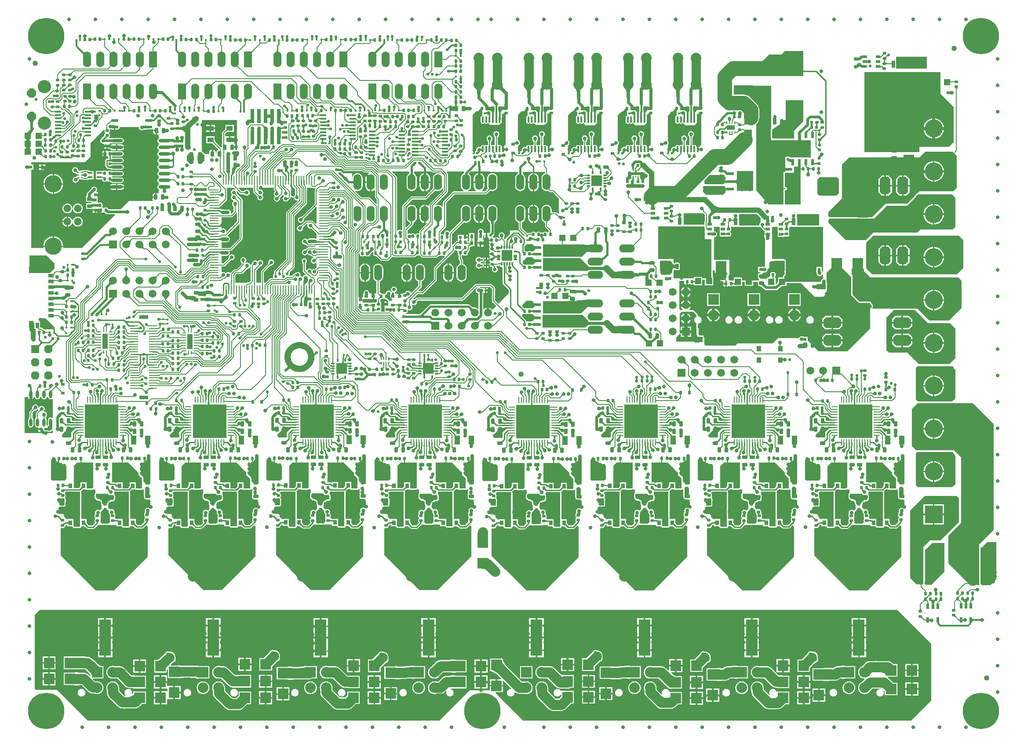
<source format=gtl>
G04*
G04 #@! TF.GenerationSoftware,Altium Limited,Altium Designer,19.1.8 (144)*
G04*
G04 Layer_Physical_Order=1*
G04 Layer_Color=255*
%FSLAX25Y25*%
%MOIN*%
G70*
G01*
G75*
%ADD10C,0.00800*%
%ADD13C,0.01000*%
%ADD15C,0.01200*%
%ADD19C,0.02400*%
%ADD23C,0.00787*%
%ADD24C,0.00600*%
%ADD28C,0.00700*%
%ADD119C,0.03200*%
%ADD219C,0.04521*%
G04:AMPARAMS|DCode=220|XSize=22mil|YSize=24mil|CornerRadius=4.4mil|HoleSize=0mil|Usage=FLASHONLY|Rotation=180.000|XOffset=0mil|YOffset=0mil|HoleType=Round|Shape=RoundedRectangle|*
%AMROUNDEDRECTD220*
21,1,0.02200,0.01520,0,0,180.0*
21,1,0.01320,0.02400,0,0,180.0*
1,1,0.00880,-0.00660,0.00760*
1,1,0.00880,0.00660,0.00760*
1,1,0.00880,0.00660,-0.00760*
1,1,0.00880,-0.00660,-0.00760*
%
%ADD220ROUNDEDRECTD220*%
%ADD221R,0.01181X0.01575*%
%ADD222R,0.01654X0.01654*%
%ADD223P,0.02339X4X90.0*%
G04:AMPARAMS|DCode=224|XSize=22mil|YSize=24mil|CornerRadius=4.4mil|HoleSize=0mil|Usage=FLASHONLY|Rotation=270.000|XOffset=0mil|YOffset=0mil|HoleType=Round|Shape=RoundedRectangle|*
%AMROUNDEDRECTD224*
21,1,0.02200,0.01520,0,0,270.0*
21,1,0.01320,0.02400,0,0,270.0*
1,1,0.00880,-0.00760,-0.00660*
1,1,0.00880,-0.00760,0.00660*
1,1,0.00880,0.00760,0.00660*
1,1,0.00880,0.00760,-0.00660*
%
%ADD224ROUNDEDRECTD224*%
%ADD225R,0.03937X0.11811*%
%ADD226R,0.00984X0.03150*%
%ADD227R,0.03150X0.00984*%
%ADD228R,0.01575X0.01181*%
%ADD229R,0.06299X0.01165*%
%ADD230R,0.07087X0.03150*%
%ADD231R,0.01654X0.01654*%
%ADD232R,0.04800X0.04800*%
%ADD233R,0.02165X0.01968*%
%ADD234R,0.05512X0.01900*%
%ADD235R,0.01102X0.01575*%
%ADD236O,0.04724X0.01575*%
G04:AMPARAMS|DCode=237|XSize=29.13mil|YSize=39.37mil|CornerRadius=5.83mil|HoleSize=0mil|Usage=FLASHONLY|Rotation=180.000|XOffset=0mil|YOffset=0mil|HoleType=Round|Shape=RoundedRectangle|*
%AMROUNDEDRECTD237*
21,1,0.02913,0.02772,0,0,180.0*
21,1,0.01748,0.03937,0,0,180.0*
1,1,0.01165,-0.00874,0.01386*
1,1,0.01165,0.00874,0.01386*
1,1,0.01165,0.00874,-0.01386*
1,1,0.01165,-0.00874,-0.01386*
%
%ADD237ROUNDEDRECTD237*%
%ADD238R,0.09055X0.27756*%
%ADD239R,0.13386X0.05512*%
%ADD240R,0.02362X0.03150*%
%ADD241O,0.01575X0.04724*%
%ADD242R,0.03150X0.02362*%
%ADD243R,0.06299X0.03543*%
%ADD244R,0.00984X0.01968*%
%ADD245R,0.01968X0.02165*%
%ADD246R,0.04921X0.03150*%
G04:AMPARAMS|DCode=247|XSize=29.13mil|YSize=39.37mil|CornerRadius=5.83mil|HoleSize=0mil|Usage=FLASHONLY|Rotation=90.000|XOffset=0mil|YOffset=0mil|HoleType=Round|Shape=RoundedRectangle|*
%AMROUNDEDRECTD247*
21,1,0.02913,0.02772,0,0,90.0*
21,1,0.01748,0.03937,0,0,90.0*
1,1,0.01165,0.01386,0.00874*
1,1,0.01165,0.01386,-0.00874*
1,1,0.01165,-0.01386,-0.00874*
1,1,0.01165,-0.01386,0.00874*
%
%ADD247ROUNDEDRECTD247*%
%ADD248R,0.05512X0.02362*%
%ADD249R,0.07087X0.02362*%
%ADD250R,0.08071X0.08071*%
%ADD251O,0.03150X0.01102*%
%ADD252O,0.01102X0.03150*%
%ADD253R,0.06000X0.02400*%
%ADD254R,0.07900X0.07900*%
%ADD255R,0.07900X0.07900*%
%ADD256R,0.04331X0.06693*%
%ADD257R,0.02165X0.03937*%
%ADD258R,0.04528X0.13189*%
%ADD259R,0.02953X0.03740*%
%ADD260R,0.06693X0.04331*%
%ADD261R,0.00787X0.02559*%
%ADD262R,0.00787X0.02362*%
%ADD263R,0.08071X0.08071*%
G04:AMPARAMS|DCode=264|XSize=40mil|YSize=40mil|CornerRadius=20mil|HoleSize=0mil|Usage=FLASHONLY|Rotation=180.000|XOffset=0mil|YOffset=0mil|HoleType=Round|Shape=RoundedRectangle|*
%AMROUNDEDRECTD264*
21,1,0.04000,0.00000,0,0,180.0*
21,1,0.00000,0.04000,0,0,180.0*
1,1,0.04000,0.00000,0.00000*
1,1,0.04000,0.00000,0.00000*
1,1,0.04000,0.00000,0.00000*
1,1,0.04000,0.00000,0.00000*
%
%ADD264ROUNDEDRECTD264*%
%ADD265R,0.02900X0.03900*%
%ADD266O,0.04724X0.00984*%
%ADD267O,0.00984X0.04724*%
%ADD268R,0.20079X0.20079*%
%ADD269R,0.03937X0.02756*%
%ADD270R,0.04724X0.04134*%
%ADD271R,0.04724X0.04528*%
%ADD272R,0.04724X0.05709*%
%ADD273R,0.02731X0.03937*%
%ADD274R,0.03543X0.05512*%
%ADD275O,0.02362X0.05906*%
%ADD276R,0.02953X0.11024*%
%ADD277O,0.07087X0.00981*%
%ADD278O,0.00981X0.07087*%
%ADD279R,0.04724X0.03543*%
%ADD280O,0.09055X0.02362*%
G04:AMPARAMS|DCode=281|XSize=40mil|YSize=40mil|CornerRadius=20mil|HoleSize=0mil|Usage=FLASHONLY|Rotation=270.000|XOffset=0mil|YOffset=0mil|HoleType=Round|Shape=RoundedRectangle|*
%AMROUNDEDRECTD281*
21,1,0.04000,0.00000,0,0,270.0*
21,1,0.00000,0.04000,0,0,270.0*
1,1,0.04000,0.00000,0.00000*
1,1,0.04000,0.00000,0.00000*
1,1,0.04000,0.00000,0.00000*
1,1,0.04000,0.00000,0.00000*
%
%ADD281ROUNDEDRECTD281*%
%ADD282R,0.03347X0.02362*%
%ADD283R,0.02400X0.02400*%
%ADD284R,0.03543X0.03937*%
%ADD285R,0.03543X0.01575*%
%ADD286R,0.01280X0.01063*%
%ADD287R,0.08000X0.08000*%
%ADD288R,0.03150X0.02165*%
%ADD289O,0.05709X0.02165*%
%ADD290R,0.03465X0.02638*%
%ADD291R,0.03740X0.10630*%
%ADD292R,0.08300X0.05000*%
%ADD293R,0.13780X0.16142*%
%ADD294R,0.02165X0.04921*%
%ADD295R,0.12205X0.09449*%
%ADD296R,0.02800X0.05600*%
%ADD297R,0.19700X0.17000*%
%ADD298R,0.10630X0.03740*%
%ADD299R,0.02638X0.03465*%
%ADD300R,0.02400X0.02400*%
%ADD301C,0.02000*%
%ADD302C,0.00650*%
%ADD303C,0.01600*%
%ADD304C,0.01968*%
%ADD305C,0.04000*%
%ADD306C,0.01400*%
%ADD307C,0.02800*%
%ADD308C,0.01500*%
%ADD309C,0.03000*%
%ADD310C,0.01150*%
%ADD311C,0.00655*%
%ADD312C,0.12000*%
%ADD313C,0.02200*%
%ADD314C,0.00900*%
%ADD315C,0.11000*%
%ADD316C,0.01010*%
%ADD317C,0.02700*%
%ADD318C,0.01800*%
%ADD319C,0.02600*%
%ADD320C,0.07500*%
%ADD321C,0.07000*%
%ADD322C,0.04400*%
%ADD323C,0.05000*%
%ADD324C,0.01100*%
%ADD325C,0.01900*%
%ADD326C,0.02300*%
%ADD327C,0.02500*%
%ADD328C,0.01700*%
%ADD329R,0.25394X0.25197*%
%ADD330C,0.05906*%
%ADD331R,0.05906X0.05906*%
%ADD332P,0.06711X8X292.5*%
%ADD333R,0.06200X0.06200*%
%ADD334O,0.06000X0.12000*%
%ADD335R,0.06000X0.12000*%
%ADD336C,0.27559*%
%ADD337C,0.08000*%
%ADD338O,0.13598X0.13600*%
%ADD339R,0.13598X0.13600*%
%ADD340O,0.12000X0.06000*%
%ADD341R,0.05906X0.05906*%
G04:AMPARAMS|DCode=342|XSize=133mil|YSize=83mil|CornerRadius=0mil|HoleSize=0mil|Usage=FLASHONLY|Rotation=180.000|XOffset=0mil|YOffset=0mil|HoleType=Round|Shape=Octagon|*
%AMOCTAGOND342*
4,1,8,-0.06650,0.02075,-0.06650,-0.02075,-0.04575,-0.04150,0.04575,-0.04150,0.06650,-0.02075,0.06650,0.02075,0.04575,0.04150,-0.04575,0.04150,-0.06650,0.02075,0.0*
%
%ADD342OCTAGOND342*%

%ADD343C,0.10000*%
%ADD344P,0.07577X8X292.5*%
%ADD345C,0.13050*%
%ADD346C,0.05800*%
G04:AMPARAMS|DCode=347|XSize=133mil|YSize=83mil|CornerRadius=0mil|HoleSize=0mil|Usage=FLASHONLY|Rotation=90.000|XOffset=0mil|YOffset=0mil|HoleType=Round|Shape=Octagon|*
%AMOCTAGOND347*
4,1,8,0.02075,0.06650,-0.02075,0.06650,-0.04150,0.04575,-0.04150,-0.04575,-0.02075,-0.06650,0.02075,-0.06650,0.04150,-0.04575,0.04150,0.04575,0.02075,0.06650,0.0*
%
%ADD347OCTAGOND347*%

%ADD348C,0.07874*%
%ADD349C,0.02300*%
%ADD350C,0.02800*%
%ADD351C,0.02900*%
%ADD352C,0.03000*%
G36*
X-544096Y409289D02*
X-544067Y408923D01*
X-544057Y408863D01*
X-543696Y408839D01*
X-543773Y408766D01*
X-543842Y408685D01*
X-543902Y408596D01*
X-543955Y408499D01*
X-543961Y408485D01*
X-543919Y408392D01*
X-543864Y408300D01*
X-543801Y408226D01*
X-543731Y408169D01*
X-544062D01*
X-544064Y408163D01*
X-544084Y408035D01*
X-544096Y407900D01*
X-544100Y407756D01*
X-545300Y407842D01*
X-545303Y407984D01*
X-545314Y408120D01*
X-545321Y408169D01*
X-545669D01*
X-545599Y408226D01*
X-545536Y408300D01*
X-545481Y408392D01*
X-545433Y408499D01*
X-545413Y408559D01*
X-545427Y408597D01*
X-545473Y408699D01*
X-545526Y408794D01*
X-545585Y408883D01*
X-545652Y408965D01*
X-545331Y408945D01*
X-545315Y409097D01*
X-545300Y409496D01*
X-544100D01*
X-544096Y409289D01*
D02*
G37*
G36*
X-364616Y408839D02*
X-364609Y408770D01*
X-364310Y408765D01*
X-364369Y408703D01*
X-364422Y408635D01*
X-364468Y408560D01*
X-364509Y408480D01*
X-364538Y408404D01*
X-364503Y408307D01*
X-364452Y408199D01*
X-364391Y408102D01*
X-364320Y408014D01*
X-364241Y407936D01*
X-364152Y407869D01*
X-364620D01*
X-364620Y407865D01*
X-364813Y407869D01*
X-366089D01*
X-366000Y407936D01*
X-365920Y408014D01*
X-365850Y408102D01*
X-365789Y408199D01*
X-365738Y408307D01*
X-365697Y408420D01*
X-365728Y408502D01*
X-365767Y408584D01*
X-365812Y408660D01*
X-365863Y408729D01*
X-365919Y408793D01*
X-365630Y408788D01*
X-365625Y408839D01*
X-365620Y408996D01*
X-364620D01*
X-364616Y408839D01*
D02*
G37*
G36*
X-386916D02*
X-386902Y408691D01*
X-386882Y408574D01*
X-386613Y408572D01*
X-386671Y408509D01*
X-386723Y408441D01*
X-386770Y408366D01*
X-386801Y408302D01*
X-386752Y408199D01*
X-386691Y408102D01*
X-386620Y408014D01*
X-386541Y407936D01*
X-386452Y407869D01*
X-386911D01*
X-386917Y407788D01*
X-386920Y407669D01*
X-387920Y407679D01*
X-387923Y407797D01*
X-387929Y407869D01*
X-388389D01*
X-388300Y407936D01*
X-388220Y408014D01*
X-388150Y408102D01*
X-388089Y408199D01*
X-388038Y408307D01*
X-388036Y408311D01*
X-388068Y408378D01*
X-388114Y408453D01*
X-388165Y408523D01*
X-388223Y408586D01*
X-387957Y408584D01*
X-387939Y408691D01*
X-387925Y408839D01*
X-387920Y408996D01*
X-386920D01*
X-386916Y408839D01*
D02*
G37*
G36*
X-467138Y408467D02*
X-466826Y408459D01*
X-466885Y408398D01*
X-466938Y408330D01*
X-466985Y408256D01*
X-467026Y408175D01*
X-467060Y408089D01*
X-467089Y407996D01*
X-467107Y407911D01*
X-467088Y407615D01*
X-467075Y407585D01*
X-467060Y407575D01*
X-467138D01*
X-467139Y407561D01*
X-467658Y407575D01*
X-468217D01*
X-468202Y407585D01*
X-468189Y407615D01*
X-468177Y407665D01*
X-468167Y407735D01*
X-468157Y407864D01*
X-468165Y407925D01*
X-468186Y408025D01*
X-468213Y408118D01*
X-468245Y408207D01*
X-468284Y408289D01*
X-468328Y408365D01*
X-468379Y408435D01*
X-468435Y408499D01*
X-468140Y408492D01*
X-468139Y408575D01*
X-467139D01*
X-467138Y408467D01*
D02*
G37*
G36*
X-350116Y408638D02*
X-350102Y408491D01*
X-350078Y408353D01*
X-350073Y408333D01*
X-349788Y408305D01*
X-349851Y408248D01*
X-349907Y408184D01*
X-349957Y408113D01*
X-349984Y408066D01*
X-349952Y407999D01*
X-349891Y407902D01*
X-349820Y407814D01*
X-349741Y407736D01*
X-349652Y407669D01*
X-350105D01*
X-350107Y407658D01*
X-350117Y407546D01*
X-350120Y407428D01*
X-351120Y407535D01*
X-351123Y407653D01*
X-351125Y407669D01*
X-351589D01*
X-351500Y407736D01*
X-351420Y407814D01*
X-351350Y407902D01*
X-351289Y407999D01*
X-351238Y408107D01*
X-351219Y408160D01*
X-351253Y408242D01*
X-351293Y408320D01*
X-351339Y408393D01*
X-351390Y408460D01*
X-351148Y408436D01*
X-351139Y408491D01*
X-351125Y408638D01*
X-351120Y408796D01*
X-350120D01*
X-350116Y408638D01*
D02*
G37*
G36*
X-525438Y408685D02*
X-525419Y408390D01*
X-524951Y408381D01*
X-525043Y408287D01*
X-525126Y408188D01*
X-525200Y408085D01*
X-525263Y407978D01*
X-525317Y407866D01*
X-525360Y407750D01*
X-525395Y407630D01*
X-525419Y407505D01*
X-525434Y407376D01*
X-525439Y407242D01*
X-526439Y407264D01*
X-526443Y407397D01*
X-526457Y407526D01*
X-526481Y407651D01*
X-526514Y407773D01*
X-526556Y407890D01*
X-526608Y408004D01*
X-526670Y408114D01*
X-526740Y408220D01*
X-526821Y408322D01*
X-526910Y408420D01*
X-526448Y408411D01*
X-526439Y408875D01*
X-525439D01*
X-525438Y408685D01*
D02*
G37*
G36*
X-401538Y408385D02*
X-401537Y408367D01*
X-401226Y408359D01*
X-401285Y408298D01*
X-401338Y408230D01*
X-401385Y408156D01*
X-401426Y408075D01*
X-401460Y407989D01*
X-401488Y407896D01*
X-401502Y407833D01*
X-401488Y407615D01*
X-401475Y407585D01*
X-401460Y407575D01*
X-401536D01*
X-401539Y407461D01*
X-402539Y407489D01*
X-402541Y407575D01*
X-402617D01*
X-402602Y407585D01*
X-402589Y407615D01*
X-402577Y407665D01*
X-402567Y407735D01*
X-402562Y407800D01*
X-402565Y407825D01*
X-402586Y407925D01*
X-402613Y408018D01*
X-402645Y408107D01*
X-402684Y408189D01*
X-402728Y408265D01*
X-402779Y408335D01*
X-402835Y408399D01*
X-402542Y408392D01*
X-402539Y408575D01*
X-401539D01*
X-401538Y408385D01*
D02*
G37*
G36*
X-508477Y408387D02*
X-508502Y408412D01*
X-508539Y408435D01*
X-508587Y408455D01*
X-508647Y408472D01*
X-508719Y408487D01*
X-508802Y408499D01*
X-509003Y408515D01*
X-509250Y408520D01*
Y409520D01*
X-509130Y409522D01*
X-508834Y409544D01*
X-508756Y409558D01*
X-508690Y409574D01*
X-508634Y409594D01*
X-508589Y409616D01*
X-508554Y409642D01*
X-508531Y409670D01*
X-508477Y408387D01*
D02*
G37*
G36*
X-430016Y408739D02*
X-430002Y408591D01*
X-429978Y408453D01*
X-429958Y408374D01*
X-429712Y408372D01*
X-429771Y408309D01*
X-429823Y408241D01*
X-429870Y408166D01*
X-429877Y408151D01*
X-429852Y408099D01*
X-429791Y408002D01*
X-429720Y407914D01*
X-429641Y407836D01*
X-429552Y407769D01*
X-429998D01*
X-430008Y407699D01*
X-430017Y407588D01*
X-430020Y407470D01*
X-431020Y407479D01*
X-431023Y407597D01*
X-431033Y407709D01*
X-431041Y407769D01*
X-431489D01*
X-431400Y407836D01*
X-431320Y407914D01*
X-431250Y408002D01*
X-431189Y408099D01*
X-431160Y408160D01*
X-431168Y408178D01*
X-431214Y408253D01*
X-431265Y408323D01*
X-431322Y408386D01*
X-431080Y408384D01*
X-431063Y408453D01*
X-431039Y408591D01*
X-431025Y408739D01*
X-431020Y408896D01*
X-430020D01*
X-430016Y408739D01*
D02*
G37*
G36*
X-485481Y408285D02*
X-485479Y408250D01*
X-485158Y408230D01*
X-485219Y408171D01*
X-485275Y408105D01*
X-485323Y408033D01*
X-485365Y407954D01*
X-485401Y407868D01*
X-485430Y407776D01*
X-485444Y407714D01*
X-485432Y407515D01*
X-485418Y407485D01*
X-485403Y407475D01*
X-485477D01*
X-485479Y407461D01*
X-485482Y407343D01*
X-486482Y407412D01*
X-486483Y407475D01*
X-486560D01*
X-486546Y407485D01*
X-486532Y407515D01*
X-486520Y407565D01*
X-486510Y407635D01*
X-486504Y407715D01*
X-486507Y407749D01*
X-486527Y407849D01*
X-486553Y407944D01*
X-486584Y408033D01*
X-486621Y408116D01*
X-486663Y408193D01*
X-486711Y408265D01*
X-486765Y408330D01*
X-486485Y408313D01*
X-486482Y408475D01*
X-485482D01*
X-485481Y408285D01*
D02*
G37*
G36*
X-343930Y408269D02*
X-343621Y408263D01*
X-343680Y408202D01*
X-343733Y408134D01*
X-343780Y408059D01*
X-343820Y407979D01*
X-343854Y407892D01*
X-343882Y407799D01*
X-343884Y407790D01*
X-343882Y407775D01*
X-343854Y407665D01*
X-343819Y407575D01*
X-343778Y407505D01*
X-343731Y407455D01*
X-343677Y407425D01*
X-343618Y407415D01*
X-343931D01*
X-343932Y407364D01*
X-344932Y407385D01*
X-344933Y407415D01*
X-345247D01*
X-345187Y407425D01*
X-345134Y407455D01*
X-345087Y407505D01*
X-345046Y407575D01*
X-345011Y407665D01*
X-344983Y407775D01*
X-344977Y407807D01*
X-344980Y407821D01*
X-345007Y407915D01*
X-345040Y408003D01*
X-345078Y408085D01*
X-345123Y408161D01*
X-345174Y408230D01*
X-345231Y408294D01*
X-344937Y408289D01*
X-344932Y408415D01*
X-343932D01*
X-343930Y408269D01*
D02*
G37*
G36*
X-509317Y408246D02*
X-509512Y408044D01*
X-509819Y407681D01*
X-509932Y407520D01*
X-510018Y407372D01*
X-510076Y407237D01*
X-510107Y407116D01*
X-510111Y407008D01*
X-510087Y406913D01*
X-510036Y406832D01*
X-511338Y408334D01*
X-511266Y408274D01*
X-511178Y408244D01*
X-511075Y408242D01*
X-510957Y408270D01*
X-510823Y408328D01*
X-510674Y408414D01*
X-510510Y408530D01*
X-510330Y408675D01*
X-509924Y409053D01*
X-509317Y408246D01*
D02*
G37*
G36*
X-478200Y408983D02*
X-477898Y408986D01*
X-477955Y408923D01*
X-478007Y408853D01*
X-478052Y408778D01*
X-478091Y408696D01*
X-478125Y408609D01*
X-478150Y408521D01*
X-478125Y408425D01*
X-478083Y408307D01*
X-478031Y408199D01*
X-477970Y408102D01*
X-477900Y408014D01*
X-477820Y407936D01*
X-477731Y407869D01*
X-479669D01*
X-479580Y407936D01*
X-479500Y408014D01*
X-479430Y408102D01*
X-479369Y408199D01*
X-479317Y408307D01*
X-479275Y408425D01*
X-479252Y408514D01*
X-479277Y408598D01*
X-479311Y408685D01*
X-479351Y408766D01*
X-479397Y408841D01*
X-479449Y408909D01*
X-479508Y408972D01*
X-479201Y408974D01*
X-479200Y408996D01*
X-478200D01*
X-478200Y408983D01*
D02*
G37*
G36*
X-500695Y408839D02*
X-500681Y408691D01*
X-500680Y408683D01*
X-500398Y408686D01*
X-500455Y408623D01*
X-500507Y408553D01*
X-500552Y408478D01*
X-500591Y408396D01*
X-500603Y408364D01*
X-500583Y408307D01*
X-500531Y408199D01*
X-500470Y408102D01*
X-500400Y408014D01*
X-500320Y407936D01*
X-500231Y407869D01*
X-500698D01*
X-500700Y407779D01*
X-501700Y407769D01*
X-501703Y407869D01*
X-502169D01*
X-502080Y407936D01*
X-502000Y408014D01*
X-501930Y408102D01*
X-501869Y408199D01*
X-501817Y408307D01*
X-501800Y408356D01*
X-501811Y408385D01*
X-501851Y408466D01*
X-501897Y408541D01*
X-501949Y408609D01*
X-502008Y408672D01*
X-501721Y408674D01*
X-501719Y408691D01*
X-501705Y408839D01*
X-501700Y408996D01*
X-500700D01*
X-500695Y408839D01*
D02*
G37*
G36*
X-420260Y408739D02*
X-420247Y408601D01*
X-419973Y408611D01*
X-420029Y408546D01*
X-420078Y408476D01*
X-420122Y408399D01*
X-420160Y408317D01*
X-420173Y408279D01*
X-420148Y408207D01*
X-420096Y408099D01*
X-420035Y408002D01*
X-419965Y407914D01*
X-419885Y407836D01*
X-419796Y407769D01*
X-420263D01*
X-420265Y407698D01*
X-421265Y407654D01*
X-421268Y407769D01*
X-421733D01*
X-421644Y407836D01*
X-421564Y407914D01*
X-421494Y408002D01*
X-421433Y408099D01*
X-421382Y408207D01*
X-421369Y408242D01*
X-421379Y408266D01*
X-421420Y408346D01*
X-421468Y408420D01*
X-421522Y408487D01*
X-421582Y408547D01*
X-421289Y408559D01*
X-421283Y408591D01*
X-421269Y408739D01*
X-421265Y408896D01*
X-420265D01*
X-420260Y408739D01*
D02*
G37*
G36*
X-573706Y408990D02*
X-573682Y408700D01*
X-573330D01*
X-573402Y408622D01*
X-573467Y408537D01*
X-573524Y408444D01*
X-573573Y408345D01*
X-573599Y408279D01*
X-573574Y408203D01*
X-573525Y408094D01*
X-573468Y408003D01*
X-573403Y407927D01*
X-573331Y407869D01*
X-573695D01*
X-573706Y407738D01*
X-573710Y407595D01*
X-574910D01*
X-574914Y407738D01*
X-574925Y407869D01*
X-575269D01*
X-575201Y407925D01*
X-575140Y407998D01*
X-575086Y408089D01*
X-575039Y408196D01*
X-575017Y408267D01*
X-575047Y408345D01*
X-575096Y408444D01*
X-575153Y408537D01*
X-575218Y408622D01*
X-575290Y408700D01*
X-574934D01*
X-574925Y408795D01*
X-574910Y409196D01*
X-573710D01*
X-573706Y408990D01*
D02*
G37*
G36*
X-463395Y408739D02*
X-463381Y408591D01*
X-463363Y408484D01*
X-463098Y408486D01*
X-463155Y408423D01*
X-463207Y408353D01*
X-463252Y408278D01*
X-463284Y408211D01*
X-463283Y408207D01*
X-463231Y408099D01*
X-463170Y408002D01*
X-463100Y407914D01*
X-463021Y407836D01*
X-462931Y407769D01*
X-463391D01*
X-463397Y407697D01*
X-463400Y407579D01*
X-464400Y407570D01*
X-464403Y407688D01*
X-464410Y407769D01*
X-464869D01*
X-464780Y407836D01*
X-464700Y407914D01*
X-464630Y408002D01*
X-464569Y408099D01*
X-464519Y408202D01*
X-464551Y408266D01*
X-464597Y408341D01*
X-464649Y408409D01*
X-464708Y408472D01*
X-464439Y408474D01*
X-464419Y408591D01*
X-464405Y408739D01*
X-464400Y408896D01*
X-463400D01*
X-463395Y408739D01*
D02*
G37*
G36*
X-555201Y408700D02*
X-554730D01*
X-554821Y408604D01*
X-554903Y408504D01*
X-554975Y408399D01*
X-555037Y408291D01*
X-555090Y408178D01*
X-555133Y408061D01*
X-555164Y407952D01*
X-555160Y407875D01*
X-555179D01*
X-555191Y407815D01*
X-555205Y407686D01*
X-555210Y407552D01*
X-556210D01*
X-556215Y407686D01*
X-556229Y407815D01*
X-556241Y407875D01*
X-556317D01*
X-556297Y407885D01*
X-556279Y407915D01*
X-556263Y407965D01*
X-556262Y407970D01*
X-556287Y408061D01*
X-556330Y408178D01*
X-556383Y408291D01*
X-556445Y408399D01*
X-556517Y408504D01*
X-556599Y408604D01*
X-556690Y408700D01*
X-556214D01*
X-556210Y408875D01*
X-555210D01*
X-555201Y408700D01*
D02*
G37*
G36*
X-360563Y408716D02*
X-360615Y408647D01*
X-360661Y408572D01*
X-360700Y408491D01*
X-360734Y408403D01*
X-360761Y408310D01*
X-360783Y408210D01*
X-360798Y408104D01*
X-360807Y407996D01*
X-360803Y407475D01*
X-361960D01*
X-361932Y407485D01*
X-361906Y407515D01*
X-361884Y407565D01*
X-361864Y407635D01*
X-361848Y407725D01*
X-361834Y407835D01*
X-361819Y408067D01*
X-361822Y408104D01*
X-361838Y408210D01*
X-361859Y408310D01*
X-361887Y408403D01*
X-361920Y408491D01*
X-361960Y408572D01*
X-362005Y408647D01*
X-362057Y408716D01*
X-362115Y408779D01*
X-360505D01*
X-360563Y408716D01*
D02*
G37*
G36*
X-437510Y408379D02*
X-437205D01*
X-437263Y408316D01*
X-437315Y408247D01*
X-437361Y408172D01*
X-437400Y408091D01*
X-437434Y408003D01*
X-437461Y407910D01*
X-437480Y407824D01*
X-437460Y407515D01*
X-437447Y407485D01*
X-437432Y407475D01*
X-437510D01*
X-437510Y407474D01*
X-438510D01*
X-438510Y407475D01*
X-438589D01*
X-438574Y407485D01*
X-438560Y407515D01*
X-438549Y407565D01*
X-438539Y407635D01*
X-438529Y407752D01*
X-438538Y407810D01*
X-438559Y407910D01*
X-438587Y408003D01*
X-438620Y408091D01*
X-438660Y408172D01*
X-438705Y408247D01*
X-438757Y408316D01*
X-438815Y408379D01*
X-438512D01*
X-438510Y408475D01*
X-437510D01*
X-437510Y408379D01*
D02*
G37*
G36*
X-444710D02*
X-444405D01*
X-444463Y408316D01*
X-444515Y408247D01*
X-444561Y408172D01*
X-444600Y408091D01*
X-444634Y408003D01*
X-444661Y407910D01*
X-444680Y407824D01*
X-444660Y407515D01*
X-444647Y407485D01*
X-444632Y407475D01*
X-444710D01*
X-444710Y407474D01*
X-445710D01*
X-445710Y407475D01*
X-445789D01*
X-445774Y407485D01*
X-445760Y407515D01*
X-445749Y407565D01*
X-445739Y407635D01*
X-445729Y407752D01*
X-445738Y407810D01*
X-445759Y407910D01*
X-445787Y408003D01*
X-445820Y408091D01*
X-445860Y408172D01*
X-445905Y408247D01*
X-445957Y408316D01*
X-446015Y408379D01*
X-445712D01*
X-445710Y408475D01*
X-444710D01*
X-444710Y408379D01*
D02*
G37*
G36*
X-423967Y408369D02*
X-423665D01*
X-423723Y408306D01*
X-423775Y408237D01*
X-423821Y408162D01*
X-423860Y408080D01*
X-423894Y407993D01*
X-423912Y407932D01*
X-423898Y407875D01*
X-423857Y407765D01*
X-423807Y407675D01*
X-423748Y407605D01*
X-423680Y407555D01*
X-423603Y407525D01*
X-423518Y407515D01*
X-423969D01*
X-423970Y407464D01*
X-424970D01*
X-424971Y407515D01*
X-425147D01*
X-425113Y407525D01*
X-425083Y407555D01*
X-425057Y407605D01*
X-425034Y407675D01*
X-425014Y407765D01*
X-425004Y407832D01*
X-425019Y407900D01*
X-425046Y407993D01*
X-425080Y408080D01*
X-425119Y408162D01*
X-425165Y408237D01*
X-425217Y408306D01*
X-425275Y408369D01*
X-424973D01*
X-424970Y408515D01*
X-423970D01*
X-423967Y408369D01*
D02*
G37*
G36*
X-397981Y408392D02*
X-397685Y408399D01*
X-397742Y408335D01*
X-397792Y408265D01*
X-397836Y408189D01*
X-397875Y408107D01*
X-397908Y408018D01*
X-397934Y407925D01*
X-397947Y407862D01*
X-397932Y407615D01*
X-397918Y407585D01*
X-397903Y407575D01*
X-397980D01*
X-397982Y407489D01*
X-398982Y407461D01*
X-398985Y407575D01*
X-399060D01*
X-399045Y407585D01*
X-399032Y407615D01*
X-399020Y407665D01*
X-399010Y407735D01*
X-399007Y407776D01*
X-399010Y407797D01*
X-399032Y407896D01*
X-399060Y407989D01*
X-399095Y408075D01*
X-399135Y408156D01*
X-399182Y408230D01*
X-399235Y408298D01*
X-399295Y408359D01*
X-398986Y408367D01*
X-398982Y408575D01*
X-397982D01*
X-397981Y408392D01*
D02*
G37*
G36*
X-577185Y408695D02*
X-577237Y408626D01*
X-577283Y408551D01*
X-577322Y408469D01*
X-577356Y408382D01*
X-577384Y408288D01*
X-577405Y408189D01*
X-577419Y408092D01*
X-577404Y407905D01*
X-577382Y407775D01*
X-577354Y407665D01*
X-577319Y407575D01*
X-577278Y407505D01*
X-577231Y407455D01*
X-577177Y407425D01*
X-577117Y407415D01*
X-578747D01*
X-578687Y407425D01*
X-578634Y407455D01*
X-578586Y407505D01*
X-578546Y407575D01*
X-578511Y407665D01*
X-578483Y407775D01*
X-578461Y407905D01*
X-578445Y408055D01*
X-578444Y408078D01*
X-578444Y408083D01*
X-578460Y408189D01*
X-578481Y408288D01*
X-578509Y408382D01*
X-578542Y408469D01*
X-578582Y408551D01*
X-578627Y408626D01*
X-578679Y408695D01*
X-578737Y408757D01*
X-577127D01*
X-577185Y408695D01*
D02*
G37*
G36*
X-340581Y408291D02*
X-340285Y408299D01*
X-340342Y408235D01*
X-340392Y408165D01*
X-340437Y408089D01*
X-340475Y408007D01*
X-340508Y407919D01*
X-340534Y407825D01*
X-340552Y407738D01*
X-340532Y407415D01*
X-340518Y407385D01*
X-340503Y407375D01*
X-341062D01*
X-341582Y407361D01*
X-341582Y407375D01*
X-341660D01*
X-341646Y407385D01*
X-341632Y407415D01*
X-341620Y407465D01*
X-341610Y407535D01*
X-341602Y407641D01*
X-341610Y407697D01*
X-341632Y407796D01*
X-341660Y407889D01*
X-341694Y407975D01*
X-341735Y408056D01*
X-341782Y408130D01*
X-341835Y408198D01*
X-341895Y408259D01*
X-341584Y408267D01*
X-341582Y408375D01*
X-340582D01*
X-340581Y408291D01*
D02*
G37*
G36*
X-508159Y408315D02*
X-507188D01*
X-507186Y408197D01*
X-506850Y408157D01*
X-506914Y408101D01*
X-506972Y408039D01*
X-507022Y407969D01*
X-507066Y407893D01*
X-507103Y407809D01*
X-507134Y407719D01*
X-507141Y407691D01*
X-507138Y407675D01*
X-507109Y407565D01*
X-507075Y407475D01*
X-507034Y407405D01*
X-506987Y407355D01*
X-506933Y407325D01*
X-506873Y407315D01*
X-507187D01*
X-507188Y407287D01*
X-507394Y407315D01*
X-508503D01*
X-508443Y407325D01*
X-508390Y407355D01*
X-508342Y407405D01*
X-508301Y407475D01*
X-508267Y407565D01*
X-508239Y407675D01*
X-508218Y407795D01*
X-508230Y407860D01*
X-508253Y407955D01*
X-508282Y408045D01*
X-508316Y408130D01*
X-508354Y408209D01*
X-508399Y408282D01*
X-508448Y408350D01*
X-508159Y408315D01*
D02*
G37*
G36*
X-322068Y408280D02*
X-322064Y408229D01*
X-321566D01*
X-321662Y408131D01*
X-321748Y408032D01*
X-321824Y407934D01*
X-321889Y407835D01*
X-321897Y407821D01*
X-321879Y407809D01*
X-321828Y407791D01*
X-321771Y407784D01*
X-321918D01*
X-321945Y407737D01*
X-321990Y407640D01*
X-322026Y407542D01*
X-322051Y407445D01*
X-322066Y407347D01*
X-322071Y407251D01*
X-322671D01*
X-322676Y407347D01*
X-322691Y407445D01*
X-322717Y407542D01*
X-322752Y407640D01*
X-322797Y407737D01*
X-322824Y407784D01*
X-322971D01*
X-322914Y407791D01*
X-322863Y407809D01*
X-322845Y407821D01*
X-322853Y407835D01*
X-322919Y407934D01*
X-322994Y408032D01*
X-323080Y408131D01*
X-323176Y408229D01*
X-322679D01*
X-322674Y408280D01*
X-322671Y408396D01*
X-322071D01*
X-322068Y408280D01*
D02*
G37*
G36*
X-317974Y408080D02*
X-318060Y407981D01*
X-318136Y407883D01*
X-318202Y407785D01*
X-318257Y407687D01*
X-318303Y407589D01*
X-318338Y407491D01*
X-318347Y407458D01*
X-318338Y407425D01*
X-318319Y407371D01*
X-318295Y407329D01*
X-318268Y407299D01*
X-318237Y407281D01*
X-318203Y407275D01*
X-318380Y407273D01*
X-318383Y407200D01*
X-318983D01*
X-318987Y407267D01*
X-319283Y407263D01*
X-319226Y407270D01*
X-319175Y407289D01*
X-319130Y407320D01*
X-319091Y407363D01*
X-319058Y407418D01*
X-319031Y407485D01*
X-319029Y407493D01*
X-319064Y407589D01*
X-319110Y407687D01*
X-319165Y407785D01*
X-319231Y407883D01*
X-319307Y407981D01*
X-319392Y408080D01*
X-319488Y408179D01*
X-317878D01*
X-317974Y408080D01*
D02*
G37*
G36*
X-383281Y408385D02*
X-383262Y408092D01*
X-382985Y408099D01*
X-383042Y408035D01*
X-383092Y407965D01*
X-383137Y407889D01*
X-383175Y407807D01*
X-383208Y407719D01*
X-383233Y407631D01*
X-383232Y407615D01*
X-383218Y407585D01*
X-383203Y407575D01*
X-383245D01*
X-383255Y407524D01*
X-383270Y407418D01*
X-383279Y407306D01*
X-383282Y407189D01*
X-384282Y407161D01*
X-384285Y407279D01*
X-384294Y407391D01*
X-384310Y407497D01*
X-384327Y407575D01*
X-384360D01*
X-384346Y407585D01*
X-384336Y407608D01*
X-384360Y407689D01*
X-384395Y407775D01*
X-384435Y407856D01*
X-384482Y407930D01*
X-384535Y407998D01*
X-384595Y408059D01*
X-384292Y408067D01*
X-384282Y408575D01*
X-383282D01*
X-383281Y408385D01*
D02*
G37*
G36*
X-307368Y408180D02*
X-307364Y408130D01*
X-306866D01*
X-306962Y408031D01*
X-307048Y407932D01*
X-307124Y407833D01*
X-307189Y407735D01*
X-307197Y407721D01*
X-307179Y407709D01*
X-307128Y407690D01*
X-307071Y407684D01*
X-307218D01*
X-307245Y407637D01*
X-307290Y407540D01*
X-307326Y407442D01*
X-307351Y407345D01*
X-307366Y407247D01*
X-307371Y407151D01*
X-307971D01*
X-307976Y407247D01*
X-307991Y407345D01*
X-308017Y407442D01*
X-308052Y407540D01*
X-308097Y407637D01*
X-308124Y407684D01*
X-308271D01*
X-308214Y407690D01*
X-308163Y407709D01*
X-308145Y407721D01*
X-308153Y407735D01*
X-308219Y407833D01*
X-308294Y407932D01*
X-308380Y408031D01*
X-308476Y408130D01*
X-307979D01*
X-307974Y408180D01*
X-307971Y408296D01*
X-307371D01*
X-307368Y408180D01*
D02*
G37*
G36*
X-515995Y406500D02*
X-516001Y406557D01*
X-516019Y406608D01*
X-516050Y406653D01*
X-516092Y406692D01*
X-516148Y406725D01*
X-516215Y406752D01*
X-516294Y406773D01*
X-516386Y406788D01*
X-516490Y406797D01*
X-516607Y406800D01*
Y407400D01*
X-516490Y407403D01*
X-516386Y407412D01*
X-516294Y407427D01*
X-516215Y407448D01*
X-516148Y407475D01*
X-516092Y407508D01*
X-516050Y407547D01*
X-516019Y407592D01*
X-516001Y407643D01*
X-515995Y407700D01*
Y406500D01*
D02*
G37*
G36*
X-517954Y407643D02*
X-517936Y407592D01*
X-517906Y407547D01*
X-517864Y407508D01*
X-517810Y407475D01*
X-517744Y407448D01*
X-517666Y407427D01*
X-517576Y407412D01*
X-517474Y407403D01*
X-517360Y407400D01*
Y406800D01*
X-517474Y406797D01*
X-517576Y406788D01*
X-517666Y406773D01*
X-517744Y406752D01*
X-517810Y406725D01*
X-517864Y406692D01*
X-517906Y406653D01*
X-517936Y406608D01*
X-517954Y406557D01*
X-517960Y406500D01*
Y407700D01*
X-517954Y407643D01*
D02*
G37*
G36*
X-530060Y406500D02*
X-530066Y406557D01*
X-530084Y406608D01*
X-530114Y406653D01*
X-530156Y406692D01*
X-530210Y406725D01*
X-530276Y406752D01*
X-530354Y406773D01*
X-530444Y406788D01*
X-530546Y406797D01*
X-530660Y406800D01*
Y407400D01*
X-530546Y407403D01*
X-530444Y407412D01*
X-530354Y407427D01*
X-530276Y407448D01*
X-530210Y407475D01*
X-530156Y407508D01*
X-530114Y407547D01*
X-530084Y407592D01*
X-530066Y407643D01*
X-530060Y407700D01*
Y406500D01*
D02*
G37*
G36*
X-532120Y407643D02*
X-532101Y407592D01*
X-532071Y407547D01*
X-532028Y407508D01*
X-531973Y407475D01*
X-531906Y407448D01*
X-531826Y407427D01*
X-531734Y407412D01*
X-531630Y407403D01*
X-531514Y407400D01*
Y406800D01*
X-531630Y406797D01*
X-531734Y406788D01*
X-531826Y406773D01*
X-531906Y406752D01*
X-531973Y406725D01*
X-532028Y406692D01*
X-532071Y406653D01*
X-532101Y406608D01*
X-532120Y406557D01*
X-532126Y406500D01*
Y407700D01*
X-532120Y407643D01*
D02*
G37*
G36*
X-538084Y406500D02*
X-538091Y406557D01*
X-538109Y406608D01*
X-538139Y406653D01*
X-538182Y406692D01*
X-538237Y406725D01*
X-538305Y406752D01*
X-538384Y406773D01*
X-538476Y406788D01*
X-538580Y406797D01*
X-538696Y406800D01*
Y407400D01*
X-538580Y407403D01*
X-538476Y407412D01*
X-538384Y407427D01*
X-538305Y407448D01*
X-538237Y407475D01*
X-538182Y407508D01*
X-538139Y407547D01*
X-538109Y407592D01*
X-538091Y407643D01*
X-538084Y407700D01*
Y406500D01*
D02*
G37*
G36*
X-539820Y407643D02*
X-539801Y407592D01*
X-539771Y407547D01*
X-539728Y407508D01*
X-539673Y407475D01*
X-539606Y407448D01*
X-539526Y407427D01*
X-539434Y407412D01*
X-539330Y407403D01*
X-539214Y407400D01*
Y406800D01*
X-539330Y406797D01*
X-539434Y406788D01*
X-539526Y406773D01*
X-539606Y406752D01*
X-539673Y406725D01*
X-539728Y406692D01*
X-539771Y406653D01*
X-539801Y406608D01*
X-539820Y406557D01*
X-539826Y406500D01*
Y407700D01*
X-539820Y407643D01*
D02*
G37*
G36*
X-559860Y406500D02*
X-559866Y406557D01*
X-559884Y406608D01*
X-559914Y406653D01*
X-559956Y406692D01*
X-560010Y406725D01*
X-560076Y406752D01*
X-560154Y406773D01*
X-560244Y406788D01*
X-560346Y406797D01*
X-560460Y406800D01*
Y407400D01*
X-560346Y407403D01*
X-560244Y407412D01*
X-560154Y407427D01*
X-560076Y407448D01*
X-560010Y407475D01*
X-559956Y407508D01*
X-559914Y407547D01*
X-559884Y407592D01*
X-559866Y407643D01*
X-559860Y407700D01*
Y406500D01*
D02*
G37*
G36*
X-561830Y407643D02*
X-561811Y407592D01*
X-561781Y407547D01*
X-561738Y407508D01*
X-561683Y407475D01*
X-561616Y407448D01*
X-561536Y407427D01*
X-561444Y407412D01*
X-561340Y407403D01*
X-561224Y407400D01*
Y406800D01*
X-561340Y406797D01*
X-561444Y406788D01*
X-561536Y406773D01*
X-561616Y406752D01*
X-561683Y406725D01*
X-561738Y406692D01*
X-561781Y406653D01*
X-561811Y406608D01*
X-561830Y406557D01*
X-561836Y406500D01*
Y407700D01*
X-561830Y407643D01*
D02*
G37*
G36*
X-567795Y406500D02*
X-567801Y406557D01*
X-567819Y406608D01*
X-567850Y406653D01*
X-567893Y406692D01*
X-567948Y406725D01*
X-568015Y406752D01*
X-568094Y406773D01*
X-568186Y406788D01*
X-568290Y406797D01*
X-568407Y406800D01*
Y407400D01*
X-568290Y407403D01*
X-568186Y407412D01*
X-568094Y407427D01*
X-568015Y407448D01*
X-567948Y407475D01*
X-567893Y407508D01*
X-567850Y407547D01*
X-567819Y407592D01*
X-567801Y407643D01*
X-567795Y407700D01*
Y406500D01*
D02*
G37*
G36*
X-569446Y407641D02*
X-569426Y407590D01*
X-569393Y407546D01*
X-569348Y407507D01*
X-569290Y407474D01*
X-569220Y407448D01*
X-569137Y407427D01*
X-569042Y407412D01*
X-568934Y407403D01*
X-568814Y407400D01*
Y406800D01*
X-568931Y406797D01*
X-569036Y406788D01*
X-569129Y406773D01*
X-569209Y406752D01*
X-569276Y406725D01*
X-569331Y406692D01*
X-569374Y406653D01*
X-569404Y406608D01*
X-569421Y406557D01*
X-569426Y406500D01*
X-569453Y407698D01*
X-569446Y407641D01*
D02*
G37*
G36*
X-369995Y406200D02*
X-370001Y406257D01*
X-370019Y406308D01*
X-370050Y406353D01*
X-370093Y406392D01*
X-370148Y406425D01*
X-370215Y406452D01*
X-370294Y406473D01*
X-370386Y406488D01*
X-370490Y406497D01*
X-370607Y406500D01*
Y407100D01*
X-370490Y407103D01*
X-370386Y407112D01*
X-370294Y407127D01*
X-370215Y407148D01*
X-370148Y407175D01*
X-370093Y407208D01*
X-370050Y407247D01*
X-370019Y407292D01*
X-370001Y407343D01*
X-369995Y407400D01*
Y406200D01*
D02*
G37*
G36*
X-371630Y407343D02*
X-371611Y407292D01*
X-371581Y407247D01*
X-371538Y407208D01*
X-371483Y407175D01*
X-371416Y407148D01*
X-371336Y407127D01*
X-371244Y407112D01*
X-371140Y407103D01*
X-371024Y407100D01*
Y406500D01*
X-371140Y406497D01*
X-371244Y406488D01*
X-371336Y406473D01*
X-371416Y406452D01*
X-371483Y406425D01*
X-371538Y406392D01*
X-371581Y406353D01*
X-371611Y406308D01*
X-371630Y406257D01*
X-371636Y406200D01*
Y407400D01*
X-371630Y407343D01*
D02*
G37*
G36*
X-377595Y406200D02*
X-377601Y406257D01*
X-377619Y406308D01*
X-377650Y406353D01*
X-377693Y406392D01*
X-377748Y406425D01*
X-377815Y406452D01*
X-377894Y406473D01*
X-377986Y406488D01*
X-378090Y406497D01*
X-378207Y406500D01*
Y407100D01*
X-378090Y407103D01*
X-377986Y407112D01*
X-377894Y407127D01*
X-377815Y407148D01*
X-377748Y407175D01*
X-377693Y407208D01*
X-377650Y407247D01*
X-377619Y407292D01*
X-377601Y407343D01*
X-377595Y407400D01*
Y406200D01*
D02*
G37*
G36*
X-379654Y407343D02*
X-379636Y407292D01*
X-379606Y407247D01*
X-379564Y407208D01*
X-379510Y407175D01*
X-379444Y407148D01*
X-379366Y407127D01*
X-379276Y407112D01*
X-379174Y407103D01*
X-379060Y407100D01*
Y406500D01*
X-379174Y406497D01*
X-379276Y406488D01*
X-379366Y406473D01*
X-379444Y406452D01*
X-379510Y406425D01*
X-379564Y406392D01*
X-379606Y406353D01*
X-379636Y406308D01*
X-379654Y406257D01*
X-379660Y406200D01*
Y407400D01*
X-379654Y407343D01*
D02*
G37*
G36*
X-392295Y406200D02*
X-392301Y406257D01*
X-392319Y406308D01*
X-392350Y406353D01*
X-392392Y406392D01*
X-392448Y406425D01*
X-392515Y406452D01*
X-392595Y406473D01*
X-392686Y406488D01*
X-392790Y406497D01*
X-392907Y406500D01*
Y407100D01*
X-392790Y407103D01*
X-392686Y407112D01*
X-392595Y407127D01*
X-392515Y407148D01*
X-392448Y407175D01*
X-392392Y407208D01*
X-392350Y407247D01*
X-392319Y407292D01*
X-392301Y407343D01*
X-392295Y407400D01*
Y406200D01*
D02*
G37*
G36*
X-394354Y407343D02*
X-394336Y407292D01*
X-394306Y407247D01*
X-394264Y407208D01*
X-394210Y407175D01*
X-394144Y407148D01*
X-394066Y407127D01*
X-393976Y407112D01*
X-393874Y407103D01*
X-393760Y407100D01*
Y406500D01*
X-393874Y406497D01*
X-393976Y406488D01*
X-394066Y406473D01*
X-394144Y406452D01*
X-394210Y406425D01*
X-394264Y406392D01*
X-394306Y406353D01*
X-394336Y406308D01*
X-394354Y406257D01*
X-394360Y406200D01*
Y407400D01*
X-394354Y407343D01*
D02*
G37*
G36*
X-406160Y406200D02*
X-406166Y406257D01*
X-406184Y406308D01*
X-406214Y406353D01*
X-406256Y406392D01*
X-406310Y406425D01*
X-406376Y406452D01*
X-406454Y406473D01*
X-406544Y406488D01*
X-406646Y406497D01*
X-406760Y406500D01*
Y407100D01*
X-406646Y407103D01*
X-406544Y407112D01*
X-406454Y407127D01*
X-406376Y407148D01*
X-406310Y407175D01*
X-406256Y407208D01*
X-406214Y407247D01*
X-406184Y407292D01*
X-406166Y407343D01*
X-406160Y407400D01*
Y406200D01*
D02*
G37*
G36*
X-408220Y407343D02*
X-408201Y407292D01*
X-408171Y407247D01*
X-408128Y407208D01*
X-408073Y407175D01*
X-408006Y407148D01*
X-407926Y407127D01*
X-407834Y407112D01*
X-407730Y407103D01*
X-407614Y407100D01*
Y406500D01*
X-407730Y406497D01*
X-407834Y406488D01*
X-407926Y406473D01*
X-408006Y406452D01*
X-408073Y406425D01*
X-408128Y406392D01*
X-408171Y406353D01*
X-408201Y406308D01*
X-408220Y406257D01*
X-408226Y406200D01*
Y407400D01*
X-408220Y407343D01*
D02*
G37*
G36*
X-471760Y406200D02*
X-471766Y406257D01*
X-471784Y406308D01*
X-471814Y406353D01*
X-471856Y406392D01*
X-471910Y406425D01*
X-471976Y406452D01*
X-472054Y406473D01*
X-472144Y406488D01*
X-472246Y406497D01*
X-472360Y406500D01*
Y407100D01*
X-472246Y407103D01*
X-472144Y407112D01*
X-472054Y407127D01*
X-471976Y407148D01*
X-471910Y407175D01*
X-471856Y407208D01*
X-471814Y407247D01*
X-471784Y407292D01*
X-471766Y407343D01*
X-471760Y407400D01*
Y406200D01*
D02*
G37*
G36*
X-473820Y407343D02*
X-473801Y407292D01*
X-473771Y407247D01*
X-473728Y407208D01*
X-473673Y407175D01*
X-473605Y407148D01*
X-473526Y407127D01*
X-473434Y407112D01*
X-473330Y407103D01*
X-473214Y407100D01*
Y406500D01*
X-473330Y406497D01*
X-473434Y406488D01*
X-473526Y406473D01*
X-473605Y406452D01*
X-473673Y406425D01*
X-473728Y406392D01*
X-473771Y406353D01*
X-473801Y406308D01*
X-473820Y406257D01*
X-473826Y406200D01*
Y407400D01*
X-473820Y407343D01*
D02*
G37*
G36*
X-494584Y406200D02*
X-494591Y406257D01*
X-494609Y406308D01*
X-494639Y406353D01*
X-494682Y406392D01*
X-494737Y406425D01*
X-494805Y406452D01*
X-494884Y406473D01*
X-494976Y406488D01*
X-495080Y406497D01*
X-495196Y406500D01*
Y407100D01*
X-495080Y407103D01*
X-494976Y407112D01*
X-494884Y407127D01*
X-494805Y407148D01*
X-494737Y407175D01*
X-494682Y407208D01*
X-494639Y407247D01*
X-494609Y407292D01*
X-494591Y407343D01*
X-494584Y407400D01*
Y406200D01*
D02*
G37*
G36*
X-496320Y407343D02*
X-496301Y407292D01*
X-496271Y407247D01*
X-496228Y407208D01*
X-496173Y407175D01*
X-496105Y407148D01*
X-496026Y407127D01*
X-495934Y407112D01*
X-495830Y407103D01*
X-495714Y407100D01*
Y406500D01*
X-495830Y406497D01*
X-495934Y406488D01*
X-496026Y406473D01*
X-496105Y406452D01*
X-496173Y406425D01*
X-496228Y406392D01*
X-496271Y406353D01*
X-496301Y406308D01*
X-496320Y406257D01*
X-496326Y406200D01*
Y407400D01*
X-496320Y407343D01*
D02*
G37*
G36*
X-355495Y406100D02*
X-355501Y406157D01*
X-355519Y406208D01*
X-355550Y406253D01*
X-355592Y406292D01*
X-355648Y406325D01*
X-355715Y406352D01*
X-355795Y406373D01*
X-355886Y406388D01*
X-355990Y406397D01*
X-356107Y406400D01*
Y407000D01*
X-355990Y407003D01*
X-355886Y407012D01*
X-355795Y407027D01*
X-355715Y407048D01*
X-355648Y407075D01*
X-355592Y407108D01*
X-355550Y407147D01*
X-355519Y407192D01*
X-355501Y407243D01*
X-355495Y407300D01*
Y406100D01*
D02*
G37*
G36*
X-357254Y407243D02*
X-357236Y407192D01*
X-357206Y407147D01*
X-357164Y407108D01*
X-357110Y407075D01*
X-357044Y407048D01*
X-356966Y407027D01*
X-356876Y407012D01*
X-356774Y407003D01*
X-356660Y407000D01*
Y406400D01*
X-356774Y406397D01*
X-356876Y406388D01*
X-356966Y406373D01*
X-357044Y406352D01*
X-357110Y406325D01*
X-357164Y406292D01*
X-357206Y406253D01*
X-357236Y406208D01*
X-357254Y406157D01*
X-357260Y406100D01*
Y407300D01*
X-357254Y407243D01*
D02*
G37*
G36*
X-414184Y406100D02*
X-414190Y406157D01*
X-414209Y406208D01*
X-414240Y406253D01*
X-414282Y406292D01*
X-414337Y406325D01*
X-414405Y406352D01*
X-414484Y406373D01*
X-414576Y406388D01*
X-414680Y406397D01*
X-414796Y406400D01*
Y407000D01*
X-414680Y407003D01*
X-414576Y407012D01*
X-414484Y407027D01*
X-414405Y407048D01*
X-414337Y407075D01*
X-414282Y407108D01*
X-414240Y407147D01*
X-414209Y407192D01*
X-414190Y407243D01*
X-414184Y407300D01*
Y406100D01*
D02*
G37*
G36*
X-415884Y407243D02*
X-415866Y407192D01*
X-415835Y407147D01*
X-415793Y407108D01*
X-415737Y407075D01*
X-415670Y407048D01*
X-415590Y407027D01*
X-415499Y407012D01*
X-415395Y407003D01*
X-415278Y407000D01*
Y406400D01*
X-415395Y406397D01*
X-415499Y406388D01*
X-415590Y406373D01*
X-415670Y406352D01*
X-415737Y406325D01*
X-415793Y406292D01*
X-415835Y406253D01*
X-415866Y406208D01*
X-415884Y406157D01*
X-415890Y406100D01*
Y407300D01*
X-415884Y407243D01*
D02*
G37*
G36*
X-449332Y406100D02*
X-449338Y406157D01*
X-449356Y406208D01*
X-449386Y406253D01*
X-449428Y406292D01*
X-449482Y406325D01*
X-449548Y406352D01*
X-449626Y406373D01*
X-449716Y406388D01*
X-449818Y406397D01*
X-449932Y406400D01*
Y407000D01*
X-449818Y407003D01*
X-449716Y407012D01*
X-449626Y407027D01*
X-449548Y407048D01*
X-449482Y407075D01*
X-449428Y407108D01*
X-449386Y407147D01*
X-449356Y407192D01*
X-449338Y407243D01*
X-449332Y407300D01*
Y406100D01*
D02*
G37*
G36*
X-451391Y407243D02*
X-451373Y407192D01*
X-451342Y407147D01*
X-451299Y407108D01*
X-451244Y407075D01*
X-451177Y407048D01*
X-451098Y407027D01*
X-451006Y407012D01*
X-450902Y407003D01*
X-450785Y407000D01*
Y406400D01*
X-450902Y406397D01*
X-451006Y406388D01*
X-451098Y406373D01*
X-451177Y406352D01*
X-451244Y406325D01*
X-451299Y406292D01*
X-451342Y406253D01*
X-451373Y406208D01*
X-451391Y406157D01*
X-451398Y406100D01*
Y407300D01*
X-451391Y407243D01*
D02*
G37*
G36*
X-457356Y406100D02*
X-457362Y406157D01*
X-457380Y406208D01*
X-457411Y406253D01*
X-457454Y406292D01*
X-457509Y406325D01*
X-457576Y406352D01*
X-457656Y406373D01*
X-457748Y406388D01*
X-457852Y406397D01*
X-457968Y406400D01*
Y407000D01*
X-457852Y407003D01*
X-457748Y407012D01*
X-457656Y407027D01*
X-457576Y407048D01*
X-457509Y407075D01*
X-457454Y407108D01*
X-457411Y407147D01*
X-457380Y407192D01*
X-457362Y407243D01*
X-457356Y407300D01*
Y406100D01*
D02*
G37*
G36*
X-459020Y407243D02*
X-459001Y407192D01*
X-458971Y407147D01*
X-458928Y407108D01*
X-458873Y407075D01*
X-458806Y407048D01*
X-458726Y407027D01*
X-458634Y407012D01*
X-458530Y407003D01*
X-458414Y407000D01*
Y406400D01*
X-458530Y406397D01*
X-458634Y406388D01*
X-458726Y406373D01*
X-458806Y406352D01*
X-458873Y406325D01*
X-458928Y406292D01*
X-458971Y406253D01*
X-459001Y406208D01*
X-459020Y406157D01*
X-459026Y406100D01*
Y407300D01*
X-459020Y407243D01*
D02*
G37*
G36*
X-327295Y406000D02*
X-327301Y406057D01*
X-327319Y406108D01*
X-327350Y406153D01*
X-327393Y406192D01*
X-327448Y406225D01*
X-327515Y406252D01*
X-327594Y406273D01*
X-327686Y406288D01*
X-327790Y406297D01*
X-327907Y406300D01*
Y406900D01*
X-327790Y406903D01*
X-327686Y406912D01*
X-327594Y406927D01*
X-327515Y406948D01*
X-327448Y406975D01*
X-327393Y407008D01*
X-327350Y407047D01*
X-327319Y407092D01*
X-327301Y407143D01*
X-327295Y407200D01*
Y406000D01*
D02*
G37*
G36*
X-328930Y407143D02*
X-328911Y407092D01*
X-328881Y407047D01*
X-328838Y407008D01*
X-328783Y406975D01*
X-328716Y406948D01*
X-328636Y406927D01*
X-328544Y406912D01*
X-328440Y406903D01*
X-328324Y406900D01*
Y406300D01*
X-328440Y406297D01*
X-328544Y406288D01*
X-328636Y406273D01*
X-328716Y406252D01*
X-328783Y406225D01*
X-328838Y406192D01*
X-328881Y406153D01*
X-328911Y406108D01*
X-328930Y406057D01*
X-328936Y406000D01*
Y407200D01*
X-328930Y407143D01*
D02*
G37*
G36*
X-334895Y406000D02*
X-334901Y406057D01*
X-334919Y406108D01*
X-334950Y406153D01*
X-334993Y406192D01*
X-335048Y406225D01*
X-335115Y406252D01*
X-335194Y406273D01*
X-335286Y406288D01*
X-335390Y406297D01*
X-335507Y406300D01*
Y406900D01*
X-335390Y406903D01*
X-335286Y406912D01*
X-335194Y406927D01*
X-335115Y406948D01*
X-335048Y406975D01*
X-334993Y407008D01*
X-334950Y407047D01*
X-334919Y407092D01*
X-334901Y407143D01*
X-334895Y407200D01*
Y406000D01*
D02*
G37*
G36*
X-336954Y407143D02*
X-336936Y407092D01*
X-336906Y407047D01*
X-336864Y407008D01*
X-336810Y406975D01*
X-336744Y406948D01*
X-336666Y406927D01*
X-336576Y406912D01*
X-336474Y406903D01*
X-336360Y406900D01*
Y406300D01*
X-336474Y406297D01*
X-336576Y406288D01*
X-336666Y406273D01*
X-336744Y406252D01*
X-336810Y406225D01*
X-336864Y406192D01*
X-336906Y406153D01*
X-336936Y406108D01*
X-336954Y406057D01*
X-336960Y406000D01*
Y407200D01*
X-336954Y407143D01*
D02*
G37*
G36*
X-548013Y406519D02*
X-548060Y406501D01*
X-548102Y406471D01*
X-548138Y406429D01*
X-548169Y406375D01*
X-548194Y406309D01*
X-548213Y406231D01*
X-548227Y406141D01*
X-548236Y406039D01*
X-548239Y405925D01*
X-548839D01*
X-548841Y406039D01*
X-548850Y406141D01*
X-548864Y406231D01*
X-548883Y406309D01*
X-548908Y406375D01*
X-548939Y406429D01*
X-548975Y406471D01*
X-549017Y406501D01*
X-549064Y406519D01*
X-549117Y406525D01*
X-547960D01*
X-548013Y406519D01*
D02*
G37*
G36*
X-312595Y405900D02*
X-312601Y405957D01*
X-312619Y406008D01*
X-312650Y406053D01*
X-312692Y406092D01*
X-312748Y406125D01*
X-312815Y406152D01*
X-312895Y406173D01*
X-312986Y406188D01*
X-313090Y406197D01*
X-313207Y406200D01*
Y406800D01*
X-313090Y406803D01*
X-312986Y406812D01*
X-312895Y406827D01*
X-312815Y406848D01*
X-312748Y406875D01*
X-312692Y406908D01*
X-312650Y406947D01*
X-312619Y406992D01*
X-312601Y407043D01*
X-312595Y407100D01*
Y405900D01*
D02*
G37*
G36*
X-314654Y407043D02*
X-314636Y406992D01*
X-314606Y406947D01*
X-314564Y406908D01*
X-314510Y406875D01*
X-314444Y406848D01*
X-314366Y406827D01*
X-314276Y406812D01*
X-314174Y406803D01*
X-314060Y406800D01*
Y406200D01*
X-314174Y406197D01*
X-314276Y406188D01*
X-314366Y406173D01*
X-314444Y406152D01*
X-314510Y406125D01*
X-314564Y406092D01*
X-314606Y406053D01*
X-314636Y406008D01*
X-314654Y405957D01*
X-314660Y405900D01*
Y407100D01*
X-314654Y407043D01*
D02*
G37*
G36*
X-551596Y407042D02*
X-551591Y406909D01*
X-551577Y406780D01*
X-551553Y406654D01*
X-551520Y406533D01*
X-551517Y406525D01*
X-551503D01*
X-551514Y406518D01*
X-551477Y406416D01*
X-551425Y406303D01*
X-551363Y406193D01*
X-551292Y406088D01*
X-551210Y405987D01*
X-551120Y405890D01*
X-551592Y405895D01*
X-551592Y405885D01*
X-551596Y405525D01*
X-552596D01*
X-552597Y405715D01*
X-552609Y405905D01*
X-553080Y405910D01*
X-552988Y406005D01*
X-552906Y406104D01*
X-552833Y406208D01*
X-552770Y406316D01*
X-552717Y406428D01*
X-552673Y406544D01*
X-552640Y406665D01*
X-552615Y406790D01*
X-552601Y406919D01*
X-552596Y407053D01*
X-551596Y407042D01*
D02*
G37*
G36*
X-297384Y405800D02*
X-297391Y405857D01*
X-297409Y405908D01*
X-297440Y405953D01*
X-297482Y405992D01*
X-297537Y406025D01*
X-297605Y406052D01*
X-297684Y406073D01*
X-297776Y406088D01*
X-297880Y406097D01*
X-297996Y406100D01*
Y406700D01*
X-297880Y406703D01*
X-297776Y406712D01*
X-297684Y406727D01*
X-297605Y406748D01*
X-297537Y406775D01*
X-297482Y406808D01*
X-297440Y406847D01*
X-297409Y406892D01*
X-297391Y406943D01*
X-297384Y407000D01*
Y405800D01*
D02*
G37*
G36*
X-299030Y406943D02*
X-299011Y406892D01*
X-298981Y406847D01*
X-298938Y406808D01*
X-298883Y406775D01*
X-298816Y406748D01*
X-298736Y406727D01*
X-298644Y406712D01*
X-298540Y406703D01*
X-298424Y406700D01*
Y406100D01*
X-298540Y406097D01*
X-298644Y406088D01*
X-298736Y406073D01*
X-298816Y406052D01*
X-298883Y406025D01*
X-298938Y405992D01*
X-298981Y405953D01*
X-299011Y405908D01*
X-299030Y405857D01*
X-299036Y405800D01*
Y407000D01*
X-299030Y406943D01*
D02*
G37*
G36*
X-518013Y406319D02*
X-518060Y406301D01*
X-518102Y406271D01*
X-518138Y406229D01*
X-518169Y406175D01*
X-518194Y406109D01*
X-518214Y406031D01*
X-518227Y405941D01*
X-518236Y405839D01*
X-518239Y405725D01*
X-518839D01*
X-518841Y405839D01*
X-518850Y405941D01*
X-518864Y406031D01*
X-518883Y406109D01*
X-518908Y406175D01*
X-518939Y406229D01*
X-518975Y406271D01*
X-519017Y406301D01*
X-519064Y406319D01*
X-519117Y406325D01*
X-517960D01*
X-518013Y406319D01*
D02*
G37*
G36*
X-528956D02*
X-529004Y406301D01*
X-529045Y406271D01*
X-529082Y406229D01*
X-529112Y406175D01*
X-529137Y406109D01*
X-529157Y406031D01*
X-529171Y405941D01*
X-529179Y405839D01*
X-529182Y405725D01*
X-529782D01*
X-529785Y405839D01*
X-529793Y405941D01*
X-529807Y406031D01*
X-529826Y406109D01*
X-529851Y406175D01*
X-529882Y406229D01*
X-529918Y406271D01*
X-529960Y406301D01*
X-530008Y406319D01*
X-530060Y406325D01*
X-528903D01*
X-528956Y406319D01*
D02*
G37*
G36*
X-558756D02*
X-558804Y406301D01*
X-558845Y406271D01*
X-558882Y406229D01*
X-558912Y406175D01*
X-558937Y406109D01*
X-558957Y406031D01*
X-558971Y405941D01*
X-558979Y405839D01*
X-558982Y405725D01*
X-559582D01*
X-559585Y405839D01*
X-559593Y405941D01*
X-559607Y406031D01*
X-559626Y406109D01*
X-559652Y406175D01*
X-559682Y406229D01*
X-559718Y406271D01*
X-559760Y406301D01*
X-559807Y406319D01*
X-559860Y406325D01*
X-558703D01*
X-558756Y406319D01*
D02*
G37*
G36*
X-434658Y405516D02*
X-434699Y405553D01*
X-434749Y405573D01*
X-434809Y405575D01*
X-434878Y405560D01*
X-434956Y405527D01*
X-435044Y405476D01*
X-435141Y405408D01*
X-435247Y405322D01*
X-435488Y405098D01*
X-435955Y405479D01*
X-435816Y405623D01*
X-435593Y405878D01*
X-435509Y405991D01*
X-435444Y406094D01*
X-435397Y406186D01*
X-435369Y406268D01*
X-435359Y406339D01*
X-435367Y406401D01*
X-435395Y406452D01*
X-434658Y405516D01*
D02*
G37*
G36*
X-379713Y406019D02*
X-379760Y406001D01*
X-379802Y405971D01*
X-379838Y405929D01*
X-379869Y405875D01*
X-379894Y405809D01*
X-379913Y405731D01*
X-379927Y405641D01*
X-379936Y405539D01*
X-379939Y405425D01*
X-380539D01*
X-380541Y405539D01*
X-380550Y405641D01*
X-380564Y405731D01*
X-380583Y405809D01*
X-380608Y405875D01*
X-380639Y405929D01*
X-380675Y405971D01*
X-380717Y406001D01*
X-380764Y406019D01*
X-380817Y406025D01*
X-379660D01*
X-379713Y406019D01*
D02*
G37*
G36*
X-394413D02*
X-394460Y406001D01*
X-394502Y405971D01*
X-394538Y405929D01*
X-394569Y405875D01*
X-394594Y405809D01*
X-394614Y405731D01*
X-394627Y405641D01*
X-394636Y405539D01*
X-394638Y405425D01*
X-395238D01*
X-395241Y405539D01*
X-395250Y405641D01*
X-395264Y405731D01*
X-395283Y405809D01*
X-395308Y405875D01*
X-395339Y405929D01*
X-395375Y405971D01*
X-395417Y406001D01*
X-395464Y406019D01*
X-395517Y406025D01*
X-394360D01*
X-394413Y406019D01*
D02*
G37*
G36*
X-405056D02*
X-405104Y406001D01*
X-405145Y405971D01*
X-405182Y405929D01*
X-405212Y405875D01*
X-405237Y405809D01*
X-405257Y405731D01*
X-405271Y405641D01*
X-405279Y405539D01*
X-405282Y405425D01*
X-405882D01*
X-405885Y405539D01*
X-405893Y405641D01*
X-405907Y405731D01*
X-405926Y405809D01*
X-405951Y405875D01*
X-405982Y405929D01*
X-406018Y405971D01*
X-406060Y406001D01*
X-406108Y406019D01*
X-406160Y406025D01*
X-405003D01*
X-405056Y406019D01*
D02*
G37*
G36*
X-470656D02*
X-470704Y406001D01*
X-470745Y405971D01*
X-470782Y405929D01*
X-470812Y405875D01*
X-470837Y405809D01*
X-470857Y405731D01*
X-470871Y405641D01*
X-470879Y405539D01*
X-470882Y405425D01*
X-471482D01*
X-471485Y405539D01*
X-471493Y405641D01*
X-471507Y405731D01*
X-471526Y405809D01*
X-471552Y405875D01*
X-471582Y405929D01*
X-471618Y405971D01*
X-471660Y406001D01*
X-471707Y406019D01*
X-471760Y406025D01*
X-470603D01*
X-470656Y406019D01*
D02*
G37*
G36*
X-357313Y405919D02*
X-357360Y405901D01*
X-357402Y405871D01*
X-357438Y405829D01*
X-357469Y405775D01*
X-357494Y405709D01*
X-357513Y405631D01*
X-357527Y405541D01*
X-357536Y405439D01*
X-357539Y405325D01*
X-358138D01*
X-358141Y405439D01*
X-358150Y405541D01*
X-358164Y405631D01*
X-358183Y405709D01*
X-358208Y405775D01*
X-358239Y405829D01*
X-358275Y405871D01*
X-358317Y405901D01*
X-358364Y405919D01*
X-358417Y405925D01*
X-357260D01*
X-357313Y405919D01*
D02*
G37*
G36*
X-441028D02*
X-441075Y405901D01*
X-441117Y405871D01*
X-441153Y405829D01*
X-441184Y405775D01*
X-441209Y405709D01*
X-441228Y405631D01*
X-441242Y405541D01*
X-441251Y405439D01*
X-441254Y405325D01*
X-441854D01*
X-441856Y405439D01*
X-441865Y405541D01*
X-441879Y405631D01*
X-441898Y405709D01*
X-441923Y405775D01*
X-441954Y405829D01*
X-441990Y405871D01*
X-442032Y405901D01*
X-442079Y405919D01*
X-442132Y405925D01*
X-440975D01*
X-441028Y405919D01*
D02*
G37*
G36*
X-481913D02*
X-481960Y405901D01*
X-482002Y405871D01*
X-482038Y405829D01*
X-482069Y405775D01*
X-482094Y405709D01*
X-482114Y405631D01*
X-482127Y405541D01*
X-482136Y405439D01*
X-482139Y405325D01*
X-482739D01*
X-482741Y405439D01*
X-482750Y405541D01*
X-482764Y405631D01*
X-482783Y405709D01*
X-482808Y405775D01*
X-482839Y405829D01*
X-482875Y405871D01*
X-482917Y405901D01*
X-482964Y405919D01*
X-483017Y405925D01*
X-481860D01*
X-481913Y405919D01*
D02*
G37*
G36*
X-521577Y406933D02*
X-521564Y406800D01*
X-521541Y406673D01*
X-521510Y406555D01*
X-521469Y406442D01*
X-521419Y406338D01*
X-521360Y406240D01*
X-521292Y406149D01*
X-521215Y406065D01*
X-521129Y405988D01*
X-521569Y405966D01*
X-521569Y405965D01*
X-521582Y405325D01*
X-522582D01*
X-522583Y405515D01*
X-522608Y405912D01*
X-522998Y405892D01*
X-522919Y405978D01*
X-522848Y406070D01*
X-522786Y406168D01*
X-522732Y406271D01*
X-522686Y406381D01*
X-522648Y406496D01*
X-522619Y406618D01*
X-522599Y406745D01*
X-522586Y406879D01*
X-522582Y407018D01*
X-521582Y407073D01*
X-521577Y406933D01*
D02*
G37*
G36*
X-300468Y405316D02*
X-300509Y405353D01*
X-300559Y405373D01*
X-300619Y405375D01*
X-300688Y405360D01*
X-300766Y405327D01*
X-300854Y405276D01*
X-300951Y405208D01*
X-301058Y405122D01*
X-301298Y404898D01*
X-301765Y405279D01*
X-301626Y405423D01*
X-301403Y405679D01*
X-301320Y405791D01*
X-301254Y405894D01*
X-301207Y405986D01*
X-301179Y406068D01*
X-301169Y406139D01*
X-301178Y406201D01*
X-301205Y406252D01*
X-300468Y405316D01*
D02*
G37*
G36*
X-304258D02*
X-304299Y405353D01*
X-304349Y405373D01*
X-304409Y405375D01*
X-304478Y405360D01*
X-304556Y405327D01*
X-304644Y405276D01*
X-304741Y405208D01*
X-304847Y405122D01*
X-305088Y404898D01*
X-305555Y405279D01*
X-305416Y405423D01*
X-305193Y405679D01*
X-305109Y405791D01*
X-305044Y405894D01*
X-304997Y405986D01*
X-304969Y406068D01*
X-304959Y406139D01*
X-304967Y406201D01*
X-304995Y406252D01*
X-304258Y405316D01*
D02*
G37*
G36*
X-337013Y405819D02*
X-337060Y405801D01*
X-337102Y405771D01*
X-337138Y405729D01*
X-337169Y405675D01*
X-337194Y405609D01*
X-337213Y405531D01*
X-337227Y405441D01*
X-337236Y405339D01*
X-337239Y405225D01*
X-337839D01*
X-337841Y405339D01*
X-337850Y405441D01*
X-337864Y405531D01*
X-337883Y405609D01*
X-337908Y405675D01*
X-337939Y405729D01*
X-337975Y405771D01*
X-338017Y405801D01*
X-338064Y405819D01*
X-338117Y405825D01*
X-336960D01*
X-337013Y405819D01*
D02*
G37*
G36*
X-488654Y406502D02*
X-488666Y406444D01*
X-488663Y406379D01*
X-488643Y406306D01*
X-488608Y406225D01*
X-488556Y406136D01*
X-488488Y406039D01*
X-488405Y405935D01*
X-488190Y405704D01*
X-488532Y405198D01*
X-488657Y405319D01*
X-488879Y405508D01*
X-488976Y405576D01*
X-489064Y405627D01*
X-489142Y405660D01*
X-489211Y405675D01*
X-489271Y405673D01*
X-489321Y405653D01*
X-489362Y405616D01*
X-488626Y406552D01*
X-488654Y406502D01*
D02*
G37*
G36*
X-314713Y405719D02*
X-314760Y405701D01*
X-314802Y405671D01*
X-314838Y405629D01*
X-314869Y405575D01*
X-314894Y405509D01*
X-314914Y405431D01*
X-314927Y405341D01*
X-314936Y405239D01*
X-314938Y405125D01*
X-315539D01*
X-315541Y405239D01*
X-315550Y405341D01*
X-315564Y405431D01*
X-315583Y405509D01*
X-315608Y405575D01*
X-315639Y405629D01*
X-315675Y405671D01*
X-315717Y405701D01*
X-315764Y405719D01*
X-315817Y405725D01*
X-314660D01*
X-314713Y405719D01*
D02*
G37*
G36*
X-451939Y405510D02*
X-451990Y405491D01*
X-452035Y405461D01*
X-452074Y405418D01*
X-452107Y405363D01*
X-452134Y405295D01*
X-452155Y405216D01*
X-452170Y405124D01*
X-452179Y405020D01*
X-452182Y404904D01*
X-452782D01*
X-452785Y405020D01*
X-452794Y405124D01*
X-452809Y405216D01*
X-452830Y405295D01*
X-452857Y405363D01*
X-452890Y405418D01*
X-452929Y405461D01*
X-452974Y405491D01*
X-453025Y405510D01*
X-453082Y405516D01*
X-451882D01*
X-451939Y405510D01*
D02*
G37*
G36*
X-310453Y406201D02*
X-310461Y406139D01*
X-310452Y406068D01*
X-310423Y405986D01*
X-310376Y405894D01*
X-310311Y405791D01*
X-310227Y405679D01*
X-310125Y405556D01*
X-309865Y405279D01*
X-310332Y404898D01*
X-310457Y405019D01*
X-310680Y405208D01*
X-310776Y405276D01*
X-310864Y405327D01*
X-310942Y405360D01*
X-311011Y405375D01*
X-311071Y405373D01*
X-311121Y405353D01*
X-311162Y405316D01*
X-310426Y406252D01*
X-310453Y406201D01*
D02*
G37*
G36*
X-426333Y405875D02*
X-426387Y405845D01*
X-426434Y405795D01*
X-426475Y405725D01*
X-426510Y405635D01*
X-426538Y405525D01*
X-426560Y405395D01*
X-426576Y405245D01*
X-426588Y404885D01*
X-427588D01*
X-427591Y405075D01*
X-427617Y405395D01*
X-427638Y405525D01*
X-427667Y405635D01*
X-427702Y405725D01*
X-427742Y405795D01*
X-427790Y405845D01*
X-427843Y405875D01*
X-427903Y405885D01*
X-426273D01*
X-426333Y405875D01*
D02*
G37*
G36*
X-291453Y406101D02*
X-291461Y406039D01*
X-291452Y405968D01*
X-291423Y405886D01*
X-291376Y405794D01*
X-291311Y405691D01*
X-291227Y405579D01*
X-291125Y405456D01*
X-290865Y405179D01*
X-291332Y404798D01*
X-291457Y404919D01*
X-291680Y405108D01*
X-291776Y405176D01*
X-291864Y405227D01*
X-291942Y405260D01*
X-292011Y405275D01*
X-292071Y405273D01*
X-292121Y405253D01*
X-292162Y405216D01*
X-291426Y406152D01*
X-291453Y406101D01*
D02*
G37*
G36*
X-346414Y405773D02*
X-346451Y405737D01*
X-346483Y405677D01*
X-346511Y405593D01*
X-346534Y405485D01*
X-346554Y405353D01*
X-346580Y405017D01*
X-346588Y404585D01*
X-347788D01*
X-347790Y404813D01*
X-347842Y405485D01*
X-347866Y405593D01*
X-347893Y405677D01*
X-347926Y405737D01*
X-347962Y405773D01*
X-348003Y405785D01*
X-346373D01*
X-346414Y405773D01*
D02*
G37*
G36*
X-579914D02*
X-579951Y405737D01*
X-579983Y405677D01*
X-580011Y405593D01*
X-580034Y405485D01*
X-580054Y405353D01*
X-580080Y405017D01*
X-580088Y404585D01*
X-581288D01*
X-581290Y404813D01*
X-581342Y405485D01*
X-581365Y405593D01*
X-581393Y405677D01*
X-581426Y405737D01*
X-581462Y405773D01*
X-581503Y405785D01*
X-579873D01*
X-579914Y405773D01*
D02*
G37*
G36*
X-504158Y405673D02*
X-504195Y405637D01*
X-504227Y405577D01*
X-504255Y405493D01*
X-504279Y405385D01*
X-504298Y405253D01*
X-504324Y404917D01*
X-504332Y404485D01*
X-505532D01*
X-505534Y404713D01*
X-505586Y405385D01*
X-505610Y405493D01*
X-505638Y405577D01*
X-505670Y405637D01*
X-505706Y405673D01*
X-505747Y405685D01*
X-504117D01*
X-504158Y405673D01*
D02*
G37*
G36*
X-482139Y403838D02*
X-482739Y402938D01*
X-482745Y403052D01*
X-482763Y403154D01*
X-482793Y403244D01*
X-482835Y403322D01*
X-482889Y403388D01*
X-482955Y403442D01*
X-483033Y403484D01*
X-483122Y403514D01*
X-483224Y403532D01*
X-483339Y403538D01*
Y404138D01*
X-483224Y404144D01*
X-483122Y404162D01*
X-483033Y404192D01*
X-482955Y404234D01*
X-482889Y404288D01*
X-482835Y404354D01*
X-482793Y404432D01*
X-482763Y404522D01*
X-482745Y404624D01*
X-482739Y404738D01*
X-482139Y403838D01*
D02*
G37*
G36*
X-293979Y401531D02*
X-294048Y401620D01*
X-294132Y401700D01*
X-294230Y401770D01*
X-294341Y401831D01*
X-294467Y401883D01*
X-294607Y401925D01*
X-294761Y401958D01*
X-294929Y401981D01*
X-295111Y401995D01*
X-295307Y402000D01*
Y403200D01*
X-295111Y403205D01*
X-294929Y403219D01*
X-294761Y403242D01*
X-294607Y403275D01*
X-294467Y403317D01*
X-294341Y403369D01*
X-294230Y403430D01*
X-294132Y403500D01*
X-294048Y403580D01*
X-293979Y403669D01*
Y401531D01*
D02*
G37*
G36*
X-297804Y399957D02*
X-297891Y399867D01*
X-298038Y399698D01*
X-298097Y399618D01*
X-298148Y399541D01*
X-298189Y399469D01*
X-298220Y399399D01*
X-298243Y399333D01*
X-298256Y399271D01*
X-298260Y399212D01*
X-299399Y400350D01*
X-299340Y400354D01*
X-299277Y400367D01*
X-299211Y400390D01*
X-299142Y400421D01*
X-299069Y400462D01*
X-298992Y400513D01*
X-298913Y400572D01*
X-298743Y400719D01*
X-298653Y400806D01*
X-297804Y399957D01*
D02*
G37*
G36*
X-522207Y398372D02*
X-522198Y398268D01*
X-522183Y398176D01*
X-522162Y398096D01*
X-522135Y398029D01*
X-522102Y397974D01*
X-522063Y397931D01*
X-522018Y397901D01*
X-521967Y397882D01*
X-521910Y397876D01*
X-523110D01*
X-523053Y397882D01*
X-523002Y397901D01*
X-522957Y397931D01*
X-522918Y397974D01*
X-522885Y398029D01*
X-522858Y398096D01*
X-522837Y398176D01*
X-522822Y398268D01*
X-522813Y398372D01*
X-522810Y398488D01*
X-522210D01*
X-522207Y398372D01*
D02*
G37*
G36*
X-542207Y398351D02*
X-542198Y398241D01*
X-542184Y398145D01*
X-542163Y398061D01*
X-542137Y397990D01*
X-542104Y397933D01*
X-542066Y397888D01*
X-542022Y397855D01*
X-541972Y397836D01*
X-541916Y397830D01*
X-543104D01*
X-543048Y397836D01*
X-542998Y397855D01*
X-542954Y397888D01*
X-542916Y397933D01*
X-542884Y397990D01*
X-542857Y398061D01*
X-542837Y398145D01*
X-542822Y398241D01*
X-542813Y398351D01*
X-542810Y398473D01*
X-542210D01*
X-542207Y398351D01*
D02*
G37*
G36*
X-326007Y398351D02*
X-325998Y398241D01*
X-325984Y398145D01*
X-325963Y398061D01*
X-325936Y397990D01*
X-325904Y397932D01*
X-325865Y397887D01*
X-325820Y397855D01*
X-325770Y397835D01*
X-325714Y397829D01*
X-326907D01*
X-326850Y397835D01*
X-326800Y397855D01*
X-326755Y397887D01*
X-326717Y397932D01*
X-326684Y397990D01*
X-326658Y398061D01*
X-326637Y398145D01*
X-326622Y398241D01*
X-326613Y398351D01*
X-326610Y398473D01*
X-326010D01*
X-326007Y398351D01*
D02*
G37*
G36*
X-336007D02*
X-335998Y398241D01*
X-335983Y398145D01*
X-335963Y398061D01*
X-335936Y397990D01*
X-335904Y397932D01*
X-335865Y397887D01*
X-335820Y397855D01*
X-335770Y397835D01*
X-335714Y397829D01*
X-336907D01*
X-336850Y397835D01*
X-336800Y397855D01*
X-336755Y397887D01*
X-336717Y397932D01*
X-336684Y397990D01*
X-336658Y398061D01*
X-336637Y398145D01*
X-336622Y398241D01*
X-336613Y398351D01*
X-336610Y398473D01*
X-336010D01*
X-336007Y398351D01*
D02*
G37*
G36*
X-398074D02*
X-398065Y398241D01*
X-398050Y398145D01*
X-398029Y398061D01*
X-398003Y397990D01*
X-397970Y397932D01*
X-397932Y397887D01*
X-397887Y397855D01*
X-397837Y397835D01*
X-397780Y397829D01*
X-398973D01*
X-398917Y397835D01*
X-398867Y397855D01*
X-398822Y397887D01*
X-398784Y397932D01*
X-398751Y397990D01*
X-398724Y398061D01*
X-398704Y398145D01*
X-398689Y398241D01*
X-398680Y398351D01*
X-398677Y398473D01*
X-398077D01*
X-398074Y398351D01*
D02*
G37*
G36*
X-408074D02*
X-408065Y398241D01*
X-408050Y398145D01*
X-408029Y398061D01*
X-408003Y397990D01*
X-407970Y397932D01*
X-407932Y397887D01*
X-407887Y397855D01*
X-407837Y397835D01*
X-407780Y397829D01*
X-408973D01*
X-408917Y397835D01*
X-408867Y397855D01*
X-408822Y397887D01*
X-408784Y397932D01*
X-408751Y397990D01*
X-408724Y398061D01*
X-408704Y398145D01*
X-408689Y398241D01*
X-408680Y398351D01*
X-408677Y398473D01*
X-408077D01*
X-408074Y398351D01*
D02*
G37*
G36*
X-470141D02*
X-470132Y398241D01*
X-470117Y398145D01*
X-470096Y398061D01*
X-470069Y397990D01*
X-470037Y397932D01*
X-469998Y397887D01*
X-469954Y397855D01*
X-469903Y397835D01*
X-469847Y397829D01*
X-471040D01*
X-470984Y397835D01*
X-470933Y397855D01*
X-470889Y397887D01*
X-470850Y397932D01*
X-470818Y397990D01*
X-470791Y398061D01*
X-470770Y398145D01*
X-470755Y398241D01*
X-470747Y398351D01*
X-470744Y398473D01*
X-470144D01*
X-470141Y398351D01*
D02*
G37*
G36*
X-480141D02*
X-480132Y398241D01*
X-480117Y398145D01*
X-480096Y398061D01*
X-480069Y397990D01*
X-480037Y397932D01*
X-479998Y397887D01*
X-479954Y397855D01*
X-479903Y397835D01*
X-479847Y397829D01*
X-481040D01*
X-480984Y397835D01*
X-480933Y397855D01*
X-480889Y397887D01*
X-480850Y397932D01*
X-480818Y397990D01*
X-480791Y398061D01*
X-480770Y398145D01*
X-480755Y398241D01*
X-480747Y398351D01*
X-480744Y398473D01*
X-480143D01*
X-480141Y398351D01*
D02*
G37*
G36*
X-532207D02*
X-532198Y398241D01*
X-532184Y398145D01*
X-532163Y398061D01*
X-532136Y397990D01*
X-532103Y397932D01*
X-532065Y397887D01*
X-532020Y397855D01*
X-531970Y397835D01*
X-531914Y397829D01*
X-533107D01*
X-533050Y397835D01*
X-533000Y397855D01*
X-532956Y397887D01*
X-532917Y397932D01*
X-532884Y397990D01*
X-532858Y398061D01*
X-532837Y398145D01*
X-532822Y398241D01*
X-532813Y398351D01*
X-532810Y398473D01*
X-532210D01*
X-532207Y398351D01*
D02*
G37*
G36*
X-374965Y397821D02*
X-375082Y397700D01*
X-375267Y397482D01*
X-375335Y397385D01*
X-375387Y397296D01*
X-375422Y397215D01*
X-375441Y397143D01*
X-375444Y397078D01*
X-375431Y397021D01*
X-375401Y396973D01*
X-376171Y397876D01*
X-376128Y397840D01*
X-376076Y397822D01*
X-376015Y397822D01*
X-375944Y397839D01*
X-375864Y397874D01*
X-375774Y397926D01*
X-375675Y397996D01*
X-375567Y398084D01*
X-375322Y398312D01*
X-374965Y397821D01*
D02*
G37*
G36*
X-446819Y397967D02*
X-446974Y397808D01*
X-447317Y397403D01*
X-447392Y397291D01*
X-447447Y397191D01*
X-447482Y397102D01*
X-447497Y397025D01*
X-447492Y396960D01*
X-447468Y396906D01*
X-448171Y397876D01*
X-448131Y397837D01*
X-448081Y397817D01*
X-448022Y397815D01*
X-447952Y397831D01*
X-447872Y397866D01*
X-447782Y397918D01*
X-447682Y397989D01*
X-447572Y398079D01*
X-447322Y398312D01*
X-446819Y397967D01*
D02*
G37*
G36*
X-427872Y398636D02*
X-427857Y398441D01*
X-427832Y398269D01*
X-427798Y398120D01*
X-427753Y397994D01*
X-427698Y397891D01*
X-427634Y397811D01*
X-427559Y397754D01*
X-427475Y397719D01*
X-427380Y397708D01*
X-429373D01*
X-429279Y397719D01*
X-429195Y397754D01*
X-429120Y397811D01*
X-429056Y397891D01*
X-429001Y397994D01*
X-428956Y398120D01*
X-428922Y398269D01*
X-428897Y398441D01*
X-428882Y398636D01*
X-428877Y398853D01*
X-427877D01*
X-427872Y398636D01*
D02*
G37*
G36*
X-288765Y398403D02*
X-288762Y398285D01*
X-288754Y398173D01*
X-288739Y398067D01*
X-288719Y397966D01*
X-288692Y397872D01*
X-288660Y397784D01*
X-288622Y397701D01*
X-288579Y397625D01*
X-288529Y397554D01*
X-288474Y397489D01*
X-288603Y397494D01*
X-288640Y397457D01*
X-288673Y397403D01*
X-288701Y397332D01*
X-288724Y397246D01*
X-288742Y397145D01*
X-288755Y397027D01*
X-288765Y396745D01*
X-289765D01*
X-289768Y396896D01*
X-289788Y397151D01*
X-289806Y397255D01*
X-289829Y397343D01*
X-289858Y397415D01*
X-289891Y397471D01*
X-289929Y397511D01*
X-289973Y397535D01*
X-290022Y397544D01*
X-289811Y397541D01*
X-290083Y397552D01*
X-290022Y397613D01*
X-289968Y397680D01*
X-289921Y397753D01*
X-289879Y397833D01*
X-289845Y397919D01*
X-289816Y398012D01*
X-289794Y398111D01*
X-289778Y398216D01*
X-289769Y398328D01*
X-289765Y398446D01*
X-288765Y398403D01*
D02*
G37*
G36*
X-457920Y397466D02*
X-458007Y397375D01*
X-458080Y397289D01*
X-458140Y397208D01*
X-458185Y397134D01*
X-458216Y397065D01*
X-458232Y397001D01*
X-458235Y396944D01*
X-458223Y396892D01*
X-458198Y396846D01*
X-458158Y396806D01*
X-459098Y397555D01*
X-459049Y397525D01*
X-458995Y397507D01*
X-458937Y397503D01*
X-458873Y397512D01*
X-458805Y397534D01*
X-458732Y397569D01*
X-458654Y397618D01*
X-458572Y397680D01*
X-458484Y397755D01*
X-458392Y397843D01*
X-457920Y397466D01*
D02*
G37*
G36*
X-352888Y397273D02*
X-353073Y397080D01*
X-353359Y396727D01*
X-353461Y396567D01*
X-353534Y396417D01*
X-353580Y396279D01*
X-353598Y396152D01*
X-353588Y396036D01*
X-353550Y395931D01*
X-353484Y395837D01*
X-355084Y397619D01*
X-354998Y397544D01*
X-354900Y397498D01*
X-354791Y397481D01*
X-354670Y397493D01*
X-354537Y397533D01*
X-354392Y397602D01*
X-354236Y397699D01*
X-354067Y397825D01*
X-353887Y397980D01*
X-353695Y398164D01*
X-352888Y397273D01*
D02*
G37*
G36*
X-385653Y397233D02*
X-385738Y397144D01*
X-385809Y397060D01*
X-385867Y396981D01*
X-385911Y396907D01*
X-385942Y396838D01*
X-385959Y396775D01*
X-385964Y396715D01*
X-385954Y396661D01*
X-385932Y396612D01*
X-385896Y396568D01*
X-386749Y397405D01*
X-386704Y397370D01*
X-386655Y397348D01*
X-386600Y397340D01*
X-386541Y397345D01*
X-386476Y397363D01*
X-386407Y397394D01*
X-386333Y397439D01*
X-386254Y397498D01*
X-386170Y397569D01*
X-386081Y397654D01*
X-385653Y397233D01*
D02*
G37*
G36*
X-292341Y397522D02*
X-292391Y397503D01*
X-292436Y397471D01*
X-292475Y397427D01*
X-292508Y397371D01*
X-292534Y397302D01*
X-292555Y397221D01*
X-292570Y397128D01*
X-292579Y397022D01*
X-292582Y396904D01*
X-293182D01*
X-293185Y397021D01*
X-293194Y397125D01*
X-293209Y397217D01*
X-293230Y397297D01*
X-293257Y397364D01*
X-293290Y397419D01*
X-293329Y397462D01*
X-293374Y397492D01*
X-293425Y397510D01*
X-293482Y397516D01*
X-292284Y397529D01*
X-292341Y397522D01*
D02*
G37*
G36*
X-554844Y397463D02*
X-554759Y397390D01*
X-554680Y397332D01*
X-554605Y397287D01*
X-554536Y397256D01*
X-554472Y397238D01*
X-554414Y397235D01*
X-554360Y397245D01*
X-554312Y397269D01*
X-554269Y397306D01*
X-555073Y396419D01*
X-555040Y396465D01*
X-555020Y396517D01*
X-555013Y396573D01*
X-555020Y396634D01*
X-555040Y396700D01*
X-555073Y396771D01*
X-555120Y396847D01*
X-555179Y396928D01*
X-555253Y397014D01*
X-555339Y397105D01*
X-554934Y397548D01*
X-554844Y397463D01*
D02*
G37*
G36*
X-288838Y396285D02*
X-288811Y395866D01*
X-288526Y395859D01*
X-288585Y395798D01*
X-288638Y395730D01*
X-288685Y395656D01*
X-288726Y395575D01*
X-288760Y395489D01*
X-288764Y395478D01*
X-288760Y395475D01*
X-288764D01*
X-288789Y395396D01*
X-288810Y395297D01*
X-288826Y395191D01*
X-288835Y395079D01*
X-288839Y394961D01*
X-289839Y394989D01*
X-289842Y395107D01*
X-289850Y395218D01*
X-289865Y395324D01*
X-289886Y395425D01*
X-289900Y395475D01*
X-289917D01*
X-289903Y395485D01*
X-289913Y395518D01*
X-289945Y395607D01*
X-289984Y395689D01*
X-290028Y395765D01*
X-290079Y395835D01*
X-290135Y395899D01*
X-289850Y395892D01*
X-289839Y396475D01*
X-288839D01*
X-288838Y396285D01*
D02*
G37*
G36*
X-292579Y395961D02*
X-292571Y395859D01*
X-292557Y395769D01*
X-292537Y395691D01*
X-292512Y395625D01*
X-292482Y395571D01*
X-292445Y395529D01*
X-292404Y395499D01*
X-292356Y395481D01*
X-292303Y395475D01*
X-293460D01*
X-293408Y395481D01*
X-293360Y395499D01*
X-293318Y395529D01*
X-293282Y395571D01*
X-293251Y395625D01*
X-293226Y395691D01*
X-293207Y395769D01*
X-293193Y395859D01*
X-293185Y395961D01*
X-293182Y396075D01*
X-292582D01*
X-292579Y395961D01*
D02*
G37*
G36*
X-29491Y383736D02*
X-29463Y383656D01*
X-29413Y383581D01*
X-29343Y383516D01*
X-29253Y383461D01*
X-29143Y383416D01*
X-29013Y383381D01*
X-28863Y383356D01*
X-28693Y383341D01*
X-28503Y383336D01*
Y382336D01*
X-28693Y382335D01*
X-29463Y382286D01*
X-29491Y382274D01*
Y379096D01*
X-82149D01*
X-82149Y390589D01*
X-60372Y390589D01*
X-55527Y395435D01*
X-46224Y395435D01*
X-43271Y398387D01*
X-29491D01*
Y383736D01*
D02*
G37*
G36*
X31928Y395405D02*
X31870Y395439D01*
X31804Y395455D01*
X31727Y395451D01*
X31642Y395428D01*
X31548Y395387D01*
X31444Y395327D01*
X31331Y395248D01*
X31210Y395150D01*
X30938Y394899D01*
X30350Y395300D01*
X30493Y395448D01*
X30717Y395711D01*
X30798Y395825D01*
X30858Y395929D01*
X30898Y396022D01*
X30917Y396104D01*
X30915Y396175D01*
X30893Y396234D01*
X30850Y396283D01*
X31928Y395405D01*
D02*
G37*
G36*
X-503178Y397725D02*
X-502999Y397571D01*
X-502833Y397447D01*
X-502680Y397353D01*
X-502540Y397289D01*
X-502414Y397256D01*
X-502300Y397252D01*
X-502200Y397278D01*
X-502113Y397335D01*
X-502039Y397421D01*
X-503386Y395389D01*
X-503332Y395495D01*
X-503306Y395611D01*
X-503306Y395737D01*
X-503334Y395873D01*
X-503388Y396020D01*
X-503469Y396176D01*
X-503577Y396343D01*
X-503712Y396520D01*
X-503874Y396707D01*
X-504063Y396904D01*
X-503370Y397908D01*
X-503178Y397725D01*
D02*
G37*
G36*
X-575447Y397494D02*
X-575268Y397340D01*
X-575103Y397218D01*
X-574953Y397127D01*
X-574817Y397067D01*
X-574695Y397039D01*
X-574588Y397042D01*
X-574495Y397076D01*
X-574417Y397141D01*
X-574353Y397238D01*
X-575491Y394995D01*
X-575448Y395111D01*
X-575431Y395236D01*
X-575439Y395370D01*
X-575474Y395514D01*
X-575535Y395667D01*
X-575622Y395830D01*
X-575735Y396001D01*
X-575875Y396182D01*
X-576040Y396373D01*
X-576231Y396572D01*
X-575640Y397679D01*
X-575447Y397494D01*
D02*
G37*
G36*
X34716Y394152D02*
X34625Y394187D01*
X34535Y394210D01*
X34446Y394220D01*
X34357Y394218D01*
X34270Y394204D01*
X34183Y394177D01*
X34097Y394137D01*
X34012Y394086D01*
X33928Y394021D01*
X33845Y393945D01*
X33554Y394785D01*
X33626Y394860D01*
X33760Y395017D01*
X33822Y395099D01*
X33938Y395272D01*
X33991Y395362D01*
X34087Y395550D01*
X34131Y395648D01*
X34716Y394152D01*
D02*
G37*
G36*
X-293460Y394100D02*
X-293466Y394157D01*
X-293484Y394208D01*
X-293514Y394253D01*
X-293556Y394292D01*
X-293610Y394325D01*
X-293676Y394352D01*
X-293754Y394373D01*
X-293844Y394388D01*
X-293946Y394397D01*
X-294060Y394400D01*
Y395000D01*
X-293946Y395003D01*
X-293844Y395012D01*
X-293754Y395027D01*
X-293676Y395048D01*
X-293610Y395075D01*
X-293556Y395108D01*
X-293514Y395147D01*
X-293484Y395192D01*
X-293466Y395243D01*
X-293460Y395300D01*
Y394100D01*
D02*
G37*
G36*
X33797Y393896D02*
X33633Y393727D01*
X33375Y393425D01*
X33282Y393293D01*
X33213Y393174D01*
X33167Y393067D01*
X33145Y392973D01*
X33146Y392891D01*
X33171Y392822D01*
X33219Y392765D01*
X32000Y393784D01*
X32065Y393745D01*
X32142Y393727D01*
X32228Y393730D01*
X32326Y393756D01*
X32433Y393803D01*
X32552Y393871D01*
X32681Y393962D01*
X32820Y394074D01*
X33131Y394362D01*
X33797Y393896D01*
D02*
G37*
G36*
X-292337Y394914D02*
X-292340Y394846D01*
X-292323Y394768D01*
X-292287Y394678D01*
X-292232Y394578D01*
X-292158Y394466D01*
X-292064Y394343D01*
X-291818Y394065D01*
X-291667Y393909D01*
X-292107Y393500D01*
X-292239Y393629D01*
X-292473Y393830D01*
X-292574Y393902D01*
X-292664Y393955D01*
X-292744Y393989D01*
X-292812Y394004D01*
X-292871Y394001D01*
X-292918Y393978D01*
X-292955Y393937D01*
X-292315Y394970D01*
X-292337Y394914D01*
D02*
G37*
G36*
X28904Y394390D02*
X28921Y394359D01*
X28947Y394331D01*
X28985Y394307D01*
X29033Y394286D01*
X29092Y394269D01*
X29162Y394256D01*
X29242Y394247D01*
X29333Y394242D01*
X29435Y394240D01*
Y393540D01*
X29333Y393538D01*
X29162Y393523D01*
X29092Y393510D01*
X29033Y393493D01*
X28985Y393473D01*
X28947Y393449D01*
X28921Y393421D01*
X28904Y393389D01*
X28899Y393354D01*
Y394426D01*
X28904Y394390D01*
D02*
G37*
G36*
X15320Y393063D02*
X15021Y392761D01*
X13957Y391539D01*
X13901Y391434D01*
X13880Y391357D01*
X13894Y391308D01*
X12250Y393149D01*
X12295Y393132D01*
X12369Y393151D01*
X12473Y393205D01*
X12605Y393294D01*
X12766Y393419D01*
X13174Y393775D01*
X14004Y394576D01*
X15320Y393063D01*
D02*
G37*
G36*
X-572090Y393259D02*
X-572094Y393219D01*
X-572101Y393069D01*
X-572110Y392053D01*
X-572910D01*
X-572935Y393276D01*
X-572086D01*
X-572090Y393259D01*
D02*
G37*
G36*
X-303328Y392443D02*
X-303310Y392392D01*
X-303279Y392347D01*
X-303236Y392308D01*
X-303181Y392275D01*
X-303114Y392248D01*
X-303034Y392227D01*
X-302942Y392212D01*
X-302838Y392203D01*
X-302722Y392200D01*
Y391600D01*
X-302838Y391597D01*
X-302942Y391588D01*
X-303034Y391573D01*
X-303114Y391552D01*
X-303181Y391525D01*
X-303236Y391492D01*
X-303279Y391453D01*
X-303310Y391408D01*
X-303328Y391357D01*
X-303334Y391300D01*
Y392500D01*
X-303328Y392443D01*
D02*
G37*
G36*
X-290107Y392353D02*
X-289724Y392033D01*
X-289617Y391963D01*
X-289520Y391910D01*
X-289432Y391877D01*
X-289355Y391861D01*
X-289287Y391863D01*
X-289230Y391884D01*
X-290295Y391276D01*
X-290251Y391311D01*
X-290226Y391356D01*
X-290219Y391411D01*
X-290231Y391476D01*
X-290260Y391551D01*
X-290308Y391636D01*
X-290374Y391731D01*
X-290458Y391836D01*
X-290682Y392075D01*
X-290254Y392496D01*
X-290107Y392353D01*
D02*
G37*
G36*
X11961Y391020D02*
X11944Y391036D01*
X11892Y391051D01*
X11806Y391063D01*
X11686Y391075D01*
X10861Y391102D01*
X10242Y391105D01*
Y393105D01*
X11961Y393161D01*
Y391020D01*
D02*
G37*
G36*
X32787Y391616D02*
X32711Y391608D01*
X32643Y391584D01*
X32583Y391544D01*
X32531Y391488D01*
X32487Y391415D01*
X32451Y391325D01*
X32423Y391220D01*
X32403Y391097D01*
X32391Y390959D01*
X32387Y390804D01*
X31587D01*
X31583Y390960D01*
X31571Y391101D01*
X31551Y391225D01*
X31523Y391332D01*
X31487Y391424D01*
X31444Y391498D01*
X31392Y391557D01*
X31332Y391598D01*
X31264Y391624D01*
X31189Y391633D01*
X32787Y391616D01*
D02*
G37*
G36*
X19506Y389230D02*
X19370Y389357D01*
X19106Y389572D01*
X18979Y389659D01*
X18887Y389714D01*
X18884Y389708D01*
X18866Y389657D01*
X18860Y389600D01*
Y389730D01*
X18855Y389733D01*
X18735Y389793D01*
X18617Y389840D01*
X18502Y389873D01*
X18391Y389893D01*
X18282Y389900D01*
X18268Y390500D01*
X18378Y390507D01*
X18490Y390528D01*
X18605Y390562D01*
X18721Y390610D01*
X18839Y390672D01*
X18860Y390685D01*
Y390800D01*
X18866Y390743D01*
X18881Y390699D01*
X18959Y390748D01*
X19081Y390838D01*
X19205Y390941D01*
X19331Y391058D01*
X19459Y391189D01*
X19506Y389230D01*
D02*
G37*
G36*
X32391Y390435D02*
X32402Y390291D01*
X32422Y390163D01*
X32450Y390052D01*
X32485Y389957D01*
X32528Y389880D01*
X32579Y389819D01*
X32638Y389775D01*
X32705Y389747D01*
X32780Y389737D01*
X31187Y389784D01*
X31263Y389790D01*
X31331Y389813D01*
X31391Y389852D01*
X31443Y389909D01*
X31487Y389981D01*
X31523Y390071D01*
X31551Y390177D01*
X31571Y390300D01*
X31583Y390440D01*
X31587Y390596D01*
X32387D01*
X32391Y390435D01*
D02*
G37*
G36*
X-292457Y389510D02*
X-292508Y389491D01*
X-292553Y389461D01*
X-292592Y389418D01*
X-292625Y389363D01*
X-292652Y389295D01*
X-292673Y389216D01*
X-292688Y389124D01*
X-292697Y389020D01*
X-292700Y388904D01*
X-293300D01*
X-293303Y389020D01*
X-293312Y389124D01*
X-293327Y389216D01*
X-293348Y389295D01*
X-293375Y389363D01*
X-293408Y389418D01*
X-293447Y389461D01*
X-293492Y389491D01*
X-293543Y389510D01*
X-293600Y389516D01*
X-292400D01*
X-292457Y389510D01*
D02*
G37*
G36*
X-292697Y388480D02*
X-292688Y388376D01*
X-292673Y388284D01*
X-292652Y388205D01*
X-292625Y388137D01*
X-292592Y388082D01*
X-292553Y388039D01*
X-292508Y388009D01*
X-292457Y387990D01*
X-292400Y387984D01*
X-293600D01*
X-293543Y387990D01*
X-293492Y388009D01*
X-293447Y388039D01*
X-293408Y388082D01*
X-293375Y388137D01*
X-293348Y388205D01*
X-293327Y388284D01*
X-293312Y388376D01*
X-293303Y388480D01*
X-293300Y388596D01*
X-292700D01*
X-292697Y388480D01*
D02*
G37*
G36*
X33000Y389422D02*
X33025Y389354D01*
X33067Y389295D01*
X33126Y389243D01*
X33201Y389199D01*
X33294Y389164D01*
X33403Y389136D01*
X33529Y389116D01*
X33672Y389104D01*
X33831Y389100D01*
Y388300D01*
X33672Y388296D01*
X33529Y388284D01*
X33403Y388264D01*
X33294Y388236D01*
X33201Y388201D01*
X33126Y388157D01*
X33067Y388105D01*
X33025Y388046D01*
X33000Y387978D01*
X32991Y387902D01*
Y389498D01*
X33000Y389422D01*
D02*
G37*
G36*
X37243Y387900D02*
X37235Y387976D01*
X37210Y388044D01*
X37170Y388104D01*
X37113Y388156D01*
X37040Y388200D01*
X36950Y388236D01*
X36845Y388264D01*
X36723Y388284D01*
X36585Y388296D01*
X36431Y388300D01*
Y389100D01*
X36585Y389104D01*
X36723Y389116D01*
X36845Y389136D01*
X36950Y389164D01*
X37040Y389200D01*
X37113Y389244D01*
X37170Y389296D01*
X37210Y389356D01*
X37235Y389424D01*
X37243Y389500D01*
Y387900D01*
D02*
G37*
G36*
X-554324Y386539D02*
X-554366Y386577D01*
X-554414Y386602D01*
X-554466Y386612D01*
X-554525Y386609D01*
X-554589Y386592D01*
X-554658Y386561D01*
X-554732Y386515D01*
X-554813Y386456D01*
X-554898Y386384D01*
X-554989Y386297D01*
X-555384Y386751D01*
X-555297Y386842D01*
X-555222Y386929D01*
X-555161Y387011D01*
X-555114Y387088D01*
X-555080Y387160D01*
X-555059Y387227D01*
X-555051Y387289D01*
X-555056Y387346D01*
X-555075Y387399D01*
X-555108Y387446D01*
X-554324Y386539D01*
D02*
G37*
G36*
X-543899Y386268D02*
X-543947Y386299D01*
X-544001Y386317D01*
X-544059Y386321D01*
X-544122Y386313D01*
X-544190Y386291D01*
X-544263Y386256D01*
X-544341Y386207D01*
X-544424Y386145D01*
X-544512Y386070D01*
X-544605Y385981D01*
X-545069Y386366D01*
X-544981Y386458D01*
X-544907Y386544D01*
X-544847Y386625D01*
X-544802Y386700D01*
X-544771Y386769D01*
X-544754Y386833D01*
X-544751Y386891D01*
X-544762Y386943D01*
X-544787Y386990D01*
X-544826Y387031D01*
X-543899Y386268D01*
D02*
G37*
G36*
X-294084Y386200D02*
X-294091Y386257D01*
X-294109Y386308D01*
X-294140Y386353D01*
X-294182Y386392D01*
X-294237Y386425D01*
X-294305Y386452D01*
X-294384Y386473D01*
X-294476Y386488D01*
X-294580Y386497D01*
X-294696Y386500D01*
Y387100D01*
X-294580Y387103D01*
X-294476Y387112D01*
X-294384Y387127D01*
X-294305Y387148D01*
X-294237Y387175D01*
X-294182Y387208D01*
X-294140Y387247D01*
X-294109Y387292D01*
X-294091Y387343D01*
X-294084Y387400D01*
Y386200D01*
D02*
G37*
G36*
X-458106Y387062D02*
X-458130Y387014D01*
X-458140Y386961D01*
X-458137Y386903D01*
X-458119Y386839D01*
X-458088Y386770D01*
X-458043Y386695D01*
X-457984Y386615D01*
X-457912Y386530D01*
X-457825Y386439D01*
X-458276Y386041D01*
X-458367Y386128D01*
X-458454Y386202D01*
X-458535Y386263D01*
X-458612Y386310D01*
X-458683Y386344D01*
X-458750Y386365D01*
X-458812Y386372D01*
X-458869Y386366D01*
X-458921Y386347D01*
X-458968Y386314D01*
X-458068Y387104D01*
X-458106Y387062D01*
D02*
G37*
G36*
X-406208Y386864D02*
X-406235Y386820D01*
X-406248Y386770D01*
X-406248Y386714D01*
X-406233Y386652D01*
X-406203Y386585D01*
X-406160Y386512D01*
X-406102Y386433D01*
X-406030Y386349D01*
X-405944Y386259D01*
X-406434Y385899D01*
X-406525Y385986D01*
X-406611Y386060D01*
X-406693Y386121D01*
X-406770Y386169D01*
X-406843Y386204D01*
X-406911Y386226D01*
X-406975Y386235D01*
X-407035Y386232D01*
X-407090Y386216D01*
X-407140Y386187D01*
X-406166Y386903D01*
X-406208Y386864D01*
D02*
G37*
G36*
X13055Y388187D02*
X13894Y389125D01*
X13878Y389074D01*
X13898Y388995D01*
X13952Y388888D01*
X14042Y388752D01*
X14167Y388589D01*
X14523Y388177D01*
X15320Y387348D01*
X14004Y385836D01*
X13696Y386140D01*
X12948Y386805D01*
X12860Y386741D01*
X12388Y386345D01*
X11853Y385836D01*
X10547Y387358D01*
X10816Y387633D01*
X11452Y388362D01*
X11608Y388574D01*
X11735Y388769D01*
X11834Y388948D01*
X11905Y389112D01*
X11947Y389260D01*
X11961Y389391D01*
X13055Y388187D01*
D02*
G37*
G36*
X28907Y387184D02*
X28931Y387116D01*
X28971Y387056D01*
X29027Y387004D01*
X29099Y386960D01*
X29187Y386924D01*
X29291Y386896D01*
X29411Y386876D01*
X29547Y386864D01*
X29699Y386860D01*
Y386060D01*
X29547Y386056D01*
X29411Y386044D01*
X29291Y386024D01*
X29187Y385996D01*
X29099Y385960D01*
X29027Y385916D01*
X28971Y385864D01*
X28931Y385804D01*
X28907Y385736D01*
X28899Y385660D01*
Y387260D01*
X28907Y387184D01*
D02*
G37*
G36*
X-315770Y385965D02*
X-315820Y385945D01*
X-315865Y385913D01*
X-315903Y385868D01*
X-315936Y385810D01*
X-315963Y385739D01*
X-315984Y385655D01*
X-315998Y385559D01*
X-316007Y385450D01*
X-316010Y385327D01*
X-316610D01*
X-316613Y385450D01*
X-316622Y385559D01*
X-316637Y385655D01*
X-316658Y385739D01*
X-316684Y385810D01*
X-316717Y385868D01*
X-316756Y385913D01*
X-316800Y385945D01*
X-316850Y385965D01*
X-316907Y385971D01*
X-315714D01*
X-315770Y385965D01*
D02*
G37*
G36*
X-531970D02*
X-532020Y385945D01*
X-532065Y385913D01*
X-532103Y385868D01*
X-532136Y385810D01*
X-532163Y385739D01*
X-532184Y385655D01*
X-532198Y385559D01*
X-532207Y385450D01*
X-532210Y385327D01*
X-532810D01*
X-532813Y385450D01*
X-532822Y385559D01*
X-532837Y385655D01*
X-532858Y385739D01*
X-532884Y385810D01*
X-532917Y385868D01*
X-532956Y385913D01*
X-533000Y385945D01*
X-533050Y385965D01*
X-533107Y385971D01*
X-531914D01*
X-531970Y385965D01*
D02*
G37*
G36*
X-521967Y385906D02*
X-522018Y385888D01*
X-522063Y385858D01*
X-522102Y385816D01*
X-522135Y385762D01*
X-522162Y385696D01*
X-522183Y385618D01*
X-522198Y385528D01*
X-522207Y385426D01*
X-522210Y385312D01*
X-522810D01*
X-522813Y385426D01*
X-522822Y385528D01*
X-522837Y385618D01*
X-522858Y385696D01*
X-522885Y385762D01*
X-522918Y385816D01*
X-522957Y385858D01*
X-523002Y385888D01*
X-523053Y385906D01*
X-523110Y385912D01*
X-521910D01*
X-521967Y385906D01*
D02*
G37*
G36*
X-375429Y386587D02*
X-375450Y386536D01*
X-375454Y386476D01*
X-375439Y386406D01*
X-375406Y386326D01*
X-375354Y386236D01*
X-375284Y386136D01*
X-375196Y386027D01*
X-374965Y385779D01*
X-375310Y385276D01*
X-375467Y385429D01*
X-375871Y385769D01*
X-375983Y385842D01*
X-376083Y385896D01*
X-376172Y385930D01*
X-376250Y385944D01*
X-376316Y385938D01*
X-376371Y385912D01*
X-375389Y386627D01*
X-375429Y386587D01*
D02*
G37*
G36*
X30894Y386421D02*
X31174Y386182D01*
X31299Y386093D01*
X31412Y386025D01*
X31515Y385977D01*
X31607Y385951D01*
X31689Y385945D01*
X31760Y385959D01*
X31820Y385995D01*
X30650Y385025D01*
X30694Y385076D01*
X30716Y385141D01*
X30714Y385218D01*
X30690Y385307D01*
X30644Y385409D01*
X30575Y385524D01*
X30483Y385651D01*
X30369Y385790D01*
X30073Y386107D01*
X30738Y386572D01*
X30894Y386421D01*
D02*
G37*
G36*
X-288677Y385610D02*
X-288728Y385591D01*
X-288773Y385561D01*
X-288812Y385518D01*
X-288845Y385463D01*
X-288872Y385395D01*
X-288893Y385316D01*
X-288908Y385224D01*
X-288917Y385120D01*
X-288920Y385004D01*
X-289520D01*
X-289523Y385120D01*
X-289532Y385224D01*
X-289547Y385316D01*
X-289568Y385395D01*
X-289595Y385463D01*
X-289628Y385518D01*
X-289667Y385561D01*
X-289712Y385591D01*
X-289763Y385610D01*
X-289820Y385616D01*
X-288620D01*
X-288677Y385610D01*
D02*
G37*
G36*
X64065Y384970D02*
X40868D01*
Y394070D01*
X64065D01*
Y384970D01*
D02*
G37*
G36*
X-288917Y384680D02*
X-288908Y384576D01*
X-288893Y384484D01*
X-288872Y384405D01*
X-288845Y384337D01*
X-288812Y384282D01*
X-288773Y384240D01*
X-288728Y384209D01*
X-288677Y384191D01*
X-288620Y384184D01*
X-289820D01*
X-289763Y384191D01*
X-289712Y384209D01*
X-289667Y384240D01*
X-289628Y384282D01*
X-289595Y384337D01*
X-289568Y384405D01*
X-289547Y384484D01*
X-289532Y384576D01*
X-289523Y384680D01*
X-289520Y384796D01*
X-288920D01*
X-288917Y384680D01*
D02*
G37*
G36*
X-297696Y383782D02*
X-297644Y383744D01*
X-297582Y383710D01*
X-297512Y383681D01*
X-297432Y383656D01*
X-297344Y383636D01*
X-297246Y383620D01*
X-297139Y383609D01*
X-296898Y383600D01*
X-296988Y382400D01*
X-297114Y382398D01*
X-297437Y382371D01*
X-297527Y382354D01*
X-297608Y382334D01*
X-297680Y382311D01*
X-297743Y382283D01*
X-297797Y382252D01*
X-297842Y382218D01*
X-297739Y383824D01*
X-297696Y383782D01*
D02*
G37*
G36*
X-293979Y381931D02*
X-294048Y382020D01*
X-294132Y382100D01*
X-294230Y382170D01*
X-294341Y382231D01*
X-294467Y382283D01*
X-294607Y382325D01*
X-294761Y382358D01*
X-294929Y382381D01*
X-295111Y382395D01*
X-295307Y382400D01*
Y383600D01*
X-295111Y383605D01*
X-294929Y383619D01*
X-294761Y383642D01*
X-294607Y383675D01*
X-294467Y383717D01*
X-294341Y383769D01*
X-294230Y383830D01*
X-294132Y383900D01*
X-294048Y383980D01*
X-293979Y384069D01*
Y381931D01*
D02*
G37*
G36*
X-312590Y381696D02*
X-312654Y381625D01*
X-312712Y381546D01*
X-312764Y381460D01*
X-312810Y381366D01*
X-312850Y381265D01*
X-312884Y381155D01*
X-312913Y381038D01*
X-312935Y380914D01*
X-312951Y380781D01*
X-312962Y380641D01*
X-314028Y381847D01*
X-313893Y381841D01*
X-313765Y381843D01*
X-313644Y381853D01*
X-313530Y381871D01*
X-313422Y381897D01*
X-313322Y381931D01*
X-313228Y381973D01*
X-313141Y382023D01*
X-313061Y382081D01*
X-312988Y382147D01*
X-312590Y381696D01*
D02*
G37*
G36*
X-583817Y381382D02*
X-583938Y381257D01*
X-584127Y381035D01*
X-584195Y380938D01*
X-584246Y380851D01*
X-584279Y380772D01*
X-584294Y380703D01*
X-584292Y380644D01*
X-584272Y380593D01*
X-584235Y380552D01*
X-585171Y381289D01*
X-585120Y381262D01*
X-585059Y381253D01*
X-584987Y381263D01*
X-584905Y381292D01*
X-584813Y381338D01*
X-584710Y381404D01*
X-584598Y381487D01*
X-584475Y381590D01*
X-584199Y381850D01*
X-583817Y381382D01*
D02*
G37*
G36*
X-586604Y379605D02*
X-586610Y379662D01*
X-586628Y379713D01*
X-586659Y379758D01*
X-586701Y379797D01*
X-586757Y379830D01*
X-586824Y379857D01*
X-586903Y379878D01*
X-586995Y379893D01*
X-587099Y379902D01*
X-587216Y379905D01*
Y380505D01*
X-587099Y380508D01*
X-586995Y380517D01*
X-586903Y380532D01*
X-586824Y380553D01*
X-586757Y380580D01*
X-586701Y380613D01*
X-586659Y380652D01*
X-586628Y380697D01*
X-586610Y380748D01*
X-586604Y380805D01*
Y379605D01*
D02*
G37*
G36*
X-588929Y380748D02*
X-588910Y380697D01*
X-588880Y380652D01*
X-588837Y380613D01*
X-588782Y380580D01*
X-588715Y380553D01*
X-588635Y380532D01*
X-588543Y380517D01*
X-588439Y380508D01*
X-588323Y380505D01*
Y379905D01*
X-588439Y379902D01*
X-588543Y379893D01*
X-588635Y379878D01*
X-588715Y379857D01*
X-588782Y379830D01*
X-588837Y379797D01*
X-588880Y379758D01*
X-588910Y379713D01*
X-588929Y379662D01*
X-588935Y379605D01*
Y380805D01*
X-588929Y380748D01*
D02*
G37*
G36*
X-306690Y381109D02*
X-306591Y381023D01*
X-306493Y380947D01*
X-306395Y380882D01*
X-306297Y380826D01*
X-306199Y380781D01*
X-306101Y380746D01*
X-306004Y380720D01*
X-305907Y380705D01*
X-305810Y380700D01*
Y380100D01*
X-305907Y380095D01*
X-306004Y380080D01*
X-306101Y380055D01*
X-306199Y380019D01*
X-306297Y379974D01*
X-306395Y379918D01*
X-306493Y379853D01*
X-306591Y379777D01*
X-306690Y379691D01*
X-306789Y379595D01*
Y381205D01*
X-306690Y381109D01*
D02*
G37*
G36*
X-292809Y378225D02*
X-292846Y378267D01*
X-292895Y378291D01*
X-292953Y378296D01*
X-293023Y378282D01*
X-293102Y378249D01*
X-293192Y378197D01*
X-293293Y378127D01*
X-293404Y378037D01*
X-293657Y377800D01*
X-294097Y378209D01*
X-293947Y378364D01*
X-293611Y378763D01*
X-293538Y378874D01*
X-293484Y378975D01*
X-293449Y379065D01*
X-293434Y379144D01*
X-293438Y379212D01*
X-293460Y379270D01*
X-292809Y378225D01*
D02*
G37*
G36*
X-288835Y378721D02*
X-288826Y378609D01*
X-288810Y378503D01*
X-288789Y378404D01*
X-288760Y378311D01*
X-288726Y378225D01*
X-288685Y378144D01*
X-288638Y378070D01*
X-288585Y378002D01*
X-288526Y377941D01*
X-288821Y377934D01*
X-288826Y377865D01*
X-288839Y377225D01*
X-289839D01*
X-289839Y377415D01*
X-289871Y377908D01*
X-290135Y377901D01*
X-290079Y377965D01*
X-290028Y378035D01*
X-289984Y378111D01*
X-289945Y378193D01*
X-289913Y378281D01*
X-289886Y378376D01*
X-289865Y378475D01*
X-289850Y378582D01*
X-289842Y378694D01*
X-289839Y378812D01*
X-288839Y378839D01*
X-288835Y378721D01*
D02*
G37*
G36*
X-594707Y377670D02*
X-594698Y377566D01*
X-594683Y377474D01*
X-594662Y377395D01*
X-594635Y377327D01*
X-594602Y377272D01*
X-594563Y377229D01*
X-594518Y377199D01*
X-594467Y377180D01*
X-594410Y377174D01*
X-595610D01*
X-595553Y377180D01*
X-595502Y377199D01*
X-595457Y377229D01*
X-595418Y377272D01*
X-595385Y377327D01*
X-595358Y377395D01*
X-595337Y377474D01*
X-595322Y377566D01*
X-595313Y377670D01*
X-595310Y377786D01*
X-594710D01*
X-594707Y377670D01*
D02*
G37*
G36*
X-294686Y376772D02*
X-294767Y376685D01*
X-294839Y376595D01*
X-294902Y376501D01*
X-294957Y376404D01*
X-295004Y376304D01*
X-295042Y376199D01*
X-295072Y376092D01*
X-295093Y375980D01*
X-295106Y375866D01*
X-295110Y375747D01*
X-295710D01*
X-295714Y375866D01*
X-295727Y375980D01*
X-295748Y376092D01*
X-295778Y376199D01*
X-295816Y376304D01*
X-295863Y376404D01*
X-295918Y376501D01*
X-295982Y376595D01*
X-296054Y376685D01*
X-296134Y376772D01*
X-295726Y377212D01*
X-295662Y377156D01*
X-295596Y377115D01*
X-295527Y377089D01*
X-295456Y377078D01*
X-295383Y377081D01*
X-295308Y377099D01*
X-295231Y377132D01*
X-295151Y377180D01*
X-295070Y377243D01*
X-294986Y377320D01*
X-294686Y376772D01*
D02*
G37*
G36*
X-582811Y376935D02*
X-582874Y376959D01*
X-582939Y376971D01*
X-583007Y376972D01*
X-583076Y376962D01*
X-583148Y376940D01*
X-583223Y376907D01*
X-583299Y376863D01*
X-583378Y376807D01*
X-583459Y376740D01*
X-583542Y376661D01*
X-584192Y377425D01*
X-584085Y377535D01*
X-583828Y377835D01*
X-583764Y377925D01*
X-583711Y378009D01*
X-583668Y378088D01*
X-583637Y378162D01*
X-583617Y378231D01*
X-583607Y378294D01*
X-582811Y376935D01*
D02*
G37*
G36*
X-288762Y376882D02*
X-288733Y376591D01*
X-288708Y376473D01*
X-288676Y376374D01*
X-288643Y376304D01*
X-288474Y376311D01*
X-288529Y376246D01*
X-288559Y376204D01*
X-288537Y376187D01*
X-288477Y376161D01*
X-288409Y376154D01*
X-288594Y376148D01*
X-288622Y376099D01*
X-288660Y376016D01*
X-288692Y375928D01*
X-288719Y375834D01*
X-288739Y375733D01*
X-288754Y375627D01*
X-288762Y375515D01*
X-288765Y375397D01*
X-289765Y375354D01*
X-289769Y375472D01*
X-289778Y375584D01*
X-289794Y375689D01*
X-289816Y375788D01*
X-289845Y375881D01*
X-289879Y375967D01*
X-289921Y376047D01*
X-289960Y376107D01*
X-290117Y376102D01*
X-290051Y376114D01*
X-289991Y376144D01*
X-289989Y376145D01*
X-290022Y376187D01*
X-290083Y376248D01*
X-289895Y376255D01*
X-289892Y376260D01*
X-289853Y376346D01*
X-289822Y376450D01*
X-289797Y376573D01*
X-289779Y376715D01*
X-289769Y376876D01*
X-289765Y377055D01*
X-288765D01*
X-288762Y376882D01*
D02*
G37*
G36*
X-589576Y375324D02*
X-589627Y375306D01*
X-589672Y375275D01*
X-589711Y375233D01*
X-589744Y375177D01*
X-589771Y375110D01*
X-589792Y375030D01*
X-589807Y374939D01*
X-589816Y374835D01*
X-589819Y374718D01*
X-590419D01*
X-590422Y374835D01*
X-590431Y374939D01*
X-590446Y375030D01*
X-590467Y375110D01*
X-590494Y375177D01*
X-590527Y375233D01*
X-590566Y375275D01*
X-590611Y375306D01*
X-590662Y375324D01*
X-590719Y375330D01*
X-589519D01*
X-589576Y375324D01*
D02*
G37*
G36*
X85433Y374192D02*
X85425Y374268D01*
X85399Y374335D01*
X85357Y374395D01*
X85299Y374447D01*
X85223Y374490D01*
X85131Y374526D01*
X85022Y374554D01*
X84896Y374574D01*
X84753Y374586D01*
X84593Y374590D01*
Y375390D01*
X84753Y375394D01*
X84896Y375406D01*
X85022Y375426D01*
X85131Y375453D01*
X85223Y375489D01*
X85299Y375533D01*
X85357Y375585D01*
X85399Y375644D01*
X85425Y375712D01*
X85433Y375787D01*
Y374192D01*
D02*
G37*
G36*
X81720Y375714D02*
X81744Y375646D01*
X81784Y375586D01*
X81840Y375534D01*
X81912Y375490D01*
X82000Y375454D01*
X82104Y375426D01*
X82224Y375406D01*
X82360Y375394D01*
X82512Y375390D01*
Y374590D01*
X82360Y374586D01*
X82224Y374574D01*
X82104Y374554D01*
X82000Y374526D01*
X81912Y374490D01*
X81840Y374446D01*
X81784Y374394D01*
X81744Y374334D01*
X81720Y374266D01*
X81712Y374190D01*
Y375790D01*
X81720Y375714D01*
D02*
G37*
G36*
X-291954Y374702D02*
X-291966Y374644D01*
X-291963Y374579D01*
X-291943Y374506D01*
X-291908Y374425D01*
X-291856Y374336D01*
X-291788Y374239D01*
X-291705Y374135D01*
X-291490Y373904D01*
X-291832Y373398D01*
X-291957Y373519D01*
X-292179Y373708D01*
X-292277Y373776D01*
X-292364Y373827D01*
X-292442Y373860D01*
X-292511Y373875D01*
X-292571Y373873D01*
X-292621Y373853D01*
X-292662Y373816D01*
X-291926Y374752D01*
X-291954Y374702D01*
D02*
G37*
G36*
X-589816Y373874D02*
X-589807Y373770D01*
X-589792Y373679D01*
X-589771Y373599D01*
X-589744Y373532D01*
X-589711Y373477D01*
X-589672Y373434D01*
X-589627Y373403D01*
X-589576Y373385D01*
X-589519Y373379D01*
X-590719D01*
X-590662Y373385D01*
X-590611Y373403D01*
X-590566Y373434D01*
X-590527Y373477D01*
X-590494Y373532D01*
X-590467Y373599D01*
X-590446Y373679D01*
X-590431Y373770D01*
X-590422Y373874D01*
X-590419Y373991D01*
X-589819D01*
X-589816Y373874D01*
D02*
G37*
G36*
X-477558Y372736D02*
X-477646Y372644D01*
X-477721Y372557D01*
X-477782Y372475D01*
X-477830Y372397D01*
X-477864Y372325D01*
X-477885Y372258D01*
X-477893Y372195D01*
X-477888Y372138D01*
X-477869Y372085D01*
X-477837Y372037D01*
X-478616Y372950D01*
X-478574Y372911D01*
X-478527Y372886D01*
X-478474Y372876D01*
X-478416Y372879D01*
X-478352Y372896D01*
X-478283Y372927D01*
X-478208Y372973D01*
X-478128Y373032D01*
X-478042Y373105D01*
X-477951Y373192D01*
X-477558Y372736D01*
D02*
G37*
G36*
X-496819Y373067D02*
X-496942Y372940D01*
X-497149Y372700D01*
X-497233Y372587D01*
X-497304Y372479D01*
X-497362Y372375D01*
X-497408Y372276D01*
X-497441Y372182D01*
X-497461Y372092D01*
X-497468Y372006D01*
X-497456Y373588D01*
X-497396Y373589D01*
X-497288Y373598D01*
X-497239Y373606D01*
X-497195Y373617D01*
X-497155Y373629D01*
X-497118Y373644D01*
X-497085Y373662D01*
X-497056Y373681D01*
X-497031Y373703D01*
X-496819Y373067D01*
D02*
G37*
G36*
X-290183Y372601D02*
X-289961Y372412D01*
X-289864Y372344D01*
X-289774Y372292D01*
X-289694Y372256D01*
X-289622Y372238D01*
X-289559Y372237D01*
X-289504Y372252D01*
X-289458Y372284D01*
X-290305Y371458D01*
X-290272Y371503D01*
X-290255Y371557D01*
X-290256Y371620D01*
X-290274Y371691D01*
X-290309Y371771D01*
X-290360Y371860D01*
X-290429Y371958D01*
X-290515Y372064D01*
X-290737Y372303D01*
X-290306Y372720D01*
X-290183Y372601D01*
D02*
G37*
G36*
X-294063Y372581D02*
X-293841Y372392D01*
X-293744Y372324D01*
X-293656Y372273D01*
X-293578Y372240D01*
X-293509Y372225D01*
X-293449Y372227D01*
X-293399Y372247D01*
X-293358Y372284D01*
X-294095Y371348D01*
X-294068Y371399D01*
X-294059Y371461D01*
X-294069Y371532D01*
X-294097Y371614D01*
X-294144Y371707D01*
X-294209Y371809D01*
X-294293Y371921D01*
X-294395Y372044D01*
X-294655Y372321D01*
X-294188Y372702D01*
X-294063Y372581D01*
D02*
G37*
G36*
X-590367Y371210D02*
X-590418Y371237D01*
X-590480Y371246D01*
X-590552Y371236D01*
X-590633Y371207D01*
X-590726Y371161D01*
X-590828Y371095D01*
X-590941Y371011D01*
X-591064Y370909D01*
X-591340Y370649D01*
X-591721Y371117D01*
X-591600Y371242D01*
X-591411Y371464D01*
X-591343Y371561D01*
X-591293Y371648D01*
X-591260Y371727D01*
X-591244Y371796D01*
X-591247Y371855D01*
X-591266Y371906D01*
X-591304Y371947D01*
X-590367Y371210D01*
D02*
G37*
G36*
X-594367Y371210D02*
X-594418Y371191D01*
X-594463Y371161D01*
X-594502Y371118D01*
X-594535Y371063D01*
X-594562Y370995D01*
X-594583Y370916D01*
X-594598Y370824D01*
X-594607Y370720D01*
X-594610Y370604D01*
X-595210D01*
X-595213Y370720D01*
X-595222Y370824D01*
X-595237Y370916D01*
X-595258Y370995D01*
X-595285Y371063D01*
X-595318Y371118D01*
X-595357Y371161D01*
X-595402Y371191D01*
X-595453Y371210D01*
X-595510Y371216D01*
X-594310D01*
X-594367Y371210D01*
D02*
G37*
G36*
X-588357Y369701D02*
X-588521Y369531D01*
X-588778Y369230D01*
X-588872Y369098D01*
X-588941Y368979D01*
X-588987Y368872D01*
X-589010Y368777D01*
X-589008Y368696D01*
X-588983Y368626D01*
X-588935Y368570D01*
X-590154Y369589D01*
X-590089Y369549D01*
X-590012Y369531D01*
X-589926Y369535D01*
X-589828Y369560D01*
X-589721Y369607D01*
X-589602Y369676D01*
X-589473Y369766D01*
X-589334Y369878D01*
X-589023Y370167D01*
X-588357Y369701D01*
D02*
G37*
G36*
X-291953Y370801D02*
X-291962Y370739D01*
X-291952Y370668D01*
X-291923Y370586D01*
X-291876Y370494D01*
X-291811Y370391D01*
X-291727Y370279D01*
X-291625Y370156D01*
X-291365Y369879D01*
X-291832Y369498D01*
X-291957Y369619D01*
X-292179Y369808D01*
X-292277Y369876D01*
X-292364Y369927D01*
X-292442Y369960D01*
X-292511Y369975D01*
X-292571Y369973D01*
X-292621Y369953D01*
X-292662Y369916D01*
X-291926Y370852D01*
X-291953Y370801D01*
D02*
G37*
G36*
X87312Y370115D02*
X87244Y370091D01*
X87185Y370050D01*
X87133Y369992D01*
X87089Y369918D01*
X87053Y369828D01*
X87026Y369722D01*
X87006Y369599D01*
X86994Y369459D01*
X86990Y369304D01*
X86190D01*
X86186Y369459D01*
X86174Y369599D01*
X86154Y369722D01*
X86126Y369828D01*
X86090Y369918D01*
X86047Y369992D01*
X85995Y370050D01*
X85935Y370091D01*
X85868Y370115D01*
X85792Y370123D01*
X87388D01*
X87312Y370115D01*
D02*
G37*
G36*
X-594607Y369566D02*
X-594598Y369458D01*
X-594583Y369363D01*
X-594563Y369280D01*
X-594536Y369210D01*
X-594503Y369152D01*
X-594464Y369107D01*
X-594420Y369074D01*
X-594369Y369054D01*
X-594313Y369047D01*
X-595510Y369074D01*
X-595453Y369079D01*
X-595402Y369096D01*
X-595357Y369126D01*
X-595318Y369169D01*
X-595285Y369224D01*
X-595258Y369291D01*
X-595237Y369371D01*
X-595222Y369464D01*
X-595213Y369569D01*
X-595210Y369686D01*
X-594610D01*
X-594607Y369566D01*
D02*
G37*
G36*
X-110809Y370086D02*
X-107362Y373533D01*
X-107292Y373014D01*
X-106864Y370884D01*
X-106792Y370693D01*
X-106719Y370550D01*
X-106646Y370453D01*
X-108201Y368897D01*
X-108298Y368970D01*
X-108442Y369043D01*
X-108633Y369116D01*
X-108870Y369188D01*
X-109486Y369331D01*
X-110290Y369473D01*
X-110811Y369547D01*
X-110882Y369536D01*
X-112265Y369234D01*
X-112647Y369117D01*
X-112989Y368990D01*
X-113292Y368855D01*
X-113555Y368712D01*
X-113779Y368560D01*
X-113964Y368400D01*
X-115519Y369955D01*
X-115359Y370140D01*
X-115207Y370364D01*
X-115064Y370627D01*
X-114929Y370930D01*
X-114803Y371272D01*
X-114685Y371654D01*
X-114475Y372536D01*
X-114299Y373576D01*
X-110809Y370086D01*
D02*
G37*
G36*
X-148509D02*
X-145062Y373533D01*
X-144992Y373014D01*
X-144564Y370884D01*
X-144492Y370693D01*
X-144419Y370550D01*
X-144345Y370453D01*
X-145901Y368897D01*
X-145998Y368970D01*
X-146142Y369043D01*
X-146333Y369116D01*
X-146570Y369188D01*
X-147186Y369331D01*
X-147990Y369473D01*
X-148511Y369547D01*
X-148582Y369536D01*
X-149965Y369234D01*
X-150346Y369117D01*
X-150689Y368990D01*
X-150992Y368855D01*
X-151255Y368712D01*
X-151479Y368560D01*
X-151664Y368400D01*
X-153219Y369955D01*
X-153059Y370140D01*
X-152907Y370364D01*
X-152763Y370627D01*
X-152629Y370930D01*
X-152502Y371272D01*
X-152384Y371654D01*
X-152175Y372536D01*
X-151999Y373576D01*
X-148509Y370086D01*
D02*
G37*
G36*
X-186209D02*
X-182762Y373533D01*
X-182692Y373014D01*
X-182264Y370884D01*
X-182192Y370693D01*
X-182119Y370550D01*
X-182045Y370453D01*
X-183601Y368897D01*
X-183698Y368970D01*
X-183842Y369043D01*
X-184032Y369116D01*
X-184270Y369188D01*
X-184886Y369331D01*
X-185690Y369473D01*
X-186211Y369547D01*
X-186282Y369536D01*
X-187664Y369234D01*
X-188046Y369117D01*
X-188389Y368990D01*
X-188691Y368855D01*
X-188955Y368712D01*
X-189179Y368560D01*
X-189363Y368400D01*
X-190919Y369955D01*
X-190759Y370140D01*
X-190607Y370364D01*
X-190463Y370627D01*
X-190328Y370930D01*
X-190202Y371272D01*
X-190084Y371654D01*
X-189874Y372536D01*
X-189699Y373576D01*
X-186209Y370086D01*
D02*
G37*
G36*
X-223908D02*
X-220462Y373533D01*
X-220392Y373014D01*
X-219964Y370884D01*
X-219891Y370693D01*
X-219818Y370550D01*
X-219745Y370453D01*
X-221301Y368897D01*
X-221398Y368970D01*
X-221541Y369043D01*
X-221732Y369116D01*
X-221970Y369188D01*
X-222586Y369331D01*
X-223389Y369473D01*
X-223911Y369547D01*
X-223982Y369536D01*
X-225364Y369234D01*
X-225746Y369117D01*
X-226088Y368990D01*
X-226391Y368855D01*
X-226655Y368712D01*
X-226879Y368560D01*
X-227063Y368400D01*
X-228619Y369955D01*
X-228458Y370140D01*
X-228306Y370364D01*
X-228163Y370627D01*
X-228028Y370930D01*
X-227902Y371272D01*
X-227784Y371654D01*
X-227574Y372536D01*
X-227399Y373576D01*
X-223908Y370086D01*
D02*
G37*
G36*
X-584015Y369799D02*
X-583762Y369800D01*
Y368863D01*
X-583693Y368609D01*
X-583761Y368645D01*
X-583835Y368678D01*
X-583914Y368706D01*
X-583999Y368731D01*
X-584089Y368752D01*
X-584247Y368777D01*
X-584281Y368775D01*
X-584307Y368767D01*
X-584323Y368758D01*
X-584326Y368748D01*
X-584336Y368787D01*
X-584395Y368792D01*
X-584626Y368800D01*
X-584910Y369800D01*
X-584795Y369804D01*
X-584688Y369814D01*
X-584589Y369833D01*
X-584498Y369858D01*
X-584414Y369891D01*
X-584338Y369931D01*
X-584270Y369978D01*
X-584210Y370032D01*
X-584158Y370094D01*
X-584113Y370163D01*
X-584015Y369799D01*
D02*
G37*
G36*
X-290347Y368865D02*
X-290124Y368675D01*
X-290028Y368608D01*
X-289941Y368559D01*
X-289865Y368527D01*
X-289798Y368514D01*
X-289742Y368520D01*
X-289695Y368543D01*
X-289658Y368584D01*
X-290305Y367558D01*
X-290282Y367614D01*
X-290278Y367679D01*
X-290292Y367755D01*
X-290324Y367841D01*
X-290374Y367937D01*
X-290443Y368043D01*
X-290530Y368159D01*
X-290759Y368421D01*
X-290901Y368567D01*
X-290473Y368987D01*
X-290347Y368865D01*
D02*
G37*
G36*
X-596395Y367390D02*
X-596401Y367447D01*
X-596419Y367498D01*
X-596450Y367543D01*
X-596492Y367582D01*
X-596548Y367615D01*
X-596615Y367642D01*
X-596695Y367663D01*
X-596786Y367678D01*
X-596890Y367687D01*
X-597007Y367690D01*
Y368290D01*
X-596890Y368293D01*
X-596786Y368302D01*
X-596695Y368317D01*
X-596615Y368338D01*
X-596548Y368365D01*
X-596492Y368398D01*
X-596450Y368437D01*
X-596419Y368482D01*
X-596401Y368533D01*
X-596395Y368590D01*
Y367390D01*
D02*
G37*
G36*
X-294095Y366800D02*
X-294101Y366857D01*
X-294119Y366908D01*
X-294150Y366953D01*
X-294193Y366992D01*
X-294248Y367025D01*
X-294315Y367052D01*
X-294394Y367073D01*
X-294486Y367088D01*
X-294590Y367097D01*
X-294707Y367100D01*
Y367700D01*
X-294590Y367703D01*
X-294486Y367712D01*
X-294394Y367727D01*
X-294315Y367748D01*
X-294248Y367775D01*
X-294193Y367808D01*
X-294150Y367847D01*
X-294119Y367892D01*
X-294101Y367943D01*
X-294095Y368000D01*
Y366800D01*
D02*
G37*
G36*
X-291953Y367101D02*
X-291962Y367039D01*
X-291952Y366968D01*
X-291923Y366886D01*
X-291876Y366794D01*
X-291811Y366691D01*
X-291727Y366579D01*
X-291625Y366456D01*
X-291365Y366179D01*
X-291832Y365798D01*
X-291957Y365919D01*
X-292179Y366108D01*
X-292277Y366176D01*
X-292364Y366227D01*
X-292442Y366260D01*
X-292511Y366275D01*
X-292571Y366273D01*
X-292621Y366253D01*
X-292662Y366216D01*
X-291926Y367152D01*
X-291953Y367101D01*
D02*
G37*
G36*
X81294Y367814D02*
X81342Y367748D01*
X81422Y367690D01*
X81534Y367640D01*
X81678Y367597D01*
X81854Y367562D01*
X81857Y367562D01*
X81893Y367570D01*
X81973Y367595D01*
X82040Y367625D01*
X82094Y367658D01*
X82136Y367695D01*
X82142Y367530D01*
X82574Y367504D01*
X82878Y367500D01*
Y365900D01*
X82574Y365896D01*
X82206Y365866D01*
X82211Y365736D01*
X82170Y365767D01*
X82116Y365795D01*
X82050Y365820D01*
X81970Y365841D01*
X81947Y365845D01*
X81854Y365838D01*
X81678Y365803D01*
X81534Y365760D01*
X81422Y365710D01*
X81342Y365652D01*
X81294Y365586D01*
X81278Y365512D01*
Y365899D01*
X81223Y365900D01*
X81148Y367500D01*
X81278Y367502D01*
Y367888D01*
X81294Y367814D01*
D02*
G37*
G36*
X-261462Y369940D02*
X-258138Y373264D01*
X-258078Y372801D01*
X-258035Y372644D01*
X-257633Y373045D01*
X-257626Y372581D01*
X-257593Y372140D01*
X-257536Y371722D01*
X-257453Y371327D01*
X-257397Y371132D01*
X-257095Y370633D01*
X-256664Y370011D01*
X-255579Y368671D01*
X-254925Y367954D01*
X-254197Y367204D01*
X-255752Y365649D01*
X-256502Y366377D01*
X-258559Y368116D01*
X-259180Y368548D01*
X-259680Y368850D01*
X-259875Y368906D01*
X-260269Y368988D01*
X-260687Y369045D01*
X-261129Y369078D01*
X-261593Y369086D01*
X-261191Y369487D01*
X-261349Y369530D01*
X-261553Y369556D01*
X-261682Y369536D01*
X-263064Y369234D01*
X-263446Y369117D01*
X-263788Y368990D01*
X-264091Y368855D01*
X-264355Y368712D01*
X-264579Y368560D01*
X-264763Y368400D01*
X-266319Y369955D01*
X-266158Y370140D01*
X-266006Y370364D01*
X-265863Y370627D01*
X-265728Y370930D01*
X-265602Y371272D01*
X-265484Y371654D01*
X-265274Y372536D01*
X-265098Y373576D01*
X-261462Y369940D01*
D02*
G37*
G36*
X-596279Y364852D02*
X-596213Y364827D01*
X-596120Y364800D01*
X-596020Y364778D01*
X-595915Y364763D01*
X-595803Y364754D01*
X-595685Y364751D01*
Y363751D01*
X-595803Y363748D01*
X-595915Y363739D01*
X-596020Y363723D01*
X-596120Y363702D01*
X-596213Y363675D01*
X-596281Y363649D01*
X-596282Y363258D01*
X-596293Y363351D01*
X-596326Y363435D01*
X-596383Y363509D01*
X-596447Y363562D01*
X-596457Y363556D01*
X-596526Y363504D01*
X-596589Y363446D01*
Y363637D01*
X-596686Y363672D01*
X-596833Y363706D01*
X-597001Y363731D01*
X-597193Y363746D01*
X-597407Y363751D01*
Y364751D01*
X-597243Y364755D01*
X-597090Y364768D01*
X-596949Y364788D01*
X-596819Y364818D01*
X-596700Y364855D01*
X-596593Y364901D01*
X-596589Y364904D01*
Y365056D01*
X-596526Y364998D01*
X-596484Y364966D01*
X-596413Y365018D01*
X-596340Y365089D01*
X-596279Y365169D01*
X-596279Y364852D01*
D02*
G37*
G36*
X-519498Y368966D02*
X-519431Y368779D01*
X-519321Y368614D01*
X-519166Y368471D01*
X-518967Y368350D01*
X-518723Y368251D01*
X-518436Y368174D01*
X-518104Y368119D01*
X-517728Y368086D01*
X-517308Y368075D01*
Y365875D01*
X-517728Y365864D01*
X-518104Y365831D01*
X-518436Y365776D01*
X-518723Y365699D01*
X-518967Y365600D01*
X-519166Y365479D01*
X-519321Y365336D01*
X-519431Y365171D01*
X-519498Y364984D01*
X-519520Y364775D01*
Y369175D01*
X-519498Y368966D01*
D02*
G37*
G36*
X-290087Y364906D02*
X-289872Y364723D01*
X-289775Y364656D01*
X-289687Y364604D01*
X-289606Y364568D01*
X-289532Y364548D01*
X-289467Y364545D01*
X-289409Y364557D01*
X-289358Y364584D01*
X-290305Y363858D01*
X-290267Y363899D01*
X-290247Y363948D01*
X-290244Y364008D01*
X-290259Y364076D01*
X-290292Y364155D01*
X-290343Y364242D01*
X-290411Y364339D01*
X-290496Y364445D01*
X-290721Y364686D01*
X-290207Y365021D01*
X-290087Y364906D01*
D02*
G37*
G36*
X-584274Y364780D02*
X-584196Y364700D01*
X-584109Y364630D01*
X-584011Y364569D01*
X-583903Y364517D01*
X-583898Y364515D01*
X-583812Y364549D01*
X-583695Y364602D01*
X-583581Y364664D01*
X-583469Y364734D01*
X-583360Y364813D01*
X-583418Y364409D01*
X-583372Y364405D01*
X-583214Y364400D01*
Y363400D01*
X-583372Y363395D01*
X-583520Y363381D01*
X-583568Y363373D01*
X-583640Y362873D01*
X-583720Y362973D01*
X-583806Y363063D01*
X-583899Y363142D01*
X-583997Y363210D01*
X-584023Y363224D01*
X-584109Y363170D01*
X-584196Y363100D01*
X-584274Y363020D01*
X-584342Y362931D01*
Y363355D01*
X-584453Y363379D01*
X-584582Y363395D01*
X-584718Y363400D01*
X-584563Y364400D01*
X-584431Y364404D01*
X-584342Y364413D01*
Y364869D01*
X-584274Y364780D01*
D02*
G37*
G36*
X-122398Y370285D02*
X-122429Y370229D01*
X-121813D01*
X-122136Y369895D01*
X-122425Y369560D01*
X-122680Y369224D01*
X-122901Y368887D01*
X-123024Y368665D01*
X-123169Y367961D01*
X-123293Y367125D01*
X-123458Y365147D01*
X-123513Y362763D01*
X-125713D01*
X-125727Y364006D01*
X-125934Y367125D01*
X-126057Y367961D01*
X-126203Y368665D01*
X-126325Y368887D01*
X-126546Y369224D01*
X-126801Y369560D01*
X-127090Y369895D01*
X-127413Y370229D01*
X-126797D01*
X-126828Y370285D01*
X-127090Y370612D01*
X-122137D01*
X-122398Y370285D01*
D02*
G37*
G36*
X-160098D02*
X-160129Y370229D01*
X-159513D01*
X-159836Y369895D01*
X-160125Y369560D01*
X-160380Y369224D01*
X-160601Y368887D01*
X-160724Y368665D01*
X-160869Y367961D01*
X-160993Y367125D01*
X-161158Y365147D01*
X-161213Y362763D01*
X-163413D01*
X-163427Y364006D01*
X-163633Y367125D01*
X-163757Y367961D01*
X-163902Y368665D01*
X-164025Y368887D01*
X-164246Y369224D01*
X-164501Y369560D01*
X-164790Y369895D01*
X-165113Y370229D01*
X-164497D01*
X-164528Y370285D01*
X-164789Y370612D01*
X-159837D01*
X-160098Y370285D01*
D02*
G37*
G36*
X-197798D02*
X-197829Y370229D01*
X-197213D01*
X-197536Y369895D01*
X-197825Y369560D01*
X-198080Y369224D01*
X-198301Y368887D01*
X-198424Y368665D01*
X-198569Y367961D01*
X-198693Y367125D01*
X-198858Y365147D01*
X-198913Y362763D01*
X-201113D01*
X-201127Y364006D01*
X-201333Y367125D01*
X-201457Y367961D01*
X-201602Y368665D01*
X-201725Y368887D01*
X-201946Y369224D01*
X-202201Y369560D01*
X-202490Y369895D01*
X-202813Y370229D01*
X-202197D01*
X-202228Y370285D01*
X-202489Y370612D01*
X-197537D01*
X-197798Y370285D01*
D02*
G37*
G36*
X-235498D02*
X-235529Y370229D01*
X-234913D01*
X-235236Y369895D01*
X-235525Y369560D01*
X-235780Y369224D01*
X-236001Y368887D01*
X-236123Y368665D01*
X-236269Y367961D01*
X-236392Y367125D01*
X-236558Y365147D01*
X-236613Y362763D01*
X-238813D01*
X-238826Y364006D01*
X-239033Y367125D01*
X-239157Y367961D01*
X-239302Y368665D01*
X-239425Y368887D01*
X-239646Y369224D01*
X-239901Y369560D01*
X-240190Y369895D01*
X-240513Y370229D01*
X-239897D01*
X-239928Y370285D01*
X-240189Y370612D01*
X-235236D01*
X-235498Y370285D01*
D02*
G37*
G36*
X-273198D02*
X-273229Y370229D01*
X-272613D01*
X-272936Y369895D01*
X-273224Y369560D01*
X-273480Y369224D01*
X-273700Y368887D01*
X-273823Y368665D01*
X-273968Y367961D01*
X-274092Y367125D01*
X-274257Y365147D01*
X-274312Y362763D01*
X-276513D01*
X-276526Y364006D01*
X-276733Y367125D01*
X-276857Y367961D01*
X-277002Y368665D01*
X-277125Y368887D01*
X-277345Y369224D01*
X-277601Y369560D01*
X-277889Y369895D01*
X-278212Y370229D01*
X-277596D01*
X-277627Y370285D01*
X-277889Y370612D01*
X-272936D01*
X-273198Y370285D01*
D02*
G37*
G36*
X-588063Y363511D02*
X-588083Y363461D01*
X-588085Y363401D01*
X-588070Y363332D01*
X-588037Y363254D01*
X-587986Y363166D01*
X-587918Y363069D01*
X-587832Y362963D01*
X-587608Y362722D01*
X-587990Y362255D01*
X-588133Y362394D01*
X-588389Y362617D01*
X-588501Y362701D01*
X-588604Y362766D01*
X-588696Y362813D01*
X-588778Y362841D01*
X-588850Y362851D01*
X-588911Y362843D01*
X-588962Y362816D01*
X-588026Y363552D01*
X-588063Y363511D01*
D02*
G37*
G36*
X-482082Y362102D02*
X-482138Y362152D01*
X-482201Y362185D01*
X-482271Y362198D01*
X-482349Y362194D01*
X-482434Y362171D01*
X-482526Y362129D01*
X-482626Y362069D01*
X-482732Y361990D01*
X-482847Y361892D01*
X-482968Y361776D01*
X-483507Y362369D01*
X-483388Y362493D01*
X-483287Y362611D01*
X-483204Y362722D01*
X-483140Y362826D01*
X-483092Y362924D01*
X-483064Y363014D01*
X-483053Y363098D01*
X-483060Y363175D01*
X-483085Y363245D01*
X-483128Y363309D01*
X-482082Y362102D01*
D02*
G37*
G36*
X-405860Y363013D02*
X-405880Y362962D01*
X-405887Y362906D01*
X-405880Y362845D01*
X-405861Y362780D01*
X-405828Y362709D01*
X-405782Y362633D01*
X-405722Y362553D01*
X-405649Y362468D01*
X-405563Y362377D01*
X-405971Y361937D01*
X-406061Y362022D01*
X-406146Y362094D01*
X-406225Y362153D01*
X-406299Y362197D01*
X-406368Y362228D01*
X-406432Y362246D01*
X-406491Y362249D01*
X-406544Y362240D01*
X-406593Y362216D01*
X-406636Y362179D01*
X-405826Y363059D01*
X-405860Y363013D01*
D02*
G37*
G36*
X-395883Y362970D02*
X-395904Y362920D01*
X-395912Y362865D01*
X-395906Y362805D01*
X-395887Y362739D01*
X-395855Y362670D01*
X-395810Y362595D01*
X-395751Y362515D01*
X-395679Y362430D01*
X-395593Y362341D01*
X-396008Y361907D01*
X-396097Y361992D01*
X-396181Y362063D01*
X-396260Y362121D01*
X-396334Y362166D01*
X-396403Y362197D01*
X-396467Y362214D01*
X-396526Y362218D01*
X-396580Y362209D01*
X-396629Y362185D01*
X-396673Y362149D01*
X-395849Y363016D01*
X-395883Y362970D01*
D02*
G37*
G36*
X-343942Y362798D02*
X-343965Y362750D01*
X-343975Y362697D01*
X-343972Y362638D01*
X-343954Y362574D01*
X-343923Y362505D01*
X-343879Y362431D01*
X-343820Y362351D01*
X-343748Y362266D01*
X-343662Y362176D01*
X-344106Y361771D01*
X-344196Y361858D01*
X-344282Y361931D01*
X-344363Y361991D01*
X-344439Y362037D01*
X-344510Y362071D01*
X-344576Y362090D01*
X-344637Y362097D01*
X-344693Y362091D01*
X-344745Y362071D01*
X-344791Y362037D01*
X-343904Y362841D01*
X-343942Y362798D01*
D02*
G37*
G36*
X-323988Y362744D02*
X-324012Y362697D01*
X-324023Y362644D01*
X-324019Y362585D01*
X-324002Y362522D01*
X-323971Y362453D01*
X-323926Y362378D01*
X-323867Y362298D01*
X-323794Y362212D01*
X-323707Y362121D01*
X-324161Y361726D01*
X-324252Y361814D01*
X-324339Y361888D01*
X-324421Y361949D01*
X-324498Y361996D01*
X-324570Y362031D01*
X-324637Y362052D01*
X-324699Y362059D01*
X-324757Y362054D01*
X-324809Y362035D01*
X-324856Y362003D01*
X-323949Y362786D01*
X-323988Y362744D01*
D02*
G37*
G36*
X-550188D02*
X-550212Y362697D01*
X-550223Y362644D01*
X-550219Y362585D01*
X-550202Y362522D01*
X-550171Y362453D01*
X-550126Y362378D01*
X-550067Y362298D01*
X-549994Y362212D01*
X-549907Y362121D01*
X-550361Y361726D01*
X-550452Y361814D01*
X-550539Y361888D01*
X-550621Y361949D01*
X-550698Y361996D01*
X-550770Y362031D01*
X-550837Y362052D01*
X-550899Y362059D01*
X-550957Y362054D01*
X-551009Y362035D01*
X-551056Y362003D01*
X-550149Y362786D01*
X-550188Y362744D01*
D02*
G37*
G36*
X-451048Y361673D02*
X-451151Y361730D01*
X-451263Y361760D01*
X-451387Y361763D01*
X-451520Y361739D01*
X-451663Y361688D01*
X-451817Y361610D01*
X-451981Y361505D01*
X-452155Y361373D01*
X-452340Y361214D01*
X-452534Y361027D01*
X-453512Y361747D01*
X-453329Y361938D01*
X-453175Y362117D01*
X-453051Y362284D01*
X-452956Y362437D01*
X-452892Y362578D01*
X-452856Y362706D01*
X-452851Y362821D01*
X-452875Y362924D01*
X-452928Y363014D01*
X-453011Y363091D01*
X-451048Y361673D01*
D02*
G37*
G36*
X-416116Y362672D02*
X-416141Y362626D01*
X-416152Y362573D01*
X-416149Y362516D01*
X-416132Y362452D01*
X-416101Y362383D01*
X-416056Y362308D01*
X-415996Y362227D01*
X-415922Y362141D01*
X-415835Y362049D01*
X-416304Y361669D01*
X-416396Y361757D01*
X-416484Y361832D01*
X-416567Y361894D01*
X-416644Y361943D01*
X-416717Y361978D01*
X-416786Y362000D01*
X-416849Y362009D01*
X-416908Y362005D01*
X-416961Y361987D01*
X-417010Y361956D01*
X-416076Y362713D01*
X-416116Y362672D01*
D02*
G37*
G36*
X-560486Y362413D02*
X-560517Y362372D01*
X-560533Y362324D01*
X-560535Y362271D01*
X-560522Y362211D01*
X-560495Y362146D01*
X-560453Y362074D01*
X-560397Y361997D01*
X-560327Y361913D01*
X-560242Y361824D01*
X-560761Y361496D01*
X-560852Y361582D01*
X-560939Y361657D01*
X-561022Y361719D01*
X-561100Y361768D01*
X-561175Y361805D01*
X-561245Y361829D01*
X-561311Y361841D01*
X-561373Y361840D01*
X-561430Y361827D01*
X-561484Y361802D01*
X-560440Y362449D01*
X-560486Y362413D01*
D02*
G37*
G36*
X-334324Y362383D02*
X-334355Y362342D01*
X-334372Y362295D01*
X-334374Y362242D01*
X-334362Y362182D01*
X-334334Y362117D01*
X-334293Y362045D01*
X-334236Y361967D01*
X-334165Y361883D01*
X-334079Y361793D01*
X-334606Y361472D01*
X-334698Y361559D01*
X-334786Y361634D01*
X-334869Y361697D01*
X-334948Y361747D01*
X-335023Y361785D01*
X-335094Y361810D01*
X-335161Y361823D01*
X-335224Y361823D01*
X-335282Y361810D01*
X-335336Y361786D01*
X-334278Y362418D01*
X-334324Y362383D01*
D02*
G37*
G36*
X-540580Y362339D02*
X-540612Y362299D01*
X-540629Y362252D01*
X-540632Y362199D01*
X-540619Y362140D01*
X-540592Y362074D01*
X-540550Y362002D01*
X-540493Y361924D01*
X-540421Y361839D01*
X-540334Y361748D01*
X-540871Y361437D01*
X-540964Y361526D01*
X-541053Y361602D01*
X-541138Y361666D01*
X-541218Y361717D01*
X-541295Y361756D01*
X-541367Y361782D01*
X-541435Y361796D01*
X-541498Y361797D01*
X-541558Y361786D01*
X-541613Y361762D01*
X-540533Y362373D01*
X-540580Y362339D01*
D02*
G37*
G36*
X-375629Y363534D02*
X-375667Y363430D01*
X-375678Y363315D01*
X-375661Y363188D01*
X-375616Y363051D01*
X-375543Y362902D01*
X-375442Y362742D01*
X-375313Y362571D01*
X-375156Y362389D01*
X-374972Y362196D01*
X-375787Y361315D01*
X-375979Y361499D01*
X-376160Y361654D01*
X-376328Y361780D01*
X-376485Y361878D01*
X-376630Y361947D01*
X-376764Y361988D01*
X-376886Y362000D01*
X-376996Y361984D01*
X-377094Y361939D01*
X-377181Y361865D01*
X-375562Y363627D01*
X-375629Y363534D01*
D02*
G37*
G36*
X-569520Y361608D02*
X-569518Y361596D01*
X-569516Y361575D01*
X-569511Y361410D01*
X-569510Y361200D01*
X-570110D01*
X-570111Y361278D01*
X-570120Y361410D01*
X-570128Y361464D01*
X-570138Y361509D01*
X-570151Y361546D01*
X-570165Y361575D01*
X-570182Y361596D01*
X-570201Y361608D01*
X-570222Y361612D01*
X-569522D01*
X-569520Y361608D01*
D02*
G37*
G36*
X-425424Y362572D02*
X-425428Y362506D01*
X-425412Y362428D01*
X-425376Y362339D01*
X-425321Y362239D01*
X-425247Y362127D01*
X-425152Y362004D01*
X-424905Y361724D01*
X-424753Y361567D01*
X-425222Y361188D01*
X-425354Y361315D01*
X-425586Y361514D01*
X-425686Y361586D01*
X-425776Y361639D01*
X-425856Y361673D01*
X-425925Y361689D01*
X-425984Y361686D01*
X-426032Y361664D01*
X-426071Y361624D01*
X-425401Y362627D01*
X-425424Y362572D01*
D02*
G37*
G36*
X-458191Y362685D02*
X-458241Y362615D01*
X-458266Y362534D01*
X-458266Y362442D01*
X-458241Y362339D01*
X-458191Y362226D01*
X-458116Y362102D01*
X-458016Y361967D01*
X-457892Y361821D01*
X-457742Y361664D01*
X-458606Y361114D01*
X-458766Y361267D01*
X-459063Y361508D01*
X-459200Y361596D01*
X-459329Y361663D01*
X-459451Y361707D01*
X-459564Y361730D01*
X-459670Y361731D01*
X-459768Y361710D01*
X-459859Y361667D01*
X-458117Y362744D01*
X-458191Y362685D01*
D02*
G37*
G36*
X-353740Y361606D02*
X-353791Y361588D01*
X-353836Y361558D01*
X-353875Y361516D01*
X-353908Y361462D01*
X-353935Y361396D01*
X-353956Y361318D01*
X-353971Y361228D01*
X-353980Y361126D01*
X-353983Y361012D01*
X-354583D01*
X-354586Y361126D01*
X-354595Y361228D01*
X-354610Y361318D01*
X-354631Y361396D01*
X-354658Y361462D01*
X-354691Y361516D01*
X-354730Y361558D01*
X-354775Y361588D01*
X-354826Y361606D01*
X-354883Y361612D01*
X-353683D01*
X-353740Y361606D01*
D02*
G37*
G36*
X-499901D02*
X-499952Y361588D01*
X-499997Y361558D01*
X-500035Y361516D01*
X-500069Y361462D01*
X-500096Y361396D01*
X-500117Y361318D01*
X-500132Y361228D01*
X-500140Y361126D01*
X-500143Y361012D01*
X-500743D01*
X-500747Y361126D01*
X-500756Y361228D01*
X-500771Y361318D01*
X-500792Y361396D01*
X-500818Y361462D01*
X-500852Y361516D01*
X-500890Y361558D01*
X-500936Y361588D01*
X-500986Y361606D01*
X-501044Y361612D01*
X-499844D01*
X-499901Y361606D01*
D02*
G37*
G36*
X-305589Y361723D02*
X-305656Y361696D01*
X-305716Y361651D01*
X-305767Y361589D01*
X-305811Y361508D01*
X-305847Y361410D01*
X-305874Y361293D01*
X-305894Y361159D01*
X-305906Y361007D01*
X-305910Y360837D01*
X-306710D01*
X-306714Y361007D01*
X-306726Y361159D01*
X-306746Y361293D01*
X-306774Y361410D01*
X-306809Y361508D01*
X-306853Y361589D01*
X-306905Y361651D01*
X-306964Y361696D01*
X-307031Y361723D01*
X-307107Y361732D01*
X-305514D01*
X-305589Y361723D01*
D02*
G37*
G36*
X-469722D02*
X-469790Y361696D01*
X-469849Y361651D01*
X-469901Y361589D01*
X-469944Y361508D01*
X-469980Y361410D01*
X-470008Y361293D01*
X-470028Y361159D01*
X-470040Y361007D01*
X-470044Y360837D01*
X-470844D01*
X-470848Y361007D01*
X-470859Y361159D01*
X-470879Y361293D01*
X-470907Y361410D01*
X-470943Y361508D01*
X-470986Y361589D01*
X-471038Y361651D01*
X-471097Y361696D01*
X-471165Y361723D01*
X-471240Y361732D01*
X-469647D01*
X-469722Y361723D01*
D02*
G37*
G36*
X-489722D02*
X-489790Y361696D01*
X-489849Y361651D01*
X-489901Y361589D01*
X-489944Y361508D01*
X-489980Y361410D01*
X-490008Y361293D01*
X-490028Y361159D01*
X-490040Y361007D01*
X-490043Y360837D01*
X-490843D01*
X-490847Y361007D01*
X-490859Y361159D01*
X-490879Y361293D01*
X-490907Y361410D01*
X-490943Y361508D01*
X-490986Y361589D01*
X-491038Y361651D01*
X-491097Y361696D01*
X-491165Y361723D01*
X-491240Y361732D01*
X-489647D01*
X-489722Y361723D01*
D02*
G37*
G36*
X-292112Y362274D02*
X-292174Y362199D01*
X-292230Y362108D01*
X-292278Y362001D01*
X-292318Y361876D01*
X-292351Y361735D01*
X-292377Y361577D01*
X-292387Y361479D01*
X-292374Y361331D01*
X-292346Y361174D01*
X-292311Y361034D01*
X-292267Y360909D01*
X-292215Y360800D01*
X-292155Y360707D01*
X-292087Y360630D01*
X-292012Y360569D01*
X-293949D01*
X-293884Y360623D01*
X-293827Y360694D01*
X-293776Y360783D01*
X-293732Y360890D01*
X-293695Y361014D01*
X-293664Y361155D01*
X-293641Y361314D01*
X-293632Y361435D01*
X-293643Y361577D01*
X-293669Y361735D01*
X-293702Y361876D01*
X-293743Y362001D01*
X-293791Y362108D01*
X-293846Y362199D01*
X-293909Y362274D01*
X-293979Y362331D01*
X-292042D01*
X-292112Y362274D01*
D02*
G37*
G36*
X-599879Y360366D02*
X-599820Y360349D01*
X-599720Y360328D01*
X-599614Y360312D01*
X-599503Y360303D01*
X-599385Y360300D01*
Y359300D01*
X-599503Y359297D01*
X-599614Y359288D01*
X-599720Y359273D01*
X-599820Y359251D01*
X-599879Y359234D01*
Y358831D01*
X-599946Y358921D01*
X-600024Y359000D01*
X-600112Y359070D01*
X-600162Y359102D01*
X-600226Y359053D01*
X-600289Y358995D01*
Y359169D01*
X-600317Y359183D01*
X-600435Y359225D01*
X-600563Y359258D01*
X-600701Y359281D01*
X-600849Y359295D01*
X-601007Y359300D01*
Y360300D01*
X-600849Y360305D01*
X-600701Y360319D01*
X-600563Y360342D01*
X-600435Y360375D01*
X-600317Y360417D01*
X-600289Y360431D01*
Y360605D01*
X-600226Y360547D01*
X-600162Y360499D01*
X-600112Y360530D01*
X-600024Y360600D01*
X-599946Y360680D01*
X-599879Y360769D01*
Y360366D01*
D02*
G37*
G36*
X-586494Y361612D02*
X-586239Y361390D01*
X-586127Y361307D01*
X-586025Y361242D01*
X-585933Y361195D01*
X-585851Y361167D01*
X-585780Y361158D01*
X-585719Y361167D01*
X-585668Y361195D01*
X-586595Y360448D01*
X-586558Y360489D01*
X-586538Y360540D01*
X-586537Y360600D01*
X-586552Y360669D01*
X-586585Y360748D01*
X-586636Y360836D01*
X-586704Y360933D01*
X-586790Y361039D01*
X-587014Y361280D01*
X-586637Y361751D01*
X-586494Y361612D01*
D02*
G37*
G36*
X-308407Y359800D02*
X-308397Y359705D01*
X-308380Y359616D01*
X-308355Y359533D01*
X-308325Y359456D01*
X-308287Y359384D01*
X-308243Y359318D01*
X-308191Y359258D01*
X-308134Y359203D01*
X-308068Y359154D01*
X-309352D01*
X-309287Y359203D01*
X-309229Y359258D01*
X-309178Y359318D01*
X-309133Y359384D01*
X-309096Y359456D01*
X-309065Y359533D01*
X-309041Y359616D01*
X-309024Y359705D01*
X-309014Y359800D01*
X-309010Y359900D01*
X-308410D01*
X-308407Y359800D01*
D02*
G37*
G36*
X-589200Y359026D02*
X-589257Y359032D01*
X-589308Y359022D01*
X-589353Y358998D01*
X-589392Y358960D01*
X-589425Y358906D01*
X-589452Y358837D01*
X-589473Y358754D01*
X-589488Y358655D01*
X-589497Y358542D01*
X-589500Y358414D01*
X-590100Y358440D01*
X-590103Y358526D01*
X-590111Y358612D01*
X-590125Y358698D01*
X-590144Y358783D01*
X-590168Y358868D01*
X-590198Y358952D01*
X-590234Y359035D01*
X-590275Y359119D01*
X-590321Y359201D01*
X-590373Y359283D01*
X-589200Y359026D01*
D02*
G37*
G36*
X-288225Y360400D02*
X-288192Y360316D01*
X-288138Y360242D01*
X-288061Y360178D01*
X-287963Y360123D01*
X-287843Y360079D01*
X-287701Y360044D01*
X-287625Y360033D01*
X-287552Y360049D01*
X-287458Y360076D01*
X-287371Y360110D01*
X-287290Y360150D01*
X-287215Y360195D01*
X-287146Y360247D01*
X-287083Y360305D01*
Y358695D01*
X-287146Y358753D01*
X-287215Y358805D01*
X-287290Y358851D01*
X-287371Y358890D01*
X-287458Y358924D01*
X-287552Y358951D01*
X-287625Y358967D01*
X-287701Y358956D01*
X-287843Y358921D01*
X-287963Y358877D01*
X-288061Y358822D01*
X-288138Y358758D01*
X-288192Y358684D01*
X-288225Y358600D01*
X-288236Y358507D01*
Y360493D01*
X-288225Y360400D01*
D02*
G37*
G36*
X-405976Y358474D02*
X-405834Y358351D01*
X-405816Y358340D01*
X-405802Y358333D01*
X-405790Y358331D01*
X-405783Y358333D01*
X-406188Y357802D01*
X-406188Y357809D01*
X-406195Y357821D01*
X-406206Y357838D01*
X-406223Y357860D01*
X-406307Y357953D01*
X-406439Y358088D01*
X-406015Y358512D01*
X-405976Y358474D01*
D02*
G37*
G36*
X-589497Y357780D02*
X-589488Y357676D01*
X-589473Y357584D01*
X-589452Y357505D01*
X-589425Y357437D01*
X-589392Y357382D01*
X-589353Y357340D01*
X-589308Y357309D01*
X-589257Y357291D01*
X-589200Y357284D01*
X-590400D01*
X-590343Y357291D01*
X-590292Y357309D01*
X-590247Y357340D01*
X-590208Y357382D01*
X-590175Y357437D01*
X-590148Y357505D01*
X-590127Y357584D01*
X-590112Y357676D01*
X-590103Y357780D01*
X-590100Y357896D01*
X-589500D01*
X-589497Y357780D01*
D02*
G37*
G36*
X-292087Y358370D02*
X-292155Y358293D01*
X-292215Y358200D01*
X-292267Y358091D01*
X-292311Y357966D01*
X-292346Y357826D01*
X-292374Y357669D01*
X-292393Y357503D01*
X-292386Y357417D01*
X-292356Y357231D01*
X-292315Y357071D01*
X-292261Y356937D01*
X-292195Y356828D01*
X-292117Y356746D01*
X-292028Y356690D01*
X-291926Y356660D01*
X-291813Y356655D01*
X-293973Y356497D01*
X-293904Y356555D01*
X-293842Y356629D01*
X-293788Y356721D01*
X-293741Y356831D01*
X-293701Y356959D01*
X-293668Y357103D01*
X-293643Y357266D01*
X-293625Y357446D01*
X-293624Y357460D01*
X-293641Y357686D01*
X-293664Y357845D01*
X-293695Y357986D01*
X-293732Y358110D01*
X-293776Y358217D01*
X-293827Y358306D01*
X-293884Y358377D01*
X-293949Y358431D01*
X-292012D01*
X-292087Y358370D01*
D02*
G37*
G36*
X-405291Y356264D02*
X-405317Y356264D01*
X-405347Y356257D01*
X-405382Y356243D01*
X-405421Y356222D01*
X-405465Y356193D01*
X-405514Y356157D01*
X-405624Y356064D01*
X-405752Y355941D01*
X-406176Y356366D01*
X-406133Y356411D01*
X-406066Y356493D01*
X-406041Y356531D01*
X-406024Y356567D01*
X-406012Y356600D01*
X-406007Y356630D01*
X-406008Y356659D01*
X-406015Y356684D01*
X-406029Y356708D01*
X-405291Y356264D01*
D02*
G37*
G36*
X-253811Y355796D02*
X-255960D01*
Y353869D01*
X-256407Y353858D01*
X-256805Y353826D01*
X-257154Y353771D01*
X-257454Y353695D01*
X-257706Y353596D01*
X-257908Y353476D01*
X-258062Y353334D01*
X-258166Y353170D01*
X-258222Y352984D01*
X-258228Y352776D01*
X-258519Y356323D01*
X-258425Y356275D01*
X-258295Y356232D01*
X-258129Y356194D01*
X-257927Y356161D01*
X-257415Y356110D01*
X-256759Y356080D01*
X-256105Y356071D01*
X-256077Y357295D01*
X-256074Y358091D01*
X-253874D01*
X-253811Y355796D01*
D02*
G37*
G36*
X-106212D02*
X-108435D01*
X-108360Y353869D01*
X-108807Y353858D01*
X-109206Y353826D01*
X-109555Y353771D01*
X-109855Y353695D01*
X-110107Y353596D01*
X-110309Y353476D01*
X-110462Y353334D01*
X-110567Y353170D01*
X-110622Y352984D01*
X-110629Y352776D01*
X-110919Y356323D01*
X-110826Y356275D01*
X-110699Y356232D01*
X-110538Y356194D01*
X-110342Y356161D01*
X-109847Y356110D01*
X-109215Y356080D01*
X-108532Y356071D01*
X-108523Y358019D01*
X-106324Y358149D01*
X-106212Y355796D01*
D02*
G37*
G36*
X-143912D02*
X-146135D01*
X-146060Y353869D01*
X-146507Y353858D01*
X-146905Y353826D01*
X-147255Y353771D01*
X-147555Y353695D01*
X-147806Y353596D01*
X-148009Y353476D01*
X-148162Y353334D01*
X-148267Y353170D01*
X-148322Y352984D01*
X-148329Y352776D01*
X-148619Y356323D01*
X-148526Y356275D01*
X-148399Y356232D01*
X-148237Y356194D01*
X-148041Y356161D01*
X-147547Y356110D01*
X-146915Y356080D01*
X-146232Y356071D01*
X-146223Y358019D01*
X-144023Y358149D01*
X-143912Y355796D01*
D02*
G37*
G36*
X-181612D02*
X-183835D01*
X-183760Y353869D01*
X-184207Y353858D01*
X-184605Y353826D01*
X-184955Y353771D01*
X-185255Y353695D01*
X-185506Y353596D01*
X-185708Y353476D01*
X-185862Y353334D01*
X-185966Y353170D01*
X-186022Y352984D01*
X-186029Y352776D01*
X-186319Y356323D01*
X-186226Y356275D01*
X-186099Y356232D01*
X-185937Y356194D01*
X-185741Y356161D01*
X-185246Y356110D01*
X-184615Y356080D01*
X-183932Y356071D01*
X-183923Y358019D01*
X-181723Y358149D01*
X-181612Y355796D01*
D02*
G37*
G36*
X-219311D02*
X-221534D01*
X-221460Y353869D01*
X-221907Y353858D01*
X-222305Y353826D01*
X-222654Y353771D01*
X-222955Y353695D01*
X-223206Y353596D01*
X-223408Y353476D01*
X-223562Y353334D01*
X-223666Y353170D01*
X-223722Y352984D01*
X-223728Y352776D01*
X-224019Y356323D01*
X-223926Y356275D01*
X-223798Y356232D01*
X-223637Y356194D01*
X-223441Y356161D01*
X-222946Y356110D01*
X-222314Y356080D01*
X-221632Y356071D01*
X-221623Y358019D01*
X-219423Y358149D01*
X-219311Y355796D01*
D02*
G37*
G36*
X-118656Y352602D02*
X-118799Y352792D01*
X-118964Y352961D01*
X-119149Y353111D01*
X-119355Y353240D01*
X-119582Y353350D01*
X-119829Y353440D01*
X-120097Y353510D01*
X-120365Y353556D01*
X-121078Y353536D01*
Y355863D01*
X-121038Y355851D01*
X-120956Y355840D01*
X-120832Y355830D01*
X-120474Y355822D01*
X-119763Y355883D01*
X-119498Y355930D01*
X-119252Y355988D01*
X-119026Y356056D01*
X-118820Y356134D01*
X-118634Y356223D01*
X-118467Y356323D01*
X-118656Y352602D01*
D02*
G37*
G36*
X-156356D02*
X-156499Y352792D01*
X-156664Y352961D01*
X-156849Y353111D01*
X-157055Y353240D01*
X-157281Y353350D01*
X-157529Y353440D01*
X-157797Y353510D01*
X-158065Y353556D01*
X-158778Y353536D01*
Y355863D01*
X-158738Y355851D01*
X-158656Y355840D01*
X-158532Y355830D01*
X-158174Y355822D01*
X-157463Y355883D01*
X-157198Y355930D01*
X-156952Y355988D01*
X-156726Y356056D01*
X-156520Y356134D01*
X-156333Y356223D01*
X-156167Y356323D01*
X-156356Y352602D01*
D02*
G37*
G36*
X-194055D02*
X-194199Y352792D01*
X-194364Y352961D01*
X-194549Y353111D01*
X-194755Y353240D01*
X-194981Y353350D01*
X-195229Y353440D01*
X-195497Y353510D01*
X-195765Y353556D01*
X-196478Y353536D01*
Y355863D01*
X-196438Y355851D01*
X-196356Y355840D01*
X-196232Y355830D01*
X-195873Y355822D01*
X-195163Y355883D01*
X-194897Y355930D01*
X-194652Y355988D01*
X-194426Y356056D01*
X-194220Y356134D01*
X-194033Y356223D01*
X-193867Y356323D01*
X-194055Y352602D01*
D02*
G37*
G36*
X-231755D02*
X-231899Y352792D01*
X-232063Y352961D01*
X-232248Y353111D01*
X-232454Y353240D01*
X-232681Y353350D01*
X-232928Y353440D01*
X-233197Y353510D01*
X-233465Y353556D01*
X-234178Y353536D01*
Y355863D01*
X-234138Y355851D01*
X-234056Y355840D01*
X-233931Y355830D01*
X-233573Y355822D01*
X-232863Y355883D01*
X-232597Y355930D01*
X-232352Y355988D01*
X-232126Y356056D01*
X-231920Y356134D01*
X-231733Y356223D01*
X-231567Y356323D01*
X-231755Y352602D01*
D02*
G37*
G36*
X-266255D02*
X-266399Y352792D01*
X-266563Y352961D01*
X-266748Y353111D01*
X-266954Y353240D01*
X-267181Y353350D01*
X-267428Y353440D01*
X-267696Y353510D01*
X-267964Y353556D01*
X-268677Y353536D01*
Y355863D01*
X-268637Y355851D01*
X-268555Y355840D01*
X-268431Y355830D01*
X-268073Y355822D01*
X-267363Y355883D01*
X-267097Y355930D01*
X-266851Y355988D01*
X-266625Y356056D01*
X-266419Y356134D01*
X-266233Y356223D01*
X-266066Y356323D01*
X-266255Y352602D01*
D02*
G37*
G36*
X-593622Y356313D02*
X-593613Y356310D01*
X-593596Y356308D01*
X-593573Y356306D01*
X-593416Y356301D01*
X-593298Y356300D01*
Y355700D01*
X-593626Y355684D01*
Y356316D01*
X-593622Y356313D01*
D02*
G37*
G36*
X-395303Y355595D02*
X-395402Y355691D01*
X-395501Y355777D01*
X-395599Y355853D01*
X-395697Y355918D01*
X-395795Y355974D01*
X-395893Y356019D01*
X-395991Y356055D01*
X-396088Y356080D01*
X-396185Y356095D01*
X-396282Y356100D01*
Y356700D01*
X-396185Y356705D01*
X-396088Y356720D01*
X-395991Y356746D01*
X-395893Y356781D01*
X-395795Y356826D01*
X-395697Y356882D01*
X-395599Y356947D01*
X-395501Y357023D01*
X-395402Y357109D01*
X-395303Y357205D01*
Y355595D01*
D02*
G37*
G36*
X-584920Y356643D02*
X-584901Y356592D01*
X-584871Y356547D01*
X-584828Y356508D01*
X-584773Y356475D01*
X-584705Y356448D01*
X-584626Y356427D01*
X-584534Y356412D01*
X-584430Y356403D01*
X-584314Y356400D01*
Y355800D01*
X-584430Y355797D01*
X-584534Y355788D01*
X-584626Y355773D01*
X-584705Y355752D01*
X-584773Y355725D01*
X-584828Y355692D01*
X-584871Y355653D01*
X-584901Y355608D01*
X-584920Y355557D01*
X-584926Y355500D01*
Y356700D01*
X-584920Y356643D01*
D02*
G37*
G36*
X-595995Y355410D02*
X-596001Y355467D01*
X-596019Y355518D01*
X-596050Y355563D01*
X-596093Y355602D01*
X-596148Y355635D01*
X-596215Y355662D01*
X-596294Y355683D01*
X-596386Y355698D01*
X-596490Y355707D01*
X-596607Y355710D01*
Y356310D01*
X-596490Y356313D01*
X-596386Y356322D01*
X-596294Y356337D01*
X-596215Y356358D01*
X-596148Y356385D01*
X-596093Y356418D01*
X-596050Y356457D01*
X-596019Y356502D01*
X-596001Y356553D01*
X-595995Y356610D01*
Y355410D01*
D02*
G37*
G36*
X-597620Y356553D02*
X-597601Y356502D01*
X-597571Y356457D01*
X-597528Y356418D01*
X-597473Y356385D01*
X-597405Y356358D01*
X-597326Y356337D01*
X-597234Y356322D01*
X-597130Y356313D01*
X-597014Y356310D01*
Y355710D01*
X-597130Y355707D01*
X-597234Y355698D01*
X-597326Y355683D01*
X-597405Y355662D01*
X-597473Y355635D01*
X-597528Y355602D01*
X-597571Y355563D01*
X-597601Y355518D01*
X-597620Y355467D01*
X-597626Y355410D01*
Y356610D01*
X-597620Y356553D01*
D02*
G37*
G36*
X-299436Y354758D02*
X-299544Y354643D01*
X-299640Y354522D01*
X-299725Y354398D01*
X-299798Y354268D01*
X-299861Y354134D01*
X-299911Y353995D01*
X-299945Y353872D01*
X-299916Y353793D01*
X-299878Y353725D01*
X-299834Y353672D01*
X-299782Y353634D01*
X-299724Y353611D01*
X-299659Y353603D01*
X-299990Y353606D01*
X-299996Y353550D01*
X-300002Y353393D01*
X-300802D01*
X-300808Y353550D01*
X-300815Y353613D01*
X-301047Y353615D01*
X-301000Y353622D01*
X-300959Y353644D01*
X-300922Y353682D01*
X-300890Y353734D01*
X-300863Y353801D01*
X-300851Y353844D01*
X-300853Y353851D01*
X-300892Y353995D01*
X-300943Y354134D01*
X-301006Y354268D01*
X-301079Y354398D01*
X-301164Y354522D01*
X-301260Y354643D01*
X-301368Y354758D01*
X-300968Y355489D01*
X-300854Y355388D01*
X-300741Y355309D01*
X-300628Y355252D01*
X-300515Y355218D01*
X-300402Y355207D01*
X-300289Y355218D01*
X-300176Y355252D01*
X-300062Y355309D01*
X-299949Y355388D01*
X-299836Y355489D01*
X-299436Y354758D01*
D02*
G37*
G36*
X-298342Y355165D02*
X-298369Y355196D01*
X-298406Y355223D01*
X-298451Y355248D01*
X-298506Y355269D01*
X-298570Y355287D01*
X-298644Y355302D01*
X-298727Y355313D01*
X-298921Y355327D01*
X-299032Y355328D01*
Y356128D01*
X-298933Y356130D01*
X-298760Y356145D01*
X-298687Y356158D01*
X-298622Y356175D01*
X-298566Y356195D01*
X-298518Y356219D01*
X-298478Y356247D01*
X-298447Y356279D01*
X-298425Y356314D01*
X-298342Y355165D01*
D02*
G37*
G36*
X-421754Y356544D02*
X-421740Y356458D01*
X-421717Y356373D01*
X-421685Y356288D01*
X-421646Y356203D01*
X-421598Y356118D01*
X-421542Y356032D01*
X-421477Y355947D01*
X-421404Y355862D01*
X-421322Y355776D01*
X-422002Y355042D01*
X-422088Y355123D01*
X-422174Y355195D01*
X-422259Y355259D01*
X-422345Y355313D01*
X-422431Y355358D01*
X-422516Y355395D01*
X-422602Y355422D01*
X-422687Y355441D01*
X-422773Y355451D01*
X-422859Y355451D01*
X-421761Y356629D01*
X-421754Y356544D01*
D02*
G37*
G36*
X-339281Y354941D02*
X-338952Y354913D01*
X-339014Y354855D01*
X-339071Y354790D01*
X-339120Y354719D01*
X-339163Y354641D01*
X-339199Y354557D01*
X-339229Y354465D01*
X-339249Y354382D01*
X-339232Y354115D01*
X-339218Y354085D01*
X-339203Y354075D01*
X-339281D01*
X-339282Y354032D01*
X-339732Y354075D01*
X-340360D01*
X-340346Y354085D01*
X-340332Y354115D01*
X-340320Y354165D01*
X-340310Y354235D01*
X-340299Y354384D01*
X-340306Y354465D01*
X-340326Y354566D01*
X-340350Y354661D01*
X-340381Y354750D01*
X-340416Y354834D01*
X-340457Y354912D01*
X-340504Y354984D01*
X-340556Y355051D01*
X-340283Y355027D01*
X-340282Y355075D01*
X-339282D01*
X-339281Y354941D01*
D02*
G37*
G36*
X-342916Y355339D02*
X-342902Y355191D01*
X-342878Y355053D01*
X-342858Y354974D01*
X-342613Y354972D01*
X-342671Y354909D01*
X-342723Y354841D01*
X-342770Y354766D01*
X-342777Y354751D01*
X-342752Y354699D01*
X-342691Y354602D01*
X-342620Y354514D01*
X-342541Y354436D01*
X-342452Y354369D01*
X-342898D01*
X-342908Y354299D01*
X-342917Y354188D01*
X-342920Y354069D01*
X-343920Y354079D01*
X-343923Y354197D01*
X-343933Y354309D01*
X-343941Y354369D01*
X-344389D01*
X-344300Y354436D01*
X-344220Y354514D01*
X-344150Y354602D01*
X-344089Y354699D01*
X-344060Y354760D01*
X-344068Y354778D01*
X-344114Y354853D01*
X-344165Y354923D01*
X-344222Y354986D01*
X-343980Y354984D01*
X-343963Y355053D01*
X-343939Y355191D01*
X-343925Y355339D01*
X-343920Y355496D01*
X-342920D01*
X-342916Y355339D01*
D02*
G37*
G36*
X-305241Y355957D02*
X-305210Y355885D01*
X-305173Y355812D01*
X-305129Y355736D01*
X-305079Y355659D01*
X-304959Y355500D01*
X-304889Y355418D01*
X-304730Y355248D01*
X-305188Y354293D01*
X-305275Y354375D01*
X-305361Y354445D01*
X-305446Y354504D01*
X-305530Y354552D01*
X-305614Y354589D01*
X-305696Y354615D01*
X-305726Y354620D01*
X-305732Y354607D01*
X-305764Y354519D01*
X-305791Y354425D01*
X-305809Y354338D01*
X-305788Y354015D01*
X-305775Y353985D01*
X-305760Y353975D01*
X-306319D01*
X-306838Y353961D01*
X-306839Y353975D01*
X-306917D01*
X-306902Y353985D01*
X-306889Y354015D01*
X-306877Y354065D01*
X-306867Y354135D01*
X-306858Y354241D01*
X-306867Y354297D01*
X-306889Y354396D01*
X-306917Y354489D01*
X-306951Y354575D01*
X-306992Y354656D01*
X-307039Y354730D01*
X-307092Y354798D01*
X-307151Y354859D01*
X-306841Y354867D01*
X-306838Y354975D01*
X-305838D01*
X-305838Y354943D01*
X-305264Y356028D01*
X-305241Y355957D01*
D02*
G37*
G36*
X-393330Y356251D02*
X-393321Y356120D01*
X-393305Y355997D01*
X-393282Y355881D01*
X-393252Y355773D01*
X-393215Y355671D01*
X-393171Y355577D01*
X-393120Y355491D01*
X-393062Y355411D01*
X-392997Y355339D01*
X-393421Y354915D01*
X-393493Y354980D01*
X-393573Y355038D01*
X-393659Y355089D01*
X-393753Y355133D01*
X-393854Y355170D01*
X-393963Y355200D01*
X-394079Y355223D01*
X-394202Y355239D01*
X-394333Y355248D01*
X-394470Y355250D01*
X-393332Y356388D01*
X-393330Y356251D01*
D02*
G37*
G36*
X-312938Y354867D02*
X-312626Y354859D01*
X-312685Y354798D01*
X-312738Y354730D01*
X-312785Y354656D01*
X-312826Y354575D01*
X-312860Y354489D01*
X-312889Y354396D01*
X-312907Y354311D01*
X-312888Y354015D01*
X-312875Y353985D01*
X-312860Y353975D01*
X-312938D01*
X-312939Y353961D01*
X-313458Y353975D01*
X-314017D01*
X-314002Y353985D01*
X-313989Y354015D01*
X-313977Y354065D01*
X-313967Y354135D01*
X-313957Y354264D01*
X-313965Y354325D01*
X-313986Y354425D01*
X-314013Y354519D01*
X-314045Y354607D01*
X-314084Y354689D01*
X-314128Y354765D01*
X-314179Y354835D01*
X-314235Y354899D01*
X-313940Y354892D01*
X-313939Y354975D01*
X-312939D01*
X-312938Y354867D01*
D02*
G37*
G36*
X-320716Y355339D02*
X-320702Y355191D01*
X-320678Y355053D01*
X-320645Y354925D01*
X-320627Y354873D01*
X-320412Y354872D01*
X-320471Y354809D01*
X-320523Y354741D01*
X-320550Y354697D01*
X-320491Y354602D01*
X-320421Y354514D01*
X-320341Y354436D01*
X-320252Y354369D01*
X-320679D01*
X-320693Y354305D01*
X-320708Y354199D01*
X-320717Y354088D01*
X-320720Y353970D01*
X-321720Y353979D01*
X-321723Y354097D01*
X-321732Y354209D01*
X-321748Y354315D01*
X-321759Y354369D01*
X-322189D01*
X-322100Y354436D01*
X-322020Y354514D01*
X-321950Y354602D01*
X-321889Y354699D01*
X-321886Y354707D01*
X-321914Y354753D01*
X-321965Y354823D01*
X-322023Y354886D01*
X-321810Y354884D01*
X-321795Y354925D01*
X-321763Y355053D01*
X-321739Y355191D01*
X-321725Y355339D01*
X-321720Y355496D01*
X-320720D01*
X-320716Y355339D01*
D02*
G37*
G36*
X-532616Y354838D02*
X-532610Y354774D01*
X-532312Y354772D01*
X-532371Y354709D01*
X-532423Y354641D01*
X-532470Y354566D01*
X-532510Y354485D01*
X-532540Y354408D01*
X-532503Y354307D01*
X-532452Y354199D01*
X-532391Y354102D01*
X-532320Y354014D01*
X-532241Y353936D01*
X-532152Y353869D01*
X-534089D01*
X-534000Y353936D01*
X-533920Y354014D01*
X-533850Y354102D01*
X-533789Y354199D01*
X-533738Y354307D01*
X-533699Y354416D01*
X-533729Y354496D01*
X-533768Y354578D01*
X-533814Y354653D01*
X-533865Y354723D01*
X-533922Y354786D01*
X-533630Y354783D01*
X-533625Y354838D01*
X-533620Y354996D01*
X-532620D01*
X-532616Y354838D01*
D02*
G37*
G36*
X-588745Y355779D02*
X-588758Y355722D01*
X-588755Y355657D01*
X-588736Y355584D01*
X-588700Y355503D01*
X-588649Y355415D01*
X-588581Y355318D01*
X-588496Y355213D01*
X-588279Y354979D01*
X-588642Y354494D01*
X-588767Y354614D01*
X-588989Y354803D01*
X-589086Y354872D01*
X-589174Y354923D01*
X-589253Y354956D01*
X-589323Y354972D01*
X-589383Y354971D01*
X-589434Y354952D01*
X-589476Y354916D01*
X-588716Y355828D01*
X-588745Y355779D01*
D02*
G37*
G36*
X-387238Y354785D02*
X-387217Y354466D01*
X-386926Y354459D01*
X-386985Y354398D01*
X-387038Y354330D01*
X-387085Y354256D01*
X-387126Y354175D01*
X-387160Y354089D01*
X-387185Y354008D01*
X-387175Y353985D01*
X-387160Y353975D01*
X-387193D01*
X-387210Y353897D01*
X-387226Y353791D01*
X-387235Y353679D01*
X-387239Y353561D01*
X-388239Y353589D01*
X-388242Y353707D01*
X-388250Y353818D01*
X-388265Y353924D01*
X-388276Y353975D01*
X-388317D01*
X-388302Y353985D01*
X-388289Y354015D01*
X-388286Y354026D01*
X-388313Y354118D01*
X-388345Y354207D01*
X-388384Y354289D01*
X-388428Y354365D01*
X-388479Y354435D01*
X-388535Y354499D01*
X-388248Y354492D01*
X-388239Y354975D01*
X-387239D01*
X-387238Y354785D01*
D02*
G37*
G36*
X-401920D02*
X-401900Y354474D01*
X-401613Y354472D01*
X-401671Y354409D01*
X-401723Y354341D01*
X-401769Y354266D01*
X-401810Y354185D01*
X-401843Y354098D01*
X-401869Y354012D01*
X-401857Y353985D01*
X-401842Y353975D01*
X-401877D01*
X-401893Y353905D01*
X-401908Y353799D01*
X-401917Y353688D01*
X-401920Y353570D01*
X-402920Y353579D01*
X-402923Y353697D01*
X-402932Y353809D01*
X-402948Y353915D01*
X-402960Y353975D01*
X-402999D01*
X-402984Y353985D01*
X-402971Y354015D01*
X-402970Y354019D01*
X-402996Y354109D01*
X-403029Y354196D01*
X-403068Y354278D01*
X-403114Y354353D01*
X-403165Y354423D01*
X-403222Y354486D01*
X-402930Y354483D01*
X-402920Y354975D01*
X-401920D01*
X-401920Y354785D01*
D02*
G37*
G36*
X-364947Y354646D02*
X-364929Y354363D01*
X-364633Y354353D01*
X-364693Y354292D01*
X-364746Y354224D01*
X-364793Y354151D01*
X-364834Y354070D01*
X-364869Y353984D01*
X-364898Y353891D01*
X-364898Y353887D01*
X-364898Y353876D01*
X-364884Y353846D01*
X-364869Y353836D01*
X-364910D01*
X-364920Y353792D01*
X-364935Y353687D01*
X-364945Y353575D01*
X-364948Y353457D01*
X-365948Y353493D01*
X-365951Y353611D01*
X-365960Y353724D01*
X-365974Y353830D01*
X-365976Y353836D01*
X-366027D01*
X-366012Y353846D01*
X-365998Y353876D01*
X-365991Y353908D01*
X-365995Y353930D01*
X-366021Y354024D01*
X-366054Y354112D01*
X-366092Y354194D01*
X-366136Y354271D01*
X-366186Y354341D01*
X-366242Y354406D01*
X-365957Y354396D01*
X-365948Y354836D01*
X-364948D01*
X-364947Y354646D01*
D02*
G37*
G36*
X-498138Y354335D02*
X-498137Y354327D01*
X-497831Y354324D01*
X-497889Y354262D01*
X-497941Y354193D01*
X-497988Y354119D01*
X-498028Y354038D01*
X-498062Y353951D01*
X-498089Y353857D01*
X-498103Y353794D01*
X-498088Y353565D01*
X-498075Y353535D01*
X-498060Y353525D01*
X-498136D01*
X-498139Y353422D01*
X-499139Y353432D01*
X-499141Y353525D01*
X-499217D01*
X-499202Y353535D01*
X-499189Y353565D01*
X-499177Y353615D01*
X-499167Y353685D01*
X-499162Y353743D01*
X-499166Y353768D01*
X-499187Y353868D01*
X-499214Y353961D01*
X-499247Y354049D01*
X-499287Y354131D01*
X-499332Y354206D01*
X-499383Y354275D01*
X-499441Y354339D01*
X-499142Y354336D01*
X-499139Y354525D01*
X-498139D01*
X-498138Y354335D01*
D02*
G37*
G36*
X-398925Y354875D02*
X-398916Y354766D01*
X-398901Y354672D01*
X-398880Y354590D01*
X-398853Y354522D01*
X-398820Y354468D01*
X-398781Y354427D01*
X-398736Y354399D01*
X-398685Y354385D01*
X-398628Y354384D01*
X-399779Y354269D01*
X-399731Y354306D01*
X-399689Y354351D01*
X-399651Y354403D01*
X-399618Y354464D01*
X-399591Y354531D01*
X-399568Y354607D01*
X-399551Y354690D01*
X-399538Y354781D01*
X-399531Y354879D01*
X-399528Y354985D01*
X-398928Y354996D01*
X-398925Y354875D01*
D02*
G37*
G36*
X-335936Y354561D02*
X-335927Y354459D01*
X-335913Y354369D01*
X-335894Y354291D01*
X-335869Y354225D01*
X-335838Y354171D01*
X-335802Y354129D01*
X-335760Y354099D01*
X-335713Y354081D01*
X-335660Y354075D01*
X-336817D01*
X-336764Y354081D01*
X-336717Y354099D01*
X-336675Y354129D01*
X-336639Y354171D01*
X-336608Y354225D01*
X-336583Y354291D01*
X-336564Y354369D01*
X-336550Y354459D01*
X-336541Y354561D01*
X-336539Y354675D01*
X-335939D01*
X-335936Y354561D01*
D02*
G37*
G36*
X-350536D02*
X-350527Y354459D01*
X-350514Y354369D01*
X-350494Y354291D01*
X-350469Y354225D01*
X-350438Y354171D01*
X-350402Y354129D01*
X-350360Y354099D01*
X-350313Y354081D01*
X-350260Y354075D01*
X-351417D01*
X-351364Y354081D01*
X-351317Y354099D01*
X-351275Y354129D01*
X-351239Y354171D01*
X-351208Y354225D01*
X-351183Y354291D01*
X-351164Y354369D01*
X-351150Y354459D01*
X-351141Y354561D01*
X-351138Y354675D01*
X-350538D01*
X-350536Y354561D01*
D02*
G37*
G36*
X-353881Y354885D02*
X-353832Y354115D01*
X-353818Y354085D01*
X-353803Y354075D01*
X-354960D01*
X-354945Y354085D01*
X-354932Y354115D01*
X-354920Y354165D01*
X-354910Y354235D01*
X-354894Y354435D01*
X-354882Y355075D01*
X-353882D01*
X-353881Y354885D01*
D02*
G37*
G36*
X-361683Y355047D02*
X-361648Y354663D01*
X-361617Y354507D01*
X-361577Y354375D01*
X-361528Y354267D01*
X-361471Y354183D01*
X-361405Y354123D01*
X-361330Y354087D01*
X-361246Y354075D01*
X-362876D01*
X-362888Y355275D01*
X-361687D01*
X-361683Y355047D01*
D02*
G37*
G36*
X-409106Y355237D02*
X-409092Y355088D01*
X-409074Y354979D01*
X-408805D01*
X-408863Y354916D01*
X-408915Y354847D01*
X-408961Y354772D01*
X-408995Y354702D01*
X-408945Y354596D01*
X-408886Y354499D01*
X-408817Y354412D01*
X-408739Y354335D01*
X-408652Y354269D01*
X-409101D01*
X-409107Y354192D01*
X-409110Y354074D01*
X-410110D01*
X-410113Y354192D01*
X-410119Y354269D01*
X-410589D01*
X-410498Y354337D01*
X-410417Y354416D01*
X-410345Y354504D01*
X-410283Y354603D01*
X-410230Y354711D01*
X-410230Y354711D01*
X-410260Y354772D01*
X-410305Y354847D01*
X-410357Y354916D01*
X-410415Y354979D01*
X-410149D01*
X-410129Y355093D01*
X-410115Y355240D01*
X-410110Y355396D01*
X-409110D01*
X-409106Y355237D01*
D02*
G37*
G36*
X-309579Y354461D02*
X-309571Y354359D01*
X-309557Y354269D01*
X-309537Y354191D01*
X-309512Y354125D01*
X-309482Y354071D01*
X-309445Y354029D01*
X-309404Y353999D01*
X-309356Y353981D01*
X-309303Y353975D01*
X-310460D01*
X-310407Y353981D01*
X-310360Y353999D01*
X-310318Y354029D01*
X-310282Y354071D01*
X-310251Y354125D01*
X-310226Y354191D01*
X-310207Y354269D01*
X-310193Y354359D01*
X-310185Y354461D01*
X-310182Y354575D01*
X-309582D01*
X-309579Y354461D01*
D02*
G37*
G36*
X-405661D02*
X-405653Y354359D01*
X-405639Y354269D01*
X-405619Y354191D01*
X-405594Y354125D01*
X-405563Y354071D01*
X-405527Y354029D01*
X-405485Y353999D01*
X-405438Y353981D01*
X-405385Y353975D01*
X-406542D01*
X-406489Y353981D01*
X-406442Y353999D01*
X-406400Y354029D01*
X-406364Y354071D01*
X-406333Y354125D01*
X-406308Y354191D01*
X-406289Y354269D01*
X-406275Y354359D01*
X-406266Y354461D01*
X-406264Y354575D01*
X-405664D01*
X-405661Y354461D01*
D02*
G37*
G36*
X-509016Y354939D02*
X-509009Y354869D01*
X-508715D01*
X-508773Y354806D01*
X-508825Y354737D01*
X-508871Y354662D01*
X-508911Y354580D01*
X-508939Y354507D01*
X-508903Y354407D01*
X-508852Y354299D01*
X-508791Y354202D01*
X-508720Y354114D01*
X-508641Y354036D01*
X-508552Y353969D01*
X-509020D01*
X-509020Y353964D01*
X-510020D01*
X-510020Y353969D01*
X-510489D01*
X-510400Y354036D01*
X-510320Y354114D01*
X-510250Y354202D01*
X-510189Y354299D01*
X-510138Y354407D01*
X-510102Y354507D01*
X-510130Y354580D01*
X-510170Y354662D01*
X-510216Y354737D01*
X-510267Y354806D01*
X-510325Y354869D01*
X-510032D01*
X-510025Y354939D01*
X-510020Y355096D01*
X-509020D01*
X-509016Y354939D01*
D02*
G37*
G36*
X-316582Y354461D02*
X-316567Y354269D01*
X-316555Y354191D01*
X-316538Y354125D01*
X-316519Y354071D01*
X-316495Y354029D01*
X-316468Y353999D01*
X-316438Y353981D01*
X-316403Y353975D01*
X-317483Y353963D01*
X-317426Y353970D01*
X-317375Y353989D01*
X-317330Y354020D01*
X-317291Y354063D01*
X-317258Y354118D01*
X-317231Y354185D01*
X-317210Y354265D01*
X-317195Y354356D01*
X-317186Y354460D01*
X-317183Y354575D01*
X-316583D01*
X-316582Y354461D01*
D02*
G37*
G36*
X-505166Y356167D02*
X-505196Y356072D01*
X-505223Y355937D01*
X-505246Y355762D01*
X-505282Y355293D01*
X-505286Y355077D01*
X-505257Y354693D01*
X-505233Y354585D01*
X-505205Y354501D01*
X-505173Y354441D01*
X-505136Y354405D01*
X-505095Y354393D01*
X-505300D01*
X-505310Y353878D01*
X-506510D01*
X-506512Y354291D01*
X-506518Y354393D01*
X-506725D01*
X-506684Y354405D01*
X-506648Y354441D01*
X-506615Y354501D01*
X-506588Y354585D01*
X-506564Y354693D01*
X-506545Y354820D01*
X-506624Y356072D01*
X-506655Y356167D01*
X-506688Y356223D01*
X-505132D01*
X-505166Y356167D01*
D02*
G37*
G36*
X-416836Y354161D02*
X-416827Y354059D01*
X-416814Y353969D01*
X-416794Y353891D01*
X-416769Y353825D01*
X-416738Y353771D01*
X-416702Y353729D01*
X-416660Y353699D01*
X-416613Y353681D01*
X-416560Y353675D01*
X-417717D01*
X-417664Y353681D01*
X-417617Y353699D01*
X-417575Y353729D01*
X-417539Y353771D01*
X-417508Y353825D01*
X-417483Y353891D01*
X-417464Y353969D01*
X-417450Y354059D01*
X-417441Y354161D01*
X-417439Y354275D01*
X-416839D01*
X-416836Y354161D01*
D02*
G37*
G36*
X-420181Y354181D02*
X-420154Y353775D01*
X-420143Y353732D01*
X-420132Y353700D01*
X-420118Y353682D01*
X-420103Y353675D01*
X-421260D01*
X-421245Y353682D01*
X-421232Y353700D01*
X-421220Y353732D01*
X-421210Y353775D01*
X-421202Y353832D01*
X-421189Y353981D01*
X-421182Y354300D01*
X-420182D01*
X-420181Y354181D01*
D02*
G37*
G36*
X-475913Y354872D02*
X-475971Y354809D01*
X-476023Y354741D01*
X-476069Y354666D01*
X-476110Y354585D01*
X-476143Y354498D01*
X-476171Y354405D01*
X-476180Y354363D01*
X-476178Y354353D01*
X-476145Y354225D01*
X-476103Y354107D01*
X-476052Y353999D01*
X-475991Y353902D01*
X-475920Y353814D01*
X-475841Y353736D01*
X-475752Y353669D01*
X-477689D01*
X-477600Y353736D01*
X-477520Y353814D01*
X-477450Y353902D01*
X-477389Y353999D01*
X-477338Y354107D01*
X-477295Y354225D01*
X-477263Y354353D01*
X-477259Y354371D01*
X-477269Y354415D01*
X-477296Y354509D01*
X-477329Y354596D01*
X-477368Y354678D01*
X-477414Y354753D01*
X-477465Y354823D01*
X-477523Y354886D01*
X-475913Y354872D01*
D02*
G37*
G36*
X-483837Y354223D02*
X-483810Y353863D01*
X-483794Y353775D01*
X-483774Y353703D01*
X-483751Y353647D01*
X-483724Y353607D01*
X-483694Y353583D01*
X-483660Y353575D01*
X-484817D01*
X-484783Y353583D01*
X-484753Y353607D01*
X-484726Y353647D01*
X-484703Y353703D01*
X-484683Y353775D01*
X-484667Y353863D01*
X-484655Y353967D01*
X-484640Y354223D01*
X-484639Y354375D01*
X-483839D01*
X-483837Y354223D01*
D02*
G37*
G36*
X-490937D02*
X-490910Y353863D01*
X-490894Y353775D01*
X-490874Y353703D01*
X-490851Y353647D01*
X-490824Y353607D01*
X-490794Y353583D01*
X-490760Y353575D01*
X-491917D01*
X-491883Y353583D01*
X-491853Y353607D01*
X-491826Y353647D01*
X-491803Y353703D01*
X-491783Y353775D01*
X-491767Y353863D01*
X-491755Y353967D01*
X-491740Y354223D01*
X-491739Y354375D01*
X-490939D01*
X-490937Y354223D01*
D02*
G37*
G36*
X-524736Y354061D02*
X-524727Y353959D01*
X-524714Y353869D01*
X-524694Y353791D01*
X-524669Y353725D01*
X-524638Y353671D01*
X-524602Y353629D01*
X-524560Y353599D01*
X-524513Y353581D01*
X-524460Y353575D01*
X-525617D01*
X-525564Y353581D01*
X-525517Y353599D01*
X-525475Y353629D01*
X-525439Y353671D01*
X-525408Y353725D01*
X-525383Y353791D01*
X-525364Y353869D01*
X-525350Y353959D01*
X-525341Y354061D01*
X-525339Y354175D01*
X-524739D01*
X-524736Y354061D01*
D02*
G37*
G36*
X-527767Y355118D02*
X-527827Y355057D01*
X-527880Y354990D01*
X-527928Y354916D01*
X-527969Y354836D01*
X-528003Y354749D01*
X-528031Y354656D01*
X-528054Y354557D01*
X-528069Y354452D01*
X-528078Y354344D01*
X-528032Y353615D01*
X-528018Y353585D01*
X-528003Y353575D01*
X-529160D01*
X-529145Y353585D01*
X-529132Y353615D01*
X-529120Y353665D01*
X-529110Y353735D01*
X-529094Y353935D01*
X-529086Y354385D01*
X-529094Y354487D01*
X-529108Y354593D01*
X-529129Y354693D01*
X-529155Y354787D01*
X-529188Y354875D01*
X-529226Y354957D01*
X-529270Y355034D01*
X-529320Y355104D01*
X-529376Y355168D01*
X-527767Y355118D01*
D02*
G37*
G36*
X-540436Y354061D02*
X-540427Y353959D01*
X-540414Y353869D01*
X-540394Y353791D01*
X-540369Y353725D01*
X-540338Y353671D01*
X-540302Y353629D01*
X-540260Y353599D01*
X-540213Y353581D01*
X-540160Y353575D01*
X-541317D01*
X-541264Y353581D01*
X-541217Y353599D01*
X-541175Y353629D01*
X-541139Y353671D01*
X-541108Y353725D01*
X-541083Y353791D01*
X-541064Y353869D01*
X-541050Y353959D01*
X-541041Y354061D01*
X-541039Y354175D01*
X-540439D01*
X-540436Y354061D01*
D02*
G37*
G36*
X-543436Y354744D02*
X-543488Y354675D01*
X-543534Y354600D01*
X-543574Y354519D01*
X-543607Y354432D01*
X-543635Y354338D01*
X-543656Y354238D01*
X-543671Y354133D01*
X-543680Y354021D01*
X-543683Y353903D01*
X-543697D01*
X-543703Y353575D01*
X-544860D01*
X-544827Y353585D01*
X-544797Y353615D01*
X-544770Y353665D01*
X-544747Y353735D01*
X-544728Y353825D01*
X-544712Y353935D01*
X-544696Y354138D01*
X-544711Y354238D01*
X-544732Y354338D01*
X-544760Y354432D01*
X-544793Y354519D01*
X-544833Y354600D01*
X-544879Y354675D01*
X-544931Y354744D01*
X-544988Y354807D01*
X-543378D01*
X-543436Y354744D01*
D02*
G37*
G36*
X-501879Y354011D02*
X-501871Y353909D01*
X-501857Y353819D01*
X-501837Y353741D01*
X-501812Y353675D01*
X-501782Y353621D01*
X-501745Y353579D01*
X-501704Y353549D01*
X-501656Y353531D01*
X-501603Y353525D01*
X-502760D01*
X-502707Y353531D01*
X-502660Y353549D01*
X-502618Y353579D01*
X-502582Y353621D01*
X-502552Y353675D01*
X-502526Y353741D01*
X-502507Y353819D01*
X-502493Y353909D01*
X-502485Y354011D01*
X-502482Y354125D01*
X-501882D01*
X-501879Y354011D01*
D02*
G37*
G36*
X-487281Y354392D02*
X-486985Y354399D01*
X-487042Y354335D01*
X-487092Y354265D01*
X-487137Y354189D01*
X-487175Y354107D01*
X-487208Y354018D01*
X-487234Y353924D01*
X-487247Y353862D01*
X-487232Y353615D01*
X-487218Y353585D01*
X-487203Y353575D01*
X-487280D01*
X-487282Y353489D01*
X-488282Y353461D01*
X-488285Y353575D01*
X-488360D01*
X-488345Y353585D01*
X-488332Y353615D01*
X-488320Y353665D01*
X-488310Y353735D01*
X-488307Y353776D01*
X-488310Y353797D01*
X-488332Y353896D01*
X-488360Y353989D01*
X-488394Y354075D01*
X-488435Y354156D01*
X-488482Y354230D01*
X-488535Y354298D01*
X-488595Y354359D01*
X-488286Y354367D01*
X-488282Y354575D01*
X-487282D01*
X-487281Y354392D01*
D02*
G37*
G36*
X-373746Y354642D02*
X-373524Y354453D01*
X-373427Y354385D01*
X-373339Y354334D01*
X-373261Y354301D01*
X-373192Y354286D01*
X-373132Y354288D01*
X-373082Y354308D01*
X-373041Y354345D01*
X-373777Y353409D01*
X-373750Y353460D01*
X-373742Y353521D01*
X-373752Y353593D01*
X-373780Y353675D01*
X-373827Y353767D01*
X-373892Y353870D01*
X-373976Y353982D01*
X-374078Y354105D01*
X-374338Y354381D01*
X-373871Y354763D01*
X-373746Y354642D01*
D02*
G37*
G36*
X-468617Y354584D02*
X-468663Y354512D01*
X-468704Y354434D01*
X-468740Y354350D01*
X-468770Y354261D01*
X-468795Y354166D01*
X-468814Y354065D01*
X-468825Y353981D01*
X-468788Y353415D01*
X-468775Y353385D01*
X-468760Y353375D01*
X-469917D01*
X-469902Y353385D01*
X-469889Y353415D01*
X-469877Y353465D01*
X-469867Y353535D01*
X-469851Y353735D01*
X-469849Y353833D01*
X-469852Y353862D01*
X-469868Y353967D01*
X-469891Y354065D01*
X-469921Y354157D01*
X-469957Y354241D01*
X-470000Y354319D01*
X-470050Y354391D01*
X-470106Y354455D01*
X-470169Y354513D01*
X-468565Y354651D01*
X-468617Y354584D01*
D02*
G37*
G36*
X-472480Y354023D02*
X-472453Y353663D01*
X-472437Y353575D01*
X-472418Y353503D01*
X-472394Y353447D01*
X-472368Y353407D01*
X-472337Y353383D01*
X-472303Y353375D01*
X-473460D01*
X-473426Y353383D01*
X-473396Y353407D01*
X-473369Y353447D01*
X-473346Y353503D01*
X-473326Y353575D01*
X-473310Y353663D01*
X-473298Y353767D01*
X-473284Y354023D01*
X-473282Y354175D01*
X-472482D01*
X-472480Y354023D01*
D02*
G37*
G36*
X-494381Y354385D02*
X-494375Y354292D01*
X-494085Y354299D01*
X-494142Y354235D01*
X-494192Y354165D01*
X-494237Y354089D01*
X-494275Y354007D01*
X-494308Y353919D01*
X-494334Y353824D01*
X-494343Y353785D01*
X-494332Y353615D01*
X-494318Y353585D01*
X-494303Y353575D01*
X-494373D01*
X-494379Y353506D01*
X-494382Y353389D01*
X-495382Y353361D01*
X-495385Y353479D01*
X-495393Y353575D01*
X-495460D01*
X-495445Y353585D01*
X-495432Y353615D01*
X-495420Y353665D01*
X-495413Y353712D01*
X-495432Y353796D01*
X-495460Y353889D01*
X-495495Y353975D01*
X-495535Y354056D01*
X-495582Y354130D01*
X-495635Y354198D01*
X-495695Y354259D01*
X-495388Y354267D01*
X-495382Y354575D01*
X-494382D01*
X-494381Y354385D01*
D02*
G37*
G36*
X-452830Y354087D02*
X-452779Y353415D01*
X-452755Y353307D01*
X-452727Y353223D01*
X-452695Y353163D01*
X-452658Y353127D01*
X-452618Y353115D01*
X-454247D01*
X-454206Y353127D01*
X-454170Y353163D01*
X-454138Y353223D01*
X-454110Y353307D01*
X-454086Y353415D01*
X-454067Y353547D01*
X-454041Y353883D01*
X-454032Y354315D01*
X-452832D01*
X-452830Y354087D01*
D02*
G37*
G36*
X-455685Y353925D02*
X-455660Y353605D01*
X-455638Y353475D01*
X-455610Y353365D01*
X-455575Y353275D01*
X-455534Y353205D01*
X-455487Y353155D01*
X-455433Y353125D01*
X-455373Y353115D01*
X-457003D01*
X-456943Y353125D01*
X-456890Y353155D01*
X-456842Y353205D01*
X-456802Y353275D01*
X-456767Y353365D01*
X-456739Y353475D01*
X-456716Y353605D01*
X-456701Y353755D01*
X-456688Y354115D01*
X-455688D01*
X-455685Y353925D01*
D02*
G37*
G36*
X-556363Y354281D02*
X-556141Y354092D01*
X-556044Y354024D01*
X-555956Y353973D01*
X-555878Y353941D01*
X-555809Y353925D01*
X-555749Y353927D01*
X-555699Y353947D01*
X-555658Y353984D01*
X-556395Y353048D01*
X-556367Y353099D01*
X-556359Y353161D01*
X-556369Y353232D01*
X-556397Y353314D01*
X-556444Y353407D01*
X-556509Y353509D01*
X-556593Y353622D01*
X-556695Y353744D01*
X-556955Y354021D01*
X-556488Y354402D01*
X-556363Y354281D01*
D02*
G37*
G36*
X-560153D02*
X-559931Y354092D01*
X-559834Y354024D01*
X-559746Y353973D01*
X-559668Y353941D01*
X-559599Y353925D01*
X-559539Y353927D01*
X-559489Y353947D01*
X-559448Y353984D01*
X-560184Y353048D01*
X-560157Y353099D01*
X-560149Y353161D01*
X-560159Y353232D01*
X-560187Y353314D01*
X-560234Y353407D01*
X-560299Y353509D01*
X-560383Y353622D01*
X-560485Y353744D01*
X-560745Y354021D01*
X-560278Y354402D01*
X-560153Y354281D01*
D02*
G37*
G36*
X-569610Y353109D02*
X-569173Y352803D01*
X-569045Y352800D01*
X-569024Y352699D01*
X-568325Y352210D01*
Y352578D01*
X-568171Y352582D01*
X-568033Y352594D01*
X-567911Y352614D01*
X-567805Y352642D01*
X-567716Y352678D01*
X-567643Y352722D01*
X-567586Y352774D01*
X-567546Y352834D01*
X-567521Y352902D01*
X-567513Y352978D01*
Y352624D01*
X-567267Y352796D01*
X-567250Y352755D01*
X-567225Y352718D01*
X-567190Y352685D01*
X-567147Y352657D01*
X-567096Y352632D01*
X-567036Y352613D01*
X-566967Y352598D01*
X-566890Y352587D01*
X-566805Y352580D01*
X-566710Y352578D01*
Y351778D01*
X-566831Y351776D01*
X-567131Y351750D01*
X-567211Y351734D01*
X-567281Y351715D01*
X-567341Y351692D01*
X-567390Y351666D01*
X-567430Y351637D01*
X-567459Y351603D01*
X-567513Y351641D01*
Y351378D01*
X-567521Y351454D01*
X-567546Y351522D01*
X-567586Y351582D01*
X-567643Y351634D01*
X-567716Y351678D01*
X-567805Y351714D01*
X-567911Y351742D01*
X-568033Y351762D01*
X-568171Y351774D01*
X-568325Y351778D01*
Y352056D01*
X-569442Y351274D01*
X-569711Y351455D01*
X-569842Y351531D01*
X-569972Y351596D01*
X-569981Y351600D01*
X-570034Y351574D01*
X-570112Y351526D01*
X-570112Y351657D01*
X-570224Y351697D01*
X-570347Y351733D01*
X-570468Y351758D01*
X-570587Y351773D01*
X-570704Y351778D01*
X-570741Y351998D01*
X-570792Y352000D01*
Y352298D01*
X-570839Y352578D01*
X-570792Y352580D01*
Y352800D01*
X-570670Y352806D01*
X-570548Y352823D01*
X-570428Y352852D01*
X-570308Y352893D01*
X-570190Y352945D01*
X-570112Y352987D01*
X-570112Y352987D01*
X-570112Y352987D01*
X-570072Y353009D01*
X-569955Y353084D01*
X-569839Y353171D01*
X-569724Y353270D01*
X-569610Y353380D01*
Y353109D01*
D02*
G37*
G36*
X-391925Y354272D02*
X-391693Y354074D01*
X-391592Y354003D01*
X-391502Y353951D01*
X-391423Y353918D01*
X-391354Y353904D01*
X-391295Y353909D01*
X-391247Y353933D01*
X-391209Y353975D01*
X-391860Y352930D01*
X-391838Y352988D01*
X-391834Y353056D01*
X-391849Y353135D01*
X-391884Y353225D01*
X-391938Y353326D01*
X-392011Y353437D01*
X-392104Y353559D01*
X-392347Y353836D01*
X-392497Y353991D01*
X-392057Y354400D01*
X-391925Y354272D01*
D02*
G37*
G36*
X-293973Y352903D02*
X-294034Y352959D01*
X-294137Y353010D01*
X-294283Y353054D01*
X-294470Y353093D01*
X-294701Y353126D01*
X-295288Y353173D01*
X-296486Y353200D01*
Y356200D01*
X-296044Y356203D01*
X-294470Y356307D01*
X-294283Y356346D01*
X-294137Y356390D01*
X-294034Y356441D01*
X-293973Y356497D01*
Y352903D01*
D02*
G37*
G36*
X-369541Y354137D02*
X-369314Y353944D01*
X-369215Y353875D01*
X-369126Y353824D01*
X-369046Y353790D01*
X-368975Y353775D01*
X-368914Y353777D01*
X-368862Y353798D01*
X-368820Y353836D01*
X-369570Y352889D01*
X-369543Y352942D01*
X-369535Y353007D01*
X-369548Y353084D01*
X-369582Y353172D01*
X-369635Y353273D01*
X-369709Y353385D01*
X-369803Y353508D01*
X-370052Y353791D01*
X-370206Y353950D01*
X-369668Y354260D01*
X-369541Y354137D01*
D02*
G37*
G36*
X-326095Y352700D02*
X-326101Y352757D01*
X-326119Y352808D01*
X-326150Y352853D01*
X-326192Y352892D01*
X-326248Y352925D01*
X-326315Y352952D01*
X-326395Y352973D01*
X-326486Y352988D01*
X-326590Y352997D01*
X-326707Y353000D01*
Y353600D01*
X-326590Y353603D01*
X-326486Y353612D01*
X-326395Y353627D01*
X-326315Y353648D01*
X-326248Y353675D01*
X-326192Y353708D01*
X-326150Y353747D01*
X-326119Y353792D01*
X-326101Y353843D01*
X-326095Y353900D01*
Y352700D01*
D02*
G37*
G36*
X-327730Y353843D02*
X-327712Y353792D01*
X-327681Y353747D01*
X-327638Y353708D01*
X-327583Y353675D01*
X-327516Y353648D01*
X-327436Y353627D01*
X-327344Y353612D01*
X-327240Y353603D01*
X-327124Y353600D01*
Y353000D01*
X-327240Y352997D01*
X-327344Y352988D01*
X-327436Y352973D01*
X-327516Y352952D01*
X-327583Y352925D01*
X-327638Y352892D01*
X-327681Y352853D01*
X-327712Y352808D01*
X-327730Y352757D01*
X-327736Y352700D01*
Y353900D01*
X-327730Y353843D01*
D02*
G37*
G36*
X-333695Y352700D02*
X-333701Y352757D01*
X-333719Y352808D01*
X-333750Y352853D01*
X-333792Y352892D01*
X-333848Y352925D01*
X-333915Y352952D01*
X-333995Y352973D01*
X-334086Y352988D01*
X-334190Y352997D01*
X-334307Y353000D01*
Y353600D01*
X-334190Y353603D01*
X-334086Y353612D01*
X-333995Y353627D01*
X-333915Y353648D01*
X-333848Y353675D01*
X-333792Y353708D01*
X-333750Y353747D01*
X-333719Y353792D01*
X-333701Y353843D01*
X-333695Y353900D01*
Y352700D01*
D02*
G37*
G36*
X-335654Y353843D02*
X-335636Y353792D01*
X-335606Y353747D01*
X-335564Y353708D01*
X-335510Y353675D01*
X-335444Y353648D01*
X-335366Y353627D01*
X-335276Y353612D01*
X-335174Y353603D01*
X-335060Y353600D01*
Y353000D01*
X-335174Y352997D01*
X-335276Y352988D01*
X-335366Y352973D01*
X-335444Y352952D01*
X-335510Y352925D01*
X-335564Y352892D01*
X-335606Y352853D01*
X-335636Y352808D01*
X-335654Y352757D01*
X-335660Y352700D01*
Y353900D01*
X-335654Y353843D01*
D02*
G37*
G36*
X-348295Y352700D02*
X-348301Y352757D01*
X-348319Y352808D01*
X-348350Y352853D01*
X-348393Y352892D01*
X-348448Y352925D01*
X-348515Y352952D01*
X-348594Y352973D01*
X-348686Y352988D01*
X-348790Y352997D01*
X-348907Y353000D01*
Y353600D01*
X-348790Y353603D01*
X-348686Y353612D01*
X-348594Y353627D01*
X-348515Y353648D01*
X-348448Y353675D01*
X-348393Y353708D01*
X-348350Y353747D01*
X-348319Y353792D01*
X-348301Y353843D01*
X-348295Y353900D01*
Y352700D01*
D02*
G37*
G36*
X-350254Y353843D02*
X-350236Y353792D01*
X-350206Y353747D01*
X-350164Y353708D01*
X-350110Y353675D01*
X-350044Y353648D01*
X-349966Y353627D01*
X-349876Y353612D01*
X-349774Y353603D01*
X-349660Y353600D01*
Y353000D01*
X-349774Y352997D01*
X-349876Y352988D01*
X-349966Y352973D01*
X-350044Y352952D01*
X-350110Y352925D01*
X-350164Y352892D01*
X-350206Y352853D01*
X-350236Y352808D01*
X-350254Y352757D01*
X-350260Y352700D01*
Y353900D01*
X-350254Y353843D01*
D02*
G37*
G36*
X-237918Y353536D02*
X-238049Y353498D01*
X-238199Y353430D01*
X-238370Y353332D01*
X-238559Y353206D01*
X-238997Y352865D01*
X-239297Y352600D01*
X-238937Y352599D01*
X-238501Y352447D01*
Y349340D01*
X-238648Y349310D01*
X-239173Y348960D01*
X-239524Y348434D01*
X-239647Y347815D01*
Y344666D01*
X-239524Y344046D01*
X-239173Y343521D01*
X-238648Y343170D01*
X-238029Y343047D01*
X-237409Y343170D01*
X-236884Y343521D01*
X-236614D01*
X-236089Y343170D01*
X-235470Y343047D01*
X-234851Y343170D01*
X-234325Y343521D01*
X-234055D01*
X-233530Y343170D01*
X-233299Y343124D01*
X-232475Y342299D01*
X-225775Y342299D01*
X-224976Y343098D01*
X-224614Y343170D01*
X-224089Y343521D01*
X-223738Y344046D01*
X-223615Y344666D01*
Y347647D01*
X-223561Y347727D01*
X-223556Y347755D01*
X-223541Y347779D01*
X-223517Y347949D01*
X-223484Y348118D01*
X-223489Y348145D01*
X-223485Y348173D01*
X-223556Y349480D01*
X-223582Y349581D01*
X-223589Y349685D01*
X-223631Y349772D01*
X-223655Y349866D01*
X-223718Y349949D01*
X-223747Y350009D01*
Y350499D01*
X-221957D01*
X-221855Y350619D01*
X-221828Y350658D01*
X-222123Y350891D01*
X-221990Y350910D01*
X-221861Y350936D01*
X-221736Y350971D01*
X-221619Y351012D01*
X-221595Y351066D01*
X-221567Y351184D01*
X-221569Y351287D01*
X-221599Y351375D01*
X-221659Y351447D01*
X-221326Y351158D01*
X-221278Y351188D01*
X-221174Y351262D01*
X-221073Y351344D01*
X-220977Y351434D01*
X-220181Y350816D01*
X-220273Y350716D01*
X-220353Y350614D01*
X-220422Y350508D01*
X-220471Y350417D01*
X-220157Y350145D01*
X-220238Y350196D01*
X-220333Y350220D01*
X-220440Y350216D01*
X-220556Y350186D01*
X-220561Y350171D01*
X-220575Y350101D01*
X-220575Y327599D01*
X-222175Y325999D01*
X-223742D01*
X-224089Y326519D01*
X-224614Y326870D01*
X-225234Y326993D01*
X-225853Y326870D01*
X-225959Y326799D01*
X-225990Y326797D01*
X-226282Y326885D01*
X-226504Y327036D01*
X-226523Y327133D01*
X-226528Y327141D01*
X-226530Y327150D01*
X-226639Y327306D01*
X-226643Y327313D01*
Y332525D01*
X-226547Y332652D01*
X-226540Y332681D01*
X-226523Y332706D01*
X-226490Y332873D01*
X-226447Y333037D01*
X-226444Y333094D01*
X-226443Y333100D01*
X-226438Y333117D01*
X-226426Y333148D01*
X-226405Y333191D01*
X-226372Y333247D01*
X-226334Y333302D01*
X-226180Y333486D01*
X-226083Y333585D01*
X-225978Y333747D01*
X-225871Y333907D01*
X-225869Y333913D01*
X-225866Y333919D01*
X-225831Y334108D01*
X-225793Y334297D01*
X-225794Y334304D01*
X-225793Y334310D01*
X-225796Y334325D01*
X-225720Y334439D01*
X-225550Y335297D01*
X-225720Y336155D01*
X-226207Y336883D01*
X-226934Y337369D01*
X-227793Y337540D01*
X-228651Y337369D01*
X-229379Y336883D01*
X-229865Y336155D01*
X-230036Y335297D01*
X-229865Y334439D01*
X-229789Y334325D01*
X-229792Y334310D01*
X-229791Y334304D01*
X-229792Y334297D01*
X-229755Y334108D01*
X-229719Y333919D01*
X-229716Y333913D01*
X-229715Y333907D01*
X-229608Y333747D01*
X-229503Y333585D01*
X-229396Y333476D01*
X-229321Y333391D01*
X-229260Y333314D01*
X-229214Y333247D01*
X-229181Y333191D01*
X-229159Y333148D01*
X-229147Y333117D01*
X-229142Y333100D01*
X-229141Y333094D01*
X-229138Y333037D01*
X-229095Y332873D01*
X-229062Y332706D01*
X-229046Y332681D01*
X-229038Y332652D01*
X-228942Y332525D01*
Y327313D01*
X-229047Y327168D01*
X-229052Y327149D01*
X-229062Y327133D01*
X-229082Y327036D01*
X-229289Y326892D01*
X-229563Y326801D01*
X-229636Y326805D01*
X-229732Y326870D01*
X-230352Y326993D01*
X-230971Y326870D01*
X-231080Y326797D01*
X-231109Y326795D01*
X-231399Y326881D01*
X-231625Y327034D01*
X-231644Y327130D01*
X-231649Y327137D01*
X-231651Y327146D01*
X-231759Y327302D01*
X-231764Y327309D01*
Y329276D01*
X-231668Y329403D01*
X-231661Y329432D01*
X-231644Y329457D01*
X-231611Y329624D01*
X-231568Y329788D01*
X-231565Y329844D01*
X-231564Y329849D01*
X-231559Y329866D01*
X-231547Y329897D01*
X-231526Y329940D01*
X-231492Y329996D01*
X-231454Y330052D01*
X-231298Y330237D01*
X-231201Y330337D01*
X-231096Y330499D01*
X-230989Y330659D01*
X-230988Y330665D01*
X-230984Y330671D01*
X-230949Y330860D01*
X-230911Y331049D01*
X-230912Y331055D01*
X-230911Y331062D01*
X-230914Y331077D01*
X-230838Y331191D01*
X-230668Y332049D01*
X-230838Y332907D01*
X-231325Y333635D01*
X-232052Y334121D01*
X-232911Y334292D01*
X-233769Y334121D01*
X-234497Y333635D01*
X-234983Y332907D01*
X-235154Y332049D01*
X-234983Y331191D01*
X-234907Y331077D01*
X-234910Y331062D01*
X-234909Y331055D01*
X-234910Y331049D01*
X-234873Y330860D01*
X-234838Y330671D01*
X-234834Y330665D01*
X-234833Y330659D01*
X-234726Y330499D01*
X-234621Y330337D01*
X-234514Y330227D01*
X-234437Y330141D01*
X-234376Y330064D01*
X-234329Y329996D01*
X-234296Y329940D01*
X-234275Y329897D01*
X-234263Y329866D01*
X-234258Y329849D01*
X-234257Y329844D01*
X-234254Y329788D01*
X-234211Y329624D01*
X-234178Y329457D01*
X-234161Y329432D01*
X-234154Y329403D01*
X-234058Y329276D01*
Y327309D01*
X-234163Y327164D01*
X-234167Y327146D01*
X-234178Y327130D01*
X-234197Y327034D01*
X-234407Y326889D01*
X-234680Y326799D01*
X-234751Y326803D01*
X-234851Y326870D01*
X-235470Y326993D01*
X-236089Y326870D01*
X-236614Y326519D01*
X-236884D01*
X-237409Y326870D01*
X-238029Y326993D01*
X-238648Y326870D01*
X-239173Y326519D01*
X-239524Y325994D01*
X-239560Y325816D01*
X-239651Y325728D01*
X-240065Y325487D01*
X-240785Y325631D01*
X-241643Y325460D01*
X-242371Y324974D01*
X-242857Y324246D01*
X-243028Y323388D01*
X-242962Y323055D01*
X-243035Y322681D01*
X-243056Y322593D01*
X-243216Y322552D01*
X-243246Y322541D01*
X-243448Y322487D01*
X-243514Y322442D01*
X-243590Y322414D01*
X-243652Y322357D01*
X-243913D01*
X-243830Y322329D01*
X-243936Y322271D01*
X-244031Y322205D01*
X-244114Y322129D01*
X-244187Y322045D01*
X-244248Y321952D01*
X-244298Y321850D01*
X-244337Y321739D01*
X-244365Y321619D01*
X-244382Y321491D01*
X-244387Y321353D01*
X-244888Y321541D01*
X-245887Y321533D01*
X-245792Y321544D01*
X-245707Y321575D01*
X-245632Y321626D01*
X-245567Y321697D01*
X-245512Y321788D01*
X-245467Y321899D01*
X-245432Y322030D01*
X-245416Y322125D01*
X-245435Y322235D01*
X-245452Y322306D01*
X-245805D01*
Y326402D01*
X-245638Y326435D01*
X-244911Y326921D01*
X-244424Y327649D01*
X-244253Y328507D01*
X-244424Y329366D01*
X-244911Y330093D01*
X-245638Y330580D01*
X-245805Y330613D01*
Y349769D01*
X-242974Y352600D01*
X-241613Y352600D01*
X-241411Y352792D01*
X-241219Y352600D01*
X-240582Y352600D01*
X-240972Y353231D01*
X-240655Y353560D01*
X-240154Y354150D01*
X-239971Y354410D01*
X-239834Y354649D01*
X-239741Y354864D01*
X-239693Y355057D01*
X-239691Y355227D01*
X-239733Y355375D01*
X-239821Y355500D01*
X-237918Y353536D01*
D02*
G37*
G36*
X-272417D02*
X-272549Y353498D01*
X-272699Y353430D01*
X-272869Y353332D01*
X-273059Y353206D01*
X-273497Y352865D01*
X-273909Y352500D01*
X-273479Y352499D01*
X-273000Y352447D01*
Y349340D01*
X-273148Y349310D01*
X-273673Y348960D01*
X-274024Y348434D01*
X-274147Y347815D01*
Y344666D01*
X-274024Y344046D01*
X-273673Y343521D01*
X-273148Y343170D01*
X-272529Y343047D01*
X-271909Y343170D01*
X-271384Y343521D01*
X-271114D01*
X-270589Y343170D01*
X-269970Y343047D01*
X-269350Y343170D01*
X-268825Y343521D01*
X-268555D01*
X-268030Y343170D01*
X-267874Y343139D01*
Y343099D01*
X-266974Y342199D01*
X-260274Y342199D01*
X-259351Y343123D01*
X-259114Y343170D01*
X-258589Y343521D01*
X-258238Y344046D01*
X-258115Y344666D01*
Y347647D01*
X-258061Y347727D01*
X-258056Y347755D01*
X-258041Y347779D01*
X-258017Y347949D01*
X-257983Y348118D01*
X-257989Y348145D01*
X-257985Y348173D01*
X-258056Y349480D01*
X-258082Y349581D01*
X-258089Y349685D01*
X-258131Y349772D01*
X-258155Y349866D01*
X-258181Y349899D01*
X-258133Y350117D01*
X-257992Y350399D01*
X-256542D01*
X-256355Y350619D01*
X-256327Y350658D01*
X-256623Y350891D01*
X-256490Y350910D01*
X-256361Y350936D01*
X-256236Y350971D01*
X-256118Y351012D01*
X-256095Y351066D01*
X-256067Y351184D01*
X-256068Y351287D01*
X-256099Y351375D01*
X-256159Y351447D01*
X-255826Y351158D01*
X-255778Y351188D01*
X-255673Y351262D01*
X-255573Y351344D01*
X-255477Y351434D01*
X-254681Y350816D01*
X-254773Y350716D01*
X-254853Y350614D01*
X-254922Y350508D01*
X-254970Y350417D01*
X-254657Y350145D01*
X-254738Y350196D01*
X-254832Y350220D01*
X-254940Y350216D01*
X-255056Y350186D01*
X-255061Y350171D01*
X-255074Y350101D01*
X-255074Y327499D01*
X-256674Y325899D01*
X-258219D01*
X-258238Y325994D01*
X-258589Y326519D01*
X-259114Y326870D01*
X-259734Y326993D01*
X-260353Y326870D01*
X-260458Y326799D01*
X-260490Y326797D01*
X-260781Y326885D01*
X-261004Y327036D01*
X-261023Y327133D01*
X-261028Y327141D01*
X-261030Y327150D01*
X-261138Y327306D01*
X-261143Y327313D01*
Y332525D01*
X-261047Y332652D01*
X-261040Y332681D01*
X-261023Y332706D01*
X-260990Y332873D01*
X-260947Y333037D01*
X-260944Y333094D01*
X-260943Y333100D01*
X-260938Y333117D01*
X-260926Y333148D01*
X-260905Y333191D01*
X-260872Y333247D01*
X-260834Y333302D01*
X-260679Y333486D01*
X-260582Y333585D01*
X-260478Y333747D01*
X-260370Y333907D01*
X-260369Y333913D01*
X-260366Y333919D01*
X-260331Y334108D01*
X-260293Y334297D01*
X-260294Y334304D01*
X-260293Y334310D01*
X-260296Y334325D01*
X-260220Y334439D01*
X-260049Y335297D01*
X-260220Y336155D01*
X-260706Y336883D01*
X-261434Y337369D01*
X-262293Y337540D01*
X-263151Y337369D01*
X-263879Y336883D01*
X-264365Y336155D01*
X-264536Y335297D01*
X-264365Y334439D01*
X-264289Y334325D01*
X-264292Y334310D01*
X-264291Y334304D01*
X-264292Y334297D01*
X-264254Y334108D01*
X-264219Y333919D01*
X-264216Y333913D01*
X-264214Y333907D01*
X-264108Y333747D01*
X-264002Y333585D01*
X-263896Y333476D01*
X-263821Y333391D01*
X-263760Y333314D01*
X-263714Y333247D01*
X-263680Y333191D01*
X-263659Y333148D01*
X-263647Y333117D01*
X-263642Y333100D01*
X-263641Y333094D01*
X-263638Y333037D01*
X-263595Y332873D01*
X-263562Y332706D01*
X-263545Y332681D01*
X-263538Y332652D01*
X-263442Y332525D01*
Y327313D01*
X-263547Y327168D01*
X-263551Y327149D01*
X-263562Y327133D01*
X-263581Y327036D01*
X-263788Y326892D01*
X-264062Y326801D01*
X-264136Y326805D01*
X-264232Y326870D01*
X-264852Y326993D01*
X-265471Y326870D01*
X-265580Y326797D01*
X-265609Y326795D01*
X-265899Y326881D01*
X-266125Y327034D01*
X-266144Y327130D01*
X-266149Y327137D01*
X-266151Y327146D01*
X-266259Y327302D01*
X-266264Y327309D01*
Y329276D01*
X-266168Y329403D01*
X-266160Y329432D01*
X-266144Y329457D01*
X-266110Y329624D01*
X-266068Y329788D01*
X-266065Y329844D01*
X-266064Y329849D01*
X-266059Y329866D01*
X-266047Y329897D01*
X-266025Y329940D01*
X-265992Y329996D01*
X-265953Y330052D01*
X-265798Y330237D01*
X-265701Y330337D01*
X-265596Y330499D01*
X-265489Y330659D01*
X-265487Y330665D01*
X-265484Y330671D01*
X-265449Y330860D01*
X-265411Y331049D01*
X-265412Y331055D01*
X-265411Y331062D01*
X-265414Y331077D01*
X-265338Y331191D01*
X-265167Y332049D01*
X-265338Y332907D01*
X-265825Y333635D01*
X-266552Y334121D01*
X-267411Y334292D01*
X-268269Y334121D01*
X-268997Y333635D01*
X-269483Y332907D01*
X-269654Y332049D01*
X-269483Y331191D01*
X-269407Y331077D01*
X-269410Y331062D01*
X-269409Y331055D01*
X-269410Y331049D01*
X-269373Y330860D01*
X-269337Y330671D01*
X-269334Y330665D01*
X-269333Y330659D01*
X-269226Y330499D01*
X-269121Y330337D01*
X-269014Y330227D01*
X-268937Y330141D01*
X-268876Y330064D01*
X-268829Y329996D01*
X-268796Y329940D01*
X-268774Y329897D01*
X-268762Y329866D01*
X-268758Y329849D01*
X-268757Y329844D01*
X-268754Y329788D01*
X-268711Y329624D01*
X-268678Y329457D01*
X-268661Y329432D01*
X-268653Y329403D01*
X-268558Y329276D01*
Y327309D01*
X-268663Y327164D01*
X-268667Y327146D01*
X-268678Y327130D01*
X-268697Y327034D01*
X-268907Y326889D01*
X-269180Y326799D01*
X-269251Y326803D01*
X-269350Y326870D01*
X-269970Y326993D01*
X-270589Y326870D01*
X-271114Y326519D01*
X-271384D01*
X-271909Y326870D01*
X-272529Y326993D01*
X-273148Y326870D01*
X-273673Y326519D01*
X-274024Y325994D01*
X-274059Y325816D01*
X-274137Y325740D01*
X-274617Y325498D01*
X-275285Y325631D01*
X-276143Y325460D01*
X-276871Y324974D01*
X-277357Y324246D01*
X-277528Y323388D01*
X-277462Y323055D01*
X-277535Y322681D01*
X-277556Y322593D01*
X-277716Y322552D01*
X-277746Y322541D01*
X-277947Y322487D01*
X-278014Y322442D01*
X-278090Y322414D01*
X-278152Y322357D01*
X-278412D01*
X-278330Y322329D01*
X-278436Y322271D01*
X-278531Y322205D01*
X-278614Y322129D01*
X-278686Y322045D01*
X-278748Y321952D01*
X-278798Y321850D01*
X-278837Y321739D01*
X-278865Y321619D01*
X-278881Y321491D01*
X-278887Y321353D01*
X-279388Y321541D01*
X-280387Y321533D01*
X-280292Y321544D01*
X-280207Y321575D01*
X-280132Y321626D01*
X-280067Y321697D01*
X-280012Y321788D01*
X-279967Y321899D01*
X-279932Y322030D01*
X-279916Y322125D01*
X-279930Y322206D01*
X-280304D01*
Y349670D01*
X-277474Y352500D01*
X-276230Y352500D01*
X-276128Y352585D01*
X-275911Y352792D01*
X-275618Y352500D01*
X-275019Y352500D01*
X-275472Y353231D01*
X-275154Y353560D01*
X-274654Y354150D01*
X-274471Y354410D01*
X-274334Y354649D01*
X-274241Y354864D01*
X-274193Y355057D01*
X-274191Y355227D01*
X-274233Y355375D01*
X-274321Y355500D01*
X-272417Y353536D01*
D02*
G37*
G36*
X-200218D02*
X-200431Y353486D01*
X-200642Y353421D01*
X-200850Y353342D01*
X-201056Y353248D01*
X-201260Y353138D01*
X-201461Y353015D01*
X-201659Y352876D01*
X-201856Y352723D01*
X-202241Y352372D01*
X-203273Y353603D01*
X-203090Y353795D01*
X-202768Y354185D01*
X-202630Y354383D01*
X-202506Y354585D01*
X-202397Y354788D01*
X-202302Y354994D01*
X-202223Y355202D01*
X-202158Y355413D01*
X-202108Y355626D01*
X-200218Y353536D01*
D02*
G37*
G36*
X-377559Y352363D02*
X-377568Y352438D01*
X-377592Y352506D01*
X-377633Y352566D01*
X-377691Y352618D01*
X-377764Y352661D01*
X-377854Y352697D01*
X-377961Y352725D01*
X-378084Y352745D01*
X-378223Y352757D01*
X-378379Y352761D01*
Y353561D01*
X-378223Y353565D01*
X-378084Y353577D01*
X-377961Y353596D01*
X-377854Y353624D01*
X-377764Y353660D01*
X-377691Y353704D01*
X-377633Y353755D01*
X-377592Y353815D01*
X-377568Y353883D01*
X-377559Y353958D01*
Y352363D01*
D02*
G37*
G36*
X-379208Y353883D02*
X-379184Y353815D01*
X-379142Y353755D01*
X-379085Y353704D01*
X-379011Y353660D01*
X-378921Y353624D01*
X-378815Y353596D01*
X-378692Y353577D01*
X-378552Y353565D01*
X-378397Y353561D01*
Y352761D01*
X-378552Y352757D01*
X-378692Y352745D01*
X-378815Y352725D01*
X-378921Y352697D01*
X-379011Y352661D01*
X-379085Y352618D01*
X-379142Y352566D01*
X-379184Y352506D01*
X-379208Y352438D01*
X-379216Y352363D01*
Y353958D01*
X-379208Y353883D01*
D02*
G37*
G36*
X-514395Y352327D02*
X-514401Y352384D01*
X-514419Y352435D01*
X-514450Y352480D01*
X-514493Y352519D01*
X-514548Y352552D01*
X-514615Y352579D01*
X-514694Y352600D01*
X-514786Y352615D01*
X-514890Y352624D01*
X-515007Y352627D01*
Y353227D01*
X-514890Y353230D01*
X-514786Y353239D01*
X-514694Y353254D01*
X-514615Y353275D01*
X-514548Y353302D01*
X-514493Y353335D01*
X-514450Y353374D01*
X-514419Y353419D01*
X-514401Y353470D01*
X-514395Y353527D01*
Y352327D01*
D02*
G37*
G36*
X-516130Y353470D02*
X-516112Y353419D01*
X-516081Y353374D01*
X-516038Y353335D01*
X-515983Y353302D01*
X-515916Y353275D01*
X-515836Y353254D01*
X-515744Y353239D01*
X-515640Y353230D01*
X-515524Y353227D01*
Y352627D01*
X-515640Y352624D01*
X-515744Y352615D01*
X-515836Y352600D01*
X-515916Y352579D01*
X-515983Y352552D01*
X-516038Y352519D01*
X-516081Y352480D01*
X-516112Y352435D01*
X-516130Y352384D01*
X-516136Y352327D01*
Y353527D01*
X-516130Y353470D01*
D02*
G37*
G36*
X-203249Y352308D02*
X-200801Y352308D01*
Y349340D01*
X-200949Y349310D01*
X-201474Y348960D01*
X-201824Y348434D01*
X-201948Y347815D01*
Y344666D01*
X-201824Y344046D01*
X-201474Y343521D01*
X-200949Y343170D01*
X-200329Y343047D01*
X-199710Y343170D01*
X-199185Y343521D01*
X-198915D01*
X-198389Y343170D01*
X-197770Y343047D01*
X-197151Y343170D01*
X-196626Y343521D01*
X-196355D01*
X-195830Y343170D01*
X-195477Y343100D01*
Y342908D01*
X-194577Y342008D01*
X-187877Y342008D01*
X-185877Y344008D01*
Y347704D01*
X-185861Y347727D01*
X-185856Y347755D01*
X-185842Y347779D01*
X-185817Y347949D01*
X-185784Y348118D01*
X-185789Y348145D01*
X-185785Y348173D01*
X-185857Y349480D01*
X-185877Y349560D01*
Y350208D01*
X-184509D01*
X-184475Y350244D01*
X-184155Y350619D01*
X-184128Y350658D01*
X-184423Y350891D01*
X-184290Y350910D01*
X-184161Y350936D01*
X-184037Y350971D01*
X-183919Y351012D01*
X-183896Y351066D01*
X-183868Y351184D01*
X-183869Y351287D01*
X-183899Y351375D01*
X-183959Y351447D01*
X-183626Y351158D01*
X-183578Y351188D01*
X-183474Y351262D01*
X-183373Y351344D01*
X-183277Y351434D01*
X-182482Y350816D01*
X-182573Y350716D01*
X-182654Y350614D01*
X-182723Y350508D01*
X-182771Y350417D01*
X-182457Y350145D01*
X-182538Y350196D01*
X-182633Y350220D01*
X-182741Y350216D01*
X-182771Y350208D01*
X-182677D01*
X-182677Y327308D01*
X-184277Y325708D01*
X-185982D01*
X-186038Y325994D01*
X-186389Y326519D01*
X-186915Y326870D01*
X-187534Y326993D01*
X-188153Y326870D01*
X-188259Y326799D01*
X-188290Y326797D01*
X-188582Y326885D01*
X-188804Y327036D01*
X-188823Y327133D01*
X-188828Y327141D01*
X-188830Y327150D01*
X-188939Y327306D01*
X-188943Y327313D01*
Y332525D01*
X-188847Y332652D01*
X-188840Y332681D01*
X-188823Y332706D01*
X-188790Y332873D01*
X-188748Y333037D01*
X-188744Y333094D01*
X-188743Y333100D01*
X-188738Y333117D01*
X-188726Y333148D01*
X-188705Y333191D01*
X-188672Y333247D01*
X-188634Y333302D01*
X-188480Y333486D01*
X-188383Y333585D01*
X-188278Y333747D01*
X-188171Y333907D01*
X-188170Y333913D01*
X-188166Y333919D01*
X-188131Y334108D01*
X-188093Y334297D01*
X-188095Y334304D01*
X-188093Y334310D01*
X-188096Y334325D01*
X-188021Y334439D01*
X-187850Y335297D01*
X-188021Y336155D01*
X-188507Y336883D01*
X-189234Y337369D01*
X-190093Y337540D01*
X-190951Y337369D01*
X-191679Y336883D01*
X-192165Y336155D01*
X-192336Y335297D01*
X-192165Y334439D01*
X-192089Y334325D01*
X-192092Y334310D01*
X-192091Y334304D01*
X-192093Y334297D01*
X-192055Y334108D01*
X-192020Y333919D01*
X-192016Y333913D01*
X-192015Y333907D01*
X-191908Y333747D01*
X-191803Y333585D01*
X-191697Y333476D01*
X-191621Y333391D01*
X-191560Y333314D01*
X-191514Y333247D01*
X-191481Y333191D01*
X-191459Y333148D01*
X-191447Y333117D01*
X-191443Y333100D01*
X-191442Y333094D01*
X-191438Y333037D01*
X-191396Y332873D01*
X-191362Y332706D01*
X-191346Y332681D01*
X-191338Y332652D01*
X-191243Y332525D01*
Y327313D01*
X-191347Y327168D01*
X-191352Y327149D01*
X-191362Y327133D01*
X-191382Y327036D01*
X-191589Y326892D01*
X-191863Y326801D01*
X-191936Y326805D01*
X-192033Y326870D01*
X-192652Y326993D01*
X-193271Y326870D01*
X-193380Y326797D01*
X-193409Y326795D01*
X-193699Y326881D01*
X-193925Y327034D01*
X-193944Y327130D01*
X-193949Y327137D01*
X-193951Y327146D01*
X-194059Y327302D01*
X-194064Y327309D01*
Y329276D01*
X-193968Y329403D01*
X-193961Y329432D01*
X-193944Y329457D01*
X-193911Y329624D01*
X-193868Y329788D01*
X-193865Y329844D01*
X-193864Y329849D01*
X-193859Y329866D01*
X-193847Y329897D01*
X-193826Y329940D01*
X-193792Y329996D01*
X-193754Y330052D01*
X-193599Y330237D01*
X-193501Y330337D01*
X-193396Y330499D01*
X-193289Y330659D01*
X-193288Y330665D01*
X-193284Y330671D01*
X-193249Y330860D01*
X-193211Y331049D01*
X-193213Y331055D01*
X-193211Y331062D01*
X-193215Y331077D01*
X-193139Y331191D01*
X-192968Y332049D01*
X-193139Y332907D01*
X-193625Y333635D01*
X-194353Y334121D01*
X-195211Y334292D01*
X-196069Y334121D01*
X-196797Y333635D01*
X-197283Y332907D01*
X-197454Y332049D01*
X-197283Y331191D01*
X-197207Y331077D01*
X-197211Y331062D01*
X-197209Y331055D01*
X-197211Y331049D01*
X-197173Y330860D01*
X-197138Y330671D01*
X-197134Y330665D01*
X-197133Y330659D01*
X-197026Y330499D01*
X-196921Y330337D01*
X-196814Y330227D01*
X-196738Y330141D01*
X-196677Y330064D01*
X-196630Y329996D01*
X-196596Y329940D01*
X-196575Y329897D01*
X-196563Y329866D01*
X-196558Y329849D01*
X-196557Y329844D01*
X-196554Y329788D01*
X-196511Y329624D01*
X-196478Y329457D01*
X-196461Y329432D01*
X-196454Y329403D01*
X-196358Y329276D01*
Y327309D01*
X-196463Y327164D01*
X-196467Y327146D01*
X-196478Y327130D01*
X-196497Y327034D01*
X-196707Y326889D01*
X-196980Y326799D01*
X-197051Y326803D01*
X-197151Y326870D01*
X-197770Y326993D01*
X-198389Y326870D01*
X-198915Y326519D01*
X-199185D01*
X-199710Y326870D01*
X-200329Y326993D01*
X-200949Y326870D01*
X-201474Y326519D01*
X-201824Y325994D01*
X-201860Y325816D01*
X-201935Y325743D01*
X-202432Y325501D01*
X-203085Y325631D01*
X-203943Y325460D01*
X-204671Y324974D01*
X-205157Y324246D01*
X-205328Y323388D01*
X-205262Y323055D01*
X-205335Y322681D01*
X-205356Y322593D01*
X-205517Y322552D01*
X-205547Y322541D01*
X-205748Y322487D01*
X-205815Y322442D01*
X-205890Y322414D01*
X-205952Y322357D01*
X-206213D01*
X-206131Y322329D01*
X-206236Y322271D01*
X-206331Y322205D01*
X-206385Y322156D01*
Y322015D01*
X-206507D01*
X-206548Y321952D01*
X-206598Y321850D01*
X-206637Y321739D01*
X-206665Y321619D01*
X-206682Y321491D01*
X-206687Y321353D01*
X-207188Y321541D01*
X-208187Y321533D01*
X-208092Y321544D01*
X-208007Y321575D01*
X-207932Y321626D01*
X-207867Y321697D01*
X-207812Y321788D01*
X-207767Y321899D01*
X-207736Y322015D01*
X-207907D01*
Y322793D01*
X-207928Y322846D01*
X-207984Y322965D01*
X-207907Y322938D01*
Y326588D01*
X-207410Y326920D01*
X-206924Y327647D01*
X-206753Y328506D01*
X-206924Y329364D01*
X-207410Y330092D01*
X-207907Y330424D01*
Y349478D01*
X-205077Y352308D01*
X-204612Y352308D01*
X-204611Y352309D01*
X-204464Y352431D01*
X-204179Y352698D01*
X-204066Y352810D01*
X-203249Y352308D01*
D02*
G37*
G36*
X-414467Y352302D02*
X-414475Y352359D01*
X-414495Y352410D01*
X-414527Y352454D01*
X-414573Y352493D01*
X-414630Y352526D01*
X-414701Y352552D01*
X-414783Y352573D01*
X-414879Y352588D01*
X-414986Y352597D01*
X-415107Y352600D01*
Y353200D01*
X-414989Y353203D01*
X-414884Y353212D01*
X-414792Y353227D01*
X-414712Y353248D01*
X-414644Y353275D01*
X-414589Y353308D01*
X-414547Y353347D01*
X-414517Y353392D01*
X-414500Y353443D01*
X-414495Y353500D01*
X-414467Y352302D01*
D02*
G37*
G36*
X-416554Y353443D02*
X-416536Y353392D01*
X-416506Y353347D01*
X-416464Y353308D01*
X-416410Y353275D01*
X-416344Y353248D01*
X-416266Y353227D01*
X-416176Y353212D01*
X-416074Y353203D01*
X-415960Y353200D01*
Y352600D01*
X-416074Y352597D01*
X-416176Y352588D01*
X-416266Y352573D01*
X-416344Y352552D01*
X-416410Y352525D01*
X-416464Y352492D01*
X-416506Y352453D01*
X-416536Y352408D01*
X-416554Y352357D01*
X-416560Y352300D01*
Y353500D01*
X-416554Y353443D01*
D02*
G37*
G36*
X-376446Y352762D02*
X-376453Y352757D01*
X-376470Y352742D01*
X-376948Y352271D01*
X-377372Y352695D01*
X-376881Y353197D01*
X-376446Y352762D01*
D02*
G37*
G36*
X-124818Y353536D02*
X-124949Y353498D01*
X-125100Y353430D01*
X-125270Y353332D01*
X-125460Y353206D01*
X-125898Y352865D01*
X-126414Y352408D01*
X-126615Y352213D01*
X-125401Y352213D01*
Y349340D01*
X-125549Y349310D01*
X-126074Y348960D01*
X-126425Y348434D01*
X-126548Y347815D01*
Y344666D01*
X-126425Y344046D01*
X-126074Y343521D01*
X-125549Y343170D01*
X-124929Y343047D01*
X-124310Y343170D01*
X-123785Y343521D01*
X-123515D01*
X-122990Y343170D01*
X-122370Y343047D01*
X-121751Y343170D01*
X-121226Y343521D01*
X-120956D01*
X-120431Y343170D01*
X-119811Y343047D01*
X-119739Y342988D01*
Y342813D01*
X-118839Y341913D01*
X-112139Y341913D01*
X-110145Y343907D01*
X-110143Y343912D01*
X-110188Y344102D01*
X-110223Y344201D01*
X-110262Y344288D01*
X-110306Y344363D01*
X-110139D01*
Y348777D01*
X-110181Y348980D01*
X-110205Y349063D01*
X-110139Y349027D01*
Y350113D01*
X-109202D01*
X-109075Y350244D01*
X-108756Y350619D01*
X-108728Y350658D01*
X-109024Y350891D01*
X-108891Y350910D01*
X-108762Y350936D01*
X-108637Y350971D01*
X-108519Y351012D01*
X-108496Y351066D01*
X-108468Y351184D01*
X-108469Y351287D01*
X-108500Y351375D01*
X-108560Y351447D01*
X-108226Y351158D01*
X-108178Y351188D01*
X-108074Y351262D01*
X-107974Y351344D01*
X-107878Y351434D01*
X-107082Y350816D01*
X-107174Y350716D01*
X-107254Y350614D01*
X-107323Y350508D01*
X-107371Y350417D01*
X-107057Y350145D01*
X-107139Y350196D01*
X-107233Y350220D01*
X-107341Y350216D01*
X-107457Y350186D01*
X-107461Y350171D01*
X-107473Y350113D01*
X-106939D01*
X-106939Y327213D01*
X-108539Y325613D01*
X-110563D01*
X-110639Y325994D01*
X-110990Y326519D01*
X-111515Y326870D01*
X-112134Y326993D01*
X-112754Y326870D01*
X-112859Y326799D01*
X-112890Y326797D01*
X-113182Y326885D01*
X-113405Y327036D01*
X-113424Y327133D01*
X-113429Y327141D01*
X-113431Y327150D01*
X-113539Y327306D01*
X-113544Y327313D01*
Y332525D01*
X-113448Y332652D01*
X-113440Y332681D01*
X-113424Y332706D01*
X-113391Y332873D01*
X-113348Y333037D01*
X-113345Y333094D01*
X-113344Y333100D01*
X-113339Y333117D01*
X-113327Y333148D01*
X-113305Y333191D01*
X-113272Y333247D01*
X-113234Y333302D01*
X-113080Y333486D01*
X-112983Y333585D01*
X-112878Y333747D01*
X-112771Y333907D01*
X-112770Y333913D01*
X-112766Y333919D01*
X-112731Y334108D01*
X-112694Y334297D01*
X-112695Y334304D01*
X-112694Y334310D01*
X-112697Y334325D01*
X-112621Y334439D01*
X-112450Y335297D01*
X-112621Y336155D01*
X-113107Y336883D01*
X-113835Y337369D01*
X-114693Y337540D01*
X-115552Y337369D01*
X-116279Y336883D01*
X-116766Y336155D01*
X-116936Y335297D01*
X-116766Y334439D01*
X-116690Y334325D01*
X-116693Y334310D01*
X-116692Y334304D01*
X-116693Y334297D01*
X-116655Y334108D01*
X-116620Y333919D01*
X-116616Y333913D01*
X-116615Y333907D01*
X-116508Y333747D01*
X-116403Y333585D01*
X-116297Y333476D01*
X-116221Y333391D01*
X-116161Y333314D01*
X-116114Y333247D01*
X-116081Y333191D01*
X-116060Y333148D01*
X-116048Y333117D01*
X-116043Y333100D01*
X-116042Y333094D01*
X-116039Y333037D01*
X-115996Y332873D01*
X-115963Y332706D01*
X-115946Y332681D01*
X-115939Y332652D01*
X-115843Y332525D01*
Y327313D01*
X-115948Y327168D01*
X-115952Y327149D01*
X-115963Y327133D01*
X-115982Y327036D01*
X-116189Y326892D01*
X-116463Y326801D01*
X-116536Y326805D01*
X-116633Y326870D01*
X-117252Y326993D01*
X-117872Y326870D01*
X-117980Y326797D01*
X-118009Y326795D01*
X-118299Y326881D01*
X-118525Y327034D01*
X-118544Y327130D01*
X-118549Y327137D01*
X-118551Y327146D01*
X-118660Y327302D01*
X-118664Y327309D01*
Y329276D01*
X-118569Y329403D01*
X-118561Y329432D01*
X-118544Y329457D01*
X-118511Y329624D01*
X-118468Y329788D01*
X-118465Y329844D01*
X-118464Y329849D01*
X-118459Y329866D01*
X-118448Y329897D01*
X-118426Y329940D01*
X-118393Y329996D01*
X-118354Y330052D01*
X-118199Y330237D01*
X-118102Y330337D01*
X-117997Y330499D01*
X-117889Y330659D01*
X-117888Y330665D01*
X-117885Y330671D01*
X-117849Y330860D01*
X-117812Y331049D01*
X-117813Y331055D01*
X-117812Y331062D01*
X-117815Y331077D01*
X-117739Y331191D01*
X-117568Y332049D01*
X-117739Y332907D01*
X-118225Y333635D01*
X-118953Y334121D01*
X-119811Y334292D01*
X-120670Y334121D01*
X-121397Y333635D01*
X-121884Y332907D01*
X-122055Y332049D01*
X-121884Y331191D01*
X-121808Y331077D01*
X-121811Y331062D01*
X-121810Y331055D01*
X-121811Y331049D01*
X-121773Y330860D01*
X-121738Y330671D01*
X-121735Y330665D01*
X-121733Y330659D01*
X-121626Y330499D01*
X-121521Y330337D01*
X-121414Y330227D01*
X-121338Y330141D01*
X-121277Y330064D01*
X-121230Y329996D01*
X-121197Y329940D01*
X-121175Y329897D01*
X-121163Y329866D01*
X-121158Y329849D01*
X-121158Y329844D01*
X-121154Y329788D01*
X-121112Y329624D01*
X-121078Y329457D01*
X-121062Y329432D01*
X-121054Y329403D01*
X-120958Y329276D01*
Y327309D01*
X-121063Y327164D01*
X-121068Y327146D01*
X-121078Y327130D01*
X-121097Y327034D01*
X-121307Y326889D01*
X-121580Y326799D01*
X-121652Y326803D01*
X-121751Y326870D01*
X-122370Y326993D01*
X-122990Y326870D01*
X-123515Y326519D01*
X-123785D01*
X-124310Y326870D01*
X-124929Y326993D01*
X-125549Y326870D01*
X-126074Y326519D01*
X-126425Y325994D01*
X-126460Y325816D01*
X-126535Y325743D01*
X-127033Y325501D01*
X-127685Y325631D01*
X-128544Y325460D01*
X-129271Y324974D01*
X-129758Y324246D01*
X-129929Y323388D01*
X-129862Y323055D01*
X-129935Y322681D01*
X-129957Y322593D01*
X-130117Y322552D01*
X-130147Y322541D01*
X-130348Y322487D01*
X-130415Y322442D01*
X-130490Y322414D01*
X-130553Y322357D01*
X-130813D01*
X-130731Y322329D01*
X-130837Y322271D01*
X-130931Y322205D01*
X-130985Y322156D01*
Y321920D01*
X-131164D01*
X-131199Y321850D01*
X-131238Y321739D01*
X-131265Y321619D01*
X-131282Y321491D01*
X-131288Y321353D01*
X-131789Y321541D01*
X-132788Y321533D01*
X-132693Y321544D01*
X-132608Y321575D01*
X-132533Y321626D01*
X-132468Y321697D01*
X-132413Y321788D01*
X-132368Y321899D01*
X-132333Y322030D01*
X-132317Y322125D01*
X-132335Y322235D01*
X-132395Y322482D01*
X-132433Y322605D01*
X-132528Y322846D01*
X-132585Y322965D01*
X-132169Y322822D01*
Y327197D01*
X-131837Y327694D01*
X-131666Y328552D01*
X-131837Y329411D01*
X-132169Y329908D01*
Y349383D01*
X-129339Y352213D01*
X-129131Y352213D01*
X-129138Y352220D01*
X-129085Y352225D01*
X-129025Y352242D01*
X-128958Y352270D01*
X-128885Y352310D01*
X-128806Y352362D01*
X-128720Y352425D01*
X-128529Y352585D01*
X-128312Y352792D01*
X-127733Y352213D01*
X-127243Y352213D01*
X-127873Y353231D01*
X-127555Y353560D01*
X-127055Y354150D01*
X-126872Y354410D01*
X-126734Y354649D01*
X-126642Y354864D01*
X-126594Y355057D01*
X-126591Y355227D01*
X-126634Y355375D01*
X-126721Y355500D01*
X-124818Y353536D01*
D02*
G37*
G36*
X-303597Y354123D02*
X-303228Y353809D01*
X-303065Y353695D01*
X-302916Y353609D01*
X-302782Y353551D01*
X-302662Y353521D01*
X-302556Y353520D01*
X-302465Y353547D01*
X-302389Y353603D01*
X-303791Y352201D01*
X-303736Y352277D01*
X-303709Y352368D01*
X-303710Y352474D01*
X-303739Y352594D01*
X-303797Y352728D01*
X-303883Y352876D01*
X-303997Y353040D01*
X-304140Y353217D01*
X-304510Y353615D01*
X-303803Y354322D01*
X-303597Y354123D01*
D02*
G37*
G36*
X-522095Y352200D02*
X-522101Y352257D01*
X-522119Y352308D01*
X-522150Y352353D01*
X-522192Y352392D01*
X-522248Y352425D01*
X-522315Y352452D01*
X-522395Y352473D01*
X-522486Y352488D01*
X-522590Y352497D01*
X-522707Y352500D01*
Y353100D01*
X-522590Y353103D01*
X-522486Y353112D01*
X-522395Y353127D01*
X-522315Y353148D01*
X-522248Y353175D01*
X-522192Y353208D01*
X-522150Y353247D01*
X-522119Y353292D01*
X-522101Y353343D01*
X-522095Y353400D01*
Y352200D01*
D02*
G37*
G36*
X-524454Y353343D02*
X-524436Y353292D01*
X-524406Y353247D01*
X-524364Y353208D01*
X-524310Y353175D01*
X-524244Y353148D01*
X-524166Y353127D01*
X-524076Y353112D01*
X-523974Y353103D01*
X-523860Y353100D01*
Y352500D01*
X-523974Y352497D01*
X-524076Y352488D01*
X-524166Y352473D01*
X-524244Y352452D01*
X-524310Y352425D01*
X-524364Y352392D01*
X-524406Y352353D01*
X-524436Y352308D01*
X-524454Y352257D01*
X-524460Y352200D01*
Y353400D01*
X-524454Y353343D01*
D02*
G37*
G36*
X-537995Y352200D02*
X-538001Y352257D01*
X-538019Y352308D01*
X-538050Y352353D01*
X-538093Y352392D01*
X-538148Y352425D01*
X-538215Y352452D01*
X-538295Y352473D01*
X-538386Y352488D01*
X-538490Y352497D01*
X-538607Y352500D01*
Y353100D01*
X-538490Y353103D01*
X-538386Y353112D01*
X-538295Y353127D01*
X-538215Y353148D01*
X-538148Y353175D01*
X-538093Y353208D01*
X-538050Y353247D01*
X-538019Y353292D01*
X-538001Y353343D01*
X-537995Y353400D01*
Y352200D01*
D02*
G37*
G36*
X-540154Y353343D02*
X-540136Y353292D01*
X-540106Y353247D01*
X-540064Y353208D01*
X-540010Y353175D01*
X-539944Y353148D01*
X-539866Y353127D01*
X-539776Y353112D01*
X-539674Y353103D01*
X-539560Y353100D01*
Y352500D01*
X-539674Y352497D01*
X-539776Y352488D01*
X-539866Y352473D01*
X-539944Y352452D01*
X-540010Y352425D01*
X-540064Y352392D01*
X-540106Y352353D01*
X-540136Y352308D01*
X-540154Y352257D01*
X-540160Y352200D01*
Y353400D01*
X-540154Y353343D01*
D02*
G37*
G36*
X-162518Y353536D02*
X-162649Y353498D01*
X-162800Y353430D01*
X-162970Y353332D01*
X-163160Y353206D01*
X-163598Y352865D01*
X-164114Y352408D01*
X-164374Y352155D01*
X-163101Y352155D01*
Y349340D01*
X-163249Y349310D01*
X-163774Y348960D01*
X-164125Y348434D01*
X-164248Y347815D01*
Y344666D01*
X-164125Y344046D01*
X-163774Y343521D01*
X-163249Y343170D01*
X-162629Y343047D01*
X-162010Y343170D01*
X-161485Y343521D01*
X-161215D01*
X-160690Y343170D01*
X-160070Y343047D01*
X-159451Y343170D01*
X-158926Y343521D01*
X-158656D01*
X-158131Y343170D01*
X-157881Y343121D01*
Y342756D01*
X-156981Y341856D01*
X-150281Y341856D01*
X-148281Y343856D01*
Y344335D01*
X-148215Y344666D01*
Y347647D01*
X-148162Y347727D01*
X-148156Y347755D01*
X-148142Y347779D01*
X-148117Y347949D01*
X-148084Y348118D01*
X-148090Y348145D01*
X-148085Y348173D01*
X-148157Y349480D01*
X-148176Y349555D01*
X-148180Y349585D01*
X-147888Y350009D01*
X-147821Y350056D01*
X-146957D01*
X-146775Y350244D01*
X-146455Y350619D01*
X-146428Y350658D01*
X-146724Y350891D01*
X-146591Y350910D01*
X-146462Y350936D01*
X-146337Y350971D01*
X-146219Y351012D01*
X-146196Y351066D01*
X-146168Y351184D01*
X-146169Y351287D01*
X-146200Y351375D01*
X-146259Y351447D01*
X-145926Y351158D01*
X-145878Y351188D01*
X-145774Y351262D01*
X-145674Y351344D01*
X-145578Y351434D01*
X-144782Y350816D01*
X-144873Y350716D01*
X-144954Y350614D01*
X-145023Y350508D01*
X-145071Y350417D01*
X-144757Y350145D01*
X-144838Y350196D01*
X-144933Y350220D01*
X-145041Y350216D01*
X-145157Y350186D01*
X-145161Y350171D01*
X-145184Y350056D01*
X-145081D01*
X-145081Y327155D01*
X-146681Y325555D01*
X-148252D01*
X-148339Y325994D01*
X-148690Y326519D01*
X-149215Y326870D01*
X-149834Y326993D01*
X-150453Y326870D01*
X-150559Y326799D01*
X-150590Y326797D01*
X-150882Y326885D01*
X-151104Y327036D01*
X-151124Y327133D01*
X-151129Y327141D01*
X-151130Y327150D01*
X-151239Y327306D01*
X-151243Y327313D01*
Y332525D01*
X-151148Y332652D01*
X-151140Y332681D01*
X-151124Y332706D01*
X-151090Y332873D01*
X-151048Y333037D01*
X-151044Y333094D01*
X-151043Y333100D01*
X-151039Y333117D01*
X-151027Y333148D01*
X-151005Y333191D01*
X-150972Y333247D01*
X-150934Y333302D01*
X-150780Y333486D01*
X-150683Y333585D01*
X-150578Y333747D01*
X-150471Y333907D01*
X-150470Y333913D01*
X-150466Y333919D01*
X-150431Y334108D01*
X-150393Y334297D01*
X-150395Y334304D01*
X-150394Y334310D01*
X-150397Y334325D01*
X-150321Y334439D01*
X-150150Y335297D01*
X-150321Y336155D01*
X-150807Y336883D01*
X-151535Y337369D01*
X-152393Y337540D01*
X-153252Y337369D01*
X-153979Y336883D01*
X-154465Y336155D01*
X-154636Y335297D01*
X-154465Y334439D01*
X-154389Y334325D01*
X-154393Y334310D01*
X-154391Y334304D01*
X-154393Y334297D01*
X-154355Y334108D01*
X-154320Y333919D01*
X-154316Y333913D01*
X-154315Y333907D01*
X-154208Y333747D01*
X-154103Y333585D01*
X-153997Y333476D01*
X-153921Y333391D01*
X-153860Y333314D01*
X-153814Y333247D01*
X-153781Y333191D01*
X-153760Y333148D01*
X-153748Y333117D01*
X-153743Y333100D01*
X-153742Y333094D01*
X-153738Y333037D01*
X-153696Y332873D01*
X-153663Y332706D01*
X-153646Y332681D01*
X-153639Y332652D01*
X-153543Y332525D01*
Y327313D01*
X-153648Y327168D01*
X-153652Y327149D01*
X-153663Y327133D01*
X-153682Y327036D01*
X-153889Y326892D01*
X-154163Y326801D01*
X-154236Y326805D01*
X-154333Y326870D01*
X-154952Y326993D01*
X-155571Y326870D01*
X-155680Y326797D01*
X-155709Y326795D01*
X-155999Y326881D01*
X-156225Y327034D01*
X-156244Y327130D01*
X-156249Y327137D01*
X-156251Y327146D01*
X-156360Y327302D01*
X-156364Y327309D01*
Y329276D01*
X-156268Y329403D01*
X-156261Y329432D01*
X-156244Y329457D01*
X-156211Y329624D01*
X-156168Y329788D01*
X-156165Y329844D01*
X-156164Y329849D01*
X-156159Y329866D01*
X-156148Y329897D01*
X-156126Y329940D01*
X-156093Y329996D01*
X-156054Y330052D01*
X-155899Y330237D01*
X-155801Y330337D01*
X-155696Y330499D01*
X-155589Y330659D01*
X-155588Y330665D01*
X-155584Y330671D01*
X-155549Y330860D01*
X-155512Y331049D01*
X-155513Y331055D01*
X-155512Y331062D01*
X-155515Y331077D01*
X-155439Y331191D01*
X-155268Y332049D01*
X-155439Y332907D01*
X-155925Y333635D01*
X-156653Y334121D01*
X-157511Y334292D01*
X-158370Y334121D01*
X-159097Y333635D01*
X-159583Y332907D01*
X-159754Y332049D01*
X-159583Y331191D01*
X-159508Y331077D01*
X-159511Y331062D01*
X-159510Y331055D01*
X-159511Y331049D01*
X-159473Y330860D01*
X-159438Y330671D01*
X-159434Y330665D01*
X-159433Y330659D01*
X-159326Y330499D01*
X-159221Y330337D01*
X-159114Y330227D01*
X-159038Y330141D01*
X-158977Y330064D01*
X-158930Y329996D01*
X-158897Y329940D01*
X-158875Y329897D01*
X-158863Y329866D01*
X-158858Y329849D01*
X-158857Y329844D01*
X-158854Y329788D01*
X-158811Y329624D01*
X-158778Y329457D01*
X-158762Y329432D01*
X-158754Y329403D01*
X-158658Y329276D01*
Y327309D01*
X-158763Y327164D01*
X-158768Y327146D01*
X-158778Y327130D01*
X-158797Y327034D01*
X-159007Y326889D01*
X-159280Y326799D01*
X-159351Y326803D01*
X-159451Y326870D01*
X-160070Y326993D01*
X-160690Y326870D01*
X-161215Y326519D01*
X-161485D01*
X-162010Y326870D01*
X-162629Y326993D01*
X-163249Y326870D01*
X-163774Y326519D01*
X-164125Y325994D01*
X-164160Y325816D01*
X-164235Y325743D01*
X-164732Y325501D01*
X-165385Y325631D01*
X-166244Y325460D01*
X-166971Y324974D01*
X-167458Y324246D01*
X-167628Y323388D01*
X-167562Y323055D01*
X-167635Y322681D01*
X-167657Y322593D01*
X-167817Y322552D01*
X-167847Y322541D01*
X-168048Y322487D01*
X-168115Y322442D01*
X-168190Y322414D01*
X-168253Y322357D01*
X-168513D01*
X-168431Y322329D01*
X-168536Y322271D01*
X-168631Y322205D01*
X-168685Y322156D01*
Y321863D01*
X-168892D01*
X-168898Y321850D01*
X-168938Y321739D01*
X-168965Y321619D01*
X-168982Y321491D01*
X-168988Y321353D01*
X-169489Y321541D01*
X-170488Y321533D01*
X-170393Y321544D01*
X-170308Y321575D01*
X-170233Y321626D01*
X-170168Y321697D01*
X-170113Y321788D01*
X-170082Y321863D01*
X-170311D01*
Y326710D01*
X-169997Y326920D01*
X-169511Y327647D01*
X-169340Y328506D01*
X-169511Y329364D01*
X-169997Y330092D01*
X-170311Y330301D01*
Y349326D01*
X-167481Y352156D01*
X-166774Y352156D01*
X-166838Y352220D01*
X-166785Y352225D01*
X-166724Y352242D01*
X-166658Y352270D01*
X-166585Y352310D01*
X-166505Y352362D01*
X-166420Y352425D01*
X-166228Y352585D01*
X-166011Y352792D01*
X-165375Y352156D01*
X-164907Y352156D01*
X-165573Y353231D01*
X-165255Y353560D01*
X-164754Y354150D01*
X-164572Y354410D01*
X-164434Y354649D01*
X-164341Y354864D01*
X-164294Y355057D01*
X-164291Y355227D01*
X-164334Y355375D01*
X-164421Y355500D01*
X-162518Y353536D01*
D02*
G37*
G36*
X-483652Y353324D02*
X-483628Y353256D01*
X-483588Y353196D01*
X-483532Y353144D01*
X-483460Y353100D01*
X-483372Y353064D01*
X-483268Y353036D01*
X-483148Y353016D01*
X-483012Y353004D01*
X-482860Y353000D01*
Y352200D01*
X-483012Y352198D01*
X-483372Y352172D01*
X-483460Y352156D01*
X-483532Y352137D01*
X-483588Y352114D01*
X-483628Y352088D01*
X-483652Y352058D01*
X-483660Y352025D01*
Y353400D01*
X-483652Y353324D01*
D02*
G37*
G36*
X-544860Y352025D02*
X-544870Y352077D01*
X-544900Y352124D01*
X-544950Y352165D01*
X-545020Y352201D01*
X-545110Y352231D01*
X-545220Y352256D01*
X-545350Y352275D01*
X-545500Y352289D01*
X-545860Y352300D01*
Y353300D01*
X-545670Y353303D01*
X-545350Y353325D01*
X-545220Y353344D01*
X-545110Y353369D01*
X-545020Y353399D01*
X-544950Y353435D01*
X-544900Y353476D01*
X-544870Y353523D01*
X-544860Y353575D01*
Y352025D01*
D02*
G37*
G36*
X-547350Y353523D02*
X-547320Y353476D01*
X-547270Y353435D01*
X-547200Y353399D01*
X-547110Y353369D01*
X-547000Y353344D01*
X-546870Y353325D01*
X-546720Y353311D01*
X-546360Y353300D01*
Y352300D01*
X-546550Y352297D01*
X-546870Y352275D01*
X-547000Y352256D01*
X-547110Y352231D01*
X-547200Y352201D01*
X-547270Y352165D01*
X-547320Y352124D01*
X-547350Y352077D01*
X-547360Y352025D01*
Y353575D01*
X-547350Y353523D01*
D02*
G37*
G36*
X-395368Y352016D02*
X-395409Y352053D01*
X-395460Y352073D01*
X-395519Y352075D01*
X-395588Y352060D01*
X-395667Y352027D01*
X-395754Y351976D01*
X-395851Y351908D01*
X-395957Y351822D01*
X-396198Y351598D01*
X-396665Y351979D01*
X-396526Y352123D01*
X-396303Y352379D01*
X-396219Y352491D01*
X-396154Y352594D01*
X-396107Y352686D01*
X-396079Y352768D01*
X-396069Y352839D01*
X-396078Y352901D01*
X-396105Y352952D01*
X-395368Y352016D01*
D02*
G37*
G36*
X-376560Y351976D02*
X-376617Y351984D01*
X-376668Y351977D01*
X-376713Y351954D01*
X-376752Y351916D01*
X-376785Y351862D01*
X-376812Y351794D01*
X-376833Y351709D01*
X-376848Y351610D01*
X-376857Y351495D01*
X-376860Y351364D01*
X-377460Y351505D01*
X-377461Y351621D01*
X-377491Y352056D01*
X-377502Y352114D01*
X-377515Y352164D01*
X-377530Y352203D01*
X-377546Y352234D01*
X-376560Y351976D01*
D02*
G37*
G36*
X-562380Y353196D02*
X-562395Y353142D01*
X-562394Y353079D01*
X-562376Y353007D01*
X-562341Y352926D01*
X-562289Y352837D01*
X-562220Y352739D01*
X-562134Y352633D01*
X-561910Y352393D01*
X-562335Y351969D01*
X-562459Y352089D01*
X-562681Y352278D01*
X-562779Y352347D01*
X-562868Y352399D01*
X-562949Y352434D01*
X-563020Y352452D01*
X-563083Y352454D01*
X-563138Y352438D01*
X-563183Y352405D01*
X-562347Y353242D01*
X-562380Y353196D01*
D02*
G37*
G36*
X-316403Y352425D02*
X-316426Y352419D01*
X-316446Y352404D01*
X-316463Y352378D01*
X-316478Y352342D01*
X-316491Y352296D01*
X-316502Y352239D01*
X-316510Y352173D01*
X-316519Y352008D01*
X-316521Y351910D01*
X-317121D01*
X-317123Y352010D01*
X-317140Y352178D01*
X-317155Y352246D01*
X-317174Y352304D01*
X-317198Y352351D01*
X-317226Y352388D01*
X-317258Y352415D01*
X-317294Y352431D01*
X-317335Y352437D01*
X-316403Y352425D01*
D02*
G37*
G36*
X-481587Y351802D02*
X-481595Y351878D01*
X-481620Y351945D01*
X-481661Y352005D01*
X-481718Y352057D01*
X-481792Y352101D01*
X-481882Y352136D01*
X-481988Y352164D01*
X-482112Y352184D01*
X-482251Y352196D01*
X-482407Y352200D01*
Y353000D01*
X-482251Y353004D01*
X-482112Y353016D01*
X-481988Y353036D01*
X-481882Y353064D01*
X-481792Y353099D01*
X-481718Y353143D01*
X-481661Y353195D01*
X-481620Y353255D01*
X-481595Y353322D01*
X-481587Y353398D01*
Y351802D01*
D02*
G37*
G36*
X-358532Y353175D02*
X-358502Y353205D01*
X-358499Y353194D01*
X-358480Y353169D01*
X-358446Y353129D01*
X-358158Y352825D01*
X-357783Y352446D01*
X-357830Y352398D01*
X-357820Y352387D01*
X-357847Y352382D01*
X-358490Y351739D01*
X-358943Y352168D01*
X-359329Y352092D01*
X-359293Y352149D01*
X-359272Y352210D01*
X-359263Y352274D01*
X-359267Y352342D01*
X-359285Y352413D01*
X-359316Y352487D01*
X-359360Y352565D01*
X-359417Y352647D01*
X-359488Y352732D01*
X-359571Y352820D01*
X-358716Y353379D01*
X-358532Y353175D01*
D02*
G37*
G36*
X-596564Y351698D02*
X-596603Y351747D01*
X-596651Y351791D01*
X-596707Y351830D01*
X-596771Y351864D01*
X-596844Y351892D01*
X-596925Y351915D01*
X-597015Y351933D01*
X-597114Y351946D01*
X
... [1965467 chars truncated]
</source>
